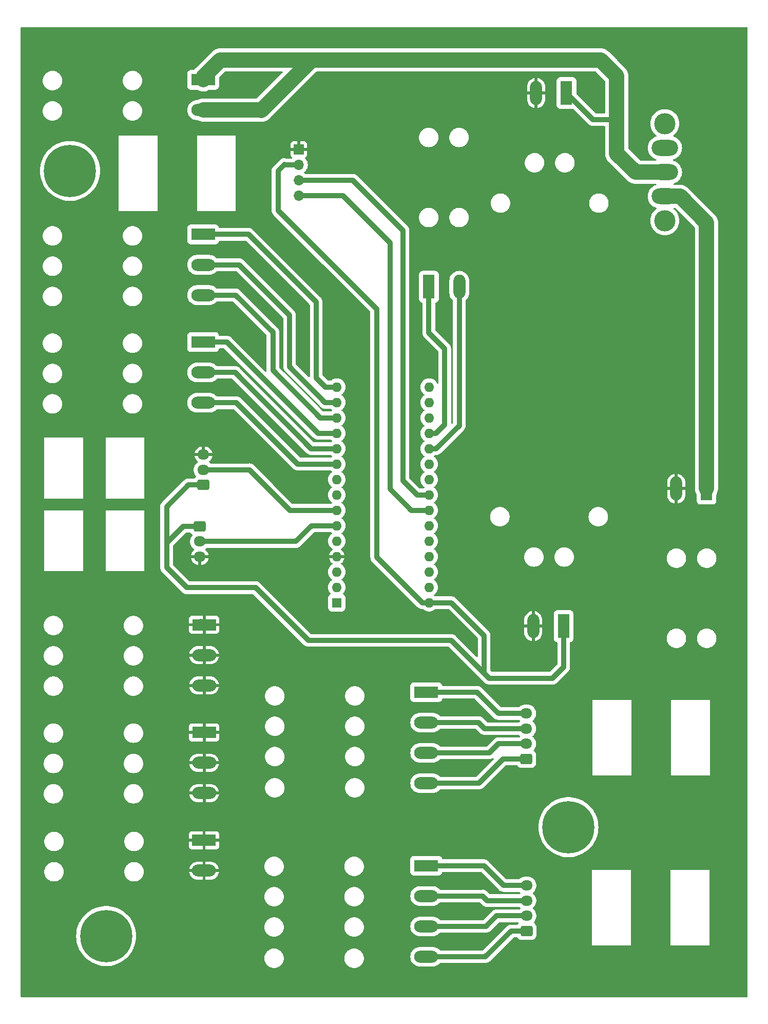
<source format=gbr>
%TF.GenerationSoftware,KiCad,Pcbnew,7.0.8-7.0.8~ubuntu22.04.1*%
%TF.CreationDate,2023-11-09T15:08:59-07:00*%
%TF.ProjectId,stepper_microscope_stage,73746570-7065-4725-9f6d-6963726f7363,10*%
%TF.SameCoordinates,Original*%
%TF.FileFunction,Copper,L2,Bot*%
%TF.FilePolarity,Positive*%
%FSLAX46Y46*%
G04 Gerber Fmt 4.6, Leading zero omitted, Abs format (unit mm)*
G04 Created by KiCad (PCBNEW 7.0.8-7.0.8~ubuntu22.04.1) date 2023-11-09 15:08:59*
%MOMM*%
%LPD*%
G01*
G04 APERTURE LIST*
G04 Aperture macros list*
%AMRoundRect*
0 Rectangle with rounded corners*
0 $1 Rounding radius*
0 $2 $3 $4 $5 $6 $7 $8 $9 X,Y pos of 4 corners*
0 Add a 4 corners polygon primitive as box body*
4,1,4,$2,$3,$4,$5,$6,$7,$8,$9,$2,$3,0*
0 Add four circle primitives for the rounded corners*
1,1,$1+$1,$2,$3*
1,1,$1+$1,$4,$5*
1,1,$1+$1,$6,$7*
1,1,$1+$1,$8,$9*
0 Add four rect primitives between the rounded corners*
20,1,$1+$1,$2,$3,$4,$5,0*
20,1,$1+$1,$4,$5,$6,$7,0*
20,1,$1+$1,$6,$7,$8,$9,0*
20,1,$1+$1,$8,$9,$2,$3,0*%
G04 Aperture macros list end*
%TA.AperFunction,WasherPad*%
%ADD10C,3.500000*%
%TD*%
%TA.AperFunction,ComponentPad*%
%ADD11O,4.375000X2.625000*%
%TD*%
%TA.AperFunction,ComponentPad*%
%ADD12R,1.980000X3.960000*%
%TD*%
%TA.AperFunction,ComponentPad*%
%ADD13O,1.980000X3.960000*%
%TD*%
%TA.AperFunction,ComponentPad*%
%ADD14R,1.700000X1.700000*%
%TD*%
%TA.AperFunction,ComponentPad*%
%ADD15O,1.700000X1.700000*%
%TD*%
%TA.AperFunction,ComponentPad*%
%ADD16C,8.600000*%
%TD*%
%TA.AperFunction,ComponentPad*%
%ADD17R,3.960000X1.980000*%
%TD*%
%TA.AperFunction,ComponentPad*%
%ADD18O,3.960000X1.980000*%
%TD*%
%TA.AperFunction,ComponentPad*%
%ADD19RoundRect,0.250000X-0.725000X0.600000X-0.725000X-0.600000X0.725000X-0.600000X0.725000X0.600000X0*%
%TD*%
%TA.AperFunction,ComponentPad*%
%ADD20O,1.950000X1.700000*%
%TD*%
%TA.AperFunction,ComponentPad*%
%ADD21RoundRect,0.250000X0.725000X-0.600000X0.725000X0.600000X-0.725000X0.600000X-0.725000X-0.600000X0*%
%TD*%
%TA.AperFunction,ComponentPad*%
%ADD22R,1.600000X1.600000*%
%TD*%
%TA.AperFunction,ComponentPad*%
%ADD23O,1.600000X1.600000*%
%TD*%
%TA.AperFunction,Conductor*%
%ADD24C,0.812800*%
%TD*%
%TA.AperFunction,Conductor*%
%ADD25C,2.540000*%
%TD*%
G04 APERTURE END LIST*
D10*
%TO.P,SW1,*%
%TO.N,*%
X145732856Y-57332856D03*
X145732856Y-41332856D03*
D11*
%TO.P,SW1,1,A*%
%TO.N,+24V*%
X145732856Y-53332856D03*
%TO.P,SW1,2,B*%
X145732856Y-49332856D03*
%TO.P,SW1,3,C*%
%TO.N,unconnected-(SW1-C-Pad3)*%
X145732856Y-45332856D03*
%TD*%
D12*
%TO.P,BUCKVOUT1,1,Pin_1*%
%TO.N,+5V*%
X129027856Y-124177856D03*
D13*
%TO.P,BUCKVOUT1,2,Pin_2*%
%TO.N,GND*%
X124027856Y-124177856D03*
%TD*%
%TO.P,BUCKVIN1,2,Pin_2*%
%TO.N,GND*%
X124494286Y-36277856D03*
D12*
%TO.P,BUCKVIN1,1,Pin_1*%
%TO.N,+24V*%
X129494286Y-36277856D03*
%TD*%
D14*
%TO.P,J1,1,Pin_1*%
%TO.N,GND*%
X85352856Y-45577856D03*
D15*
%TO.P,J1,2,Pin_2*%
%TO.N,+5V*%
X85352856Y-48117856D03*
%TO.P,J1,3,Pin_3*%
%TO.N,Net-(A1-A4)*%
X85352856Y-50657856D03*
%TO.P,J1,4,Pin_4*%
%TO.N,Net-(A1-A5)*%
X85352856Y-53197856D03*
%TD*%
D16*
%TO.P,H2,1*%
%TO.N,N/C*%
X47627856Y-49127856D03*
%TD*%
%TO.P,H3,1*%
%TO.N,N/C*%
X53577856Y-175277856D03*
%TD*%
%TO.P,H1,1*%
%TO.N,N/C*%
X129827856Y-157327856D03*
%TD*%
D17*
%TO.P,J2,1,Pin_1*%
%TO.N,Net-(J2-Pin_1)*%
X106367856Y-163677856D03*
D18*
%TO.P,J2,2,Pin_2*%
%TO.N,Net-(J2-Pin_2)*%
X106367856Y-168677856D03*
%TO.P,J2,3,Pin_3*%
%TO.N,Net-(J2-Pin_3)*%
X106367856Y-173677856D03*
%TO.P,J2,4,Pin_4*%
%TO.N,Net-(J2-Pin_4)*%
X106367856Y-178677856D03*
%TD*%
D19*
%TO.P,LIMIT2,1,Pin_1*%
%TO.N,+5V*%
X69027856Y-107727856D03*
D20*
%TO.P,LIMIT2,2,Pin_2*%
%TO.N,Net-(A1-D3)*%
X69027856Y-110227856D03*
%TO.P,LIMIT2,3,Pin_3*%
%TO.N,GND*%
X69027856Y-112727856D03*
%TD*%
D21*
%TO.P,J5,1,Pin_1*%
%TO.N,Net-(J3-Pin_4)*%
X122877856Y-146077856D03*
D20*
%TO.P,J5,2,Pin_2*%
%TO.N,Net-(J3-Pin_3)*%
X122877856Y-143577856D03*
%TO.P,J5,3,Pin_3*%
%TO.N,Net-(J3-Pin_2)*%
X122877856Y-141077856D03*
%TO.P,J5,4,Pin_4*%
%TO.N,Net-(J3-Pin_1)*%
X122877856Y-138577856D03*
%TD*%
D17*
%TO.P,STEPSIGGND2,1,Pin_1*%
%TO.N,GND*%
X69738672Y-141700000D03*
D18*
%TO.P,STEPSIGGND2,2,Pin_2*%
X69738672Y-146700000D03*
%TO.P,STEPSIGGND2,3,Pin_3*%
X69738672Y-151700000D03*
%TD*%
D17*
%TO.P,STEPSIG1,1,Pin_1*%
%TO.N,Net-(A1-D12)*%
X69577856Y-59600000D03*
D18*
%TO.P,STEPSIG1,2,Pin_2*%
%TO.N,Net-(A1-D11)*%
X69577856Y-64600000D03*
%TO.P,STEPSIG1,3,Pin_3*%
%TO.N,Net-(A1-D10)*%
X69577856Y-69600000D03*
%TD*%
D17*
%TO.P,STEPGND1,1,Pin_1*%
%TO.N,GND*%
X69728672Y-159480000D03*
D18*
%TO.P,STEPGND1,2,Pin_2*%
X69728672Y-164480000D03*
%TD*%
D17*
%TO.P,STEPSIGGND1,1,Pin_1*%
%TO.N,GND*%
X69738672Y-123950000D03*
D18*
%TO.P,STEPSIGGND1,2,Pin_2*%
X69738672Y-128950000D03*
%TO.P,STEPSIGGND1,3,Pin_3*%
X69738672Y-133950000D03*
%TD*%
D21*
%TO.P,LIMIT1,1,Pin_1*%
%TO.N,+5V*%
X69637856Y-100910712D03*
D20*
%TO.P,LIMIT1,2,Pin_2*%
%TO.N,Net-(A1-D4)*%
X69637856Y-98410712D03*
%TO.P,LIMIT1,3,Pin_3*%
%TO.N,GND*%
X69637856Y-95910712D03*
%TD*%
D18*
%TO.P,STEPPWR1,2,Pin_2*%
%TO.N,+24V*%
X69577856Y-39102856D03*
D17*
%TO.P,STEPPWR1,1,Pin_1*%
X69577856Y-34102856D03*
%TD*%
D22*
%TO.P,A1,1,D1/TX*%
%TO.N,unconnected-(A1-D1{slash}TX-Pad1)*%
X91617856Y-120325000D03*
D23*
%TO.P,A1,2,D0/RX*%
%TO.N,unconnected-(A1-D0{slash}RX-Pad2)*%
X91617856Y-117785000D03*
%TO.P,A1,3,~{RESET}*%
%TO.N,unconnected-(A1-~{RESET}-Pad3)*%
X91617856Y-115245000D03*
%TO.P,A1,4,GND*%
%TO.N,GND*%
X91617856Y-112705000D03*
%TO.P,A1,5,D2*%
%TO.N,unconnected-(A1-D2-Pad5)*%
X91617856Y-110165000D03*
%TO.P,A1,6,D3*%
%TO.N,Net-(A1-D3)*%
X91617856Y-107625000D03*
%TO.P,A1,7,D4*%
%TO.N,Net-(A1-D4)*%
X91617856Y-105085000D03*
%TO.P,A1,8,D5*%
%TO.N,unconnected-(A1-D5-Pad8)*%
X91617856Y-102545000D03*
%TO.P,A1,9,D6*%
%TO.N,unconnected-(A1-D6-Pad9)*%
X91617856Y-100005000D03*
%TO.P,A1,10,D7*%
%TO.N,Net-(A1-D7)*%
X91617856Y-97465000D03*
%TO.P,A1,11,D8*%
%TO.N,Net-(A1-D8)*%
X91617856Y-94925000D03*
%TO.P,A1,12,D9*%
%TO.N,Net-(A1-D9)*%
X91617856Y-92385000D03*
%TO.P,A1,13,D10*%
%TO.N,Net-(A1-D10)*%
X91617856Y-89845000D03*
%TO.P,A1,14,D11*%
%TO.N,Net-(A1-D11)*%
X91617856Y-87305000D03*
%TO.P,A1,15,D12*%
%TO.N,Net-(A1-D12)*%
X91617856Y-84765000D03*
%TO.P,A1,16,D13*%
%TO.N,unconnected-(A1-D13-Pad16)*%
X106857856Y-84765000D03*
%TO.P,A1,17,3V3*%
%TO.N,unconnected-(A1-3V3-Pad17)*%
X106857856Y-87305000D03*
%TO.P,A1,18,AREF*%
%TO.N,unconnected-(A1-AREF-Pad18)*%
X106857856Y-89845000D03*
%TO.P,A1,19,A0*%
%TO.N,Net-(A1-A0)*%
X106857856Y-92385000D03*
%TO.P,A1,20,A1*%
%TO.N,Net-(A1-A1)*%
X106857856Y-94925000D03*
%TO.P,A1,21,A2*%
%TO.N,unconnected-(A1-A2-Pad21)*%
X106857856Y-97465000D03*
%TO.P,A1,22,A3*%
%TO.N,unconnected-(A1-A3-Pad22)*%
X106857856Y-100005000D03*
%TO.P,A1,23,A4*%
%TO.N,Net-(A1-A4)*%
X106857856Y-102545000D03*
%TO.P,A1,24,A5*%
%TO.N,Net-(A1-A5)*%
X106857856Y-105085000D03*
%TO.P,A1,25,A6*%
%TO.N,unconnected-(A1-A6-Pad25)*%
X106857856Y-107625000D03*
%TO.P,A1,26,A7*%
%TO.N,unconnected-(A1-A7-Pad26)*%
X106857856Y-110165000D03*
%TO.P,A1,27,+5V*%
%TO.N,unconnected-(A1-+5V-Pad27)*%
X106857856Y-112705000D03*
%TO.P,A1,28,~{RESET}*%
%TO.N,unconnected-(A1-~{RESET}-Pad28)*%
X106857856Y-115245000D03*
%TO.P,A1,29,GND*%
%TO.N,unconnected-(A1-GND-Pad29)*%
X106857856Y-117785000D03*
%TO.P,A1,30,VIN*%
%TO.N,+5V*%
X106857856Y-120325000D03*
%TD*%
D12*
%TO.P,JOYIN1,1,Pin_1*%
%TO.N,Net-(A1-A0)*%
X106812856Y-68227856D03*
D13*
%TO.P,JOYIN1,2,Pin_2*%
%TO.N,Net-(A1-A1)*%
X111812856Y-68227856D03*
%TD*%
D17*
%TO.P,STEPSIG2,1,Pin_1*%
%TO.N,Net-(A1-D9)*%
X69577856Y-77350000D03*
D18*
%TO.P,STEPSIG2,2,Pin_2*%
%TO.N,Net-(A1-D8)*%
X69577856Y-82350000D03*
%TO.P,STEPSIG2,3,Pin_3*%
%TO.N,Net-(A1-D7)*%
X69577856Y-87350000D03*
%TD*%
D17*
%TO.P,J3,1,Pin_1*%
%TO.N,Net-(J3-Pin_1)*%
X106377856Y-135067856D03*
D18*
%TO.P,J3,2,Pin_2*%
%TO.N,Net-(J3-Pin_2)*%
X106377856Y-140067856D03*
%TO.P,J3,3,Pin_3*%
%TO.N,Net-(J3-Pin_3)*%
X106377856Y-145067856D03*
%TO.P,J3,4,Pin_4*%
%TO.N,Net-(J3-Pin_4)*%
X106377856Y-150067856D03*
%TD*%
D21*
%TO.P,J4,1,Pin_1*%
%TO.N,Net-(J2-Pin_4)*%
X122917856Y-174437856D03*
D20*
%TO.P,J4,2,Pin_2*%
%TO.N,Net-(J2-Pin_3)*%
X122917856Y-171937856D03*
%TO.P,J4,3,Pin_3*%
%TO.N,Net-(J2-Pin_2)*%
X122917856Y-169437856D03*
%TO.P,J4,4,Pin_4*%
%TO.N,Net-(J2-Pin_1)*%
X122917856Y-166937856D03*
%TD*%
D12*
%TO.P,VIN1,1,Pin_1*%
%TO.N,+24V*%
X152592856Y-101502856D03*
D13*
%TO.P,VIN1,2,Pin_2*%
%TO.N,GND*%
X147592856Y-101502856D03*
%TD*%
D24*
%TO.N,+5V*%
X106857856Y-120325000D02*
X105726486Y-120325000D01*
X82977856Y-48077856D02*
X83017856Y-48117856D01*
X105726486Y-120325000D02*
X98200000Y-112798514D01*
X98200000Y-112798514D02*
X98200000Y-71900000D01*
X98200000Y-71900000D02*
X81927856Y-55627856D01*
X81927856Y-55627856D02*
X81927856Y-49127856D01*
X81927856Y-49127856D02*
X82977856Y-48077856D01*
X83017856Y-48117856D02*
X85352856Y-48117856D01*
%TO.N,Net-(A1-A5)*%
X106857856Y-105085000D02*
X103910000Y-105085000D01*
X103910000Y-105085000D02*
X100400000Y-101575000D01*
X100400000Y-101575000D02*
X100400000Y-61000000D01*
X100400000Y-61000000D02*
X92597856Y-53197856D01*
X92597856Y-53197856D02*
X85352856Y-53197856D01*
%TO.N,Net-(A1-A4)*%
X106857856Y-102545000D02*
X104870000Y-102545000D01*
X104870000Y-102545000D02*
X102550000Y-100225000D01*
X102550000Y-100225000D02*
X102550000Y-58950000D01*
X102550000Y-58950000D02*
X94257856Y-50657856D01*
X94257856Y-50657856D02*
X85352856Y-50657856D01*
%TO.N,+5V*%
X116002856Y-132002856D02*
X116777856Y-132777856D01*
X127177856Y-132777856D02*
X129027856Y-130927856D01*
X116777856Y-132777856D02*
X127177856Y-132777856D01*
X129027856Y-130927856D02*
X129027856Y-124177856D01*
D25*
%TO.N,+24V*%
X137777856Y-46227856D02*
X137777856Y-40677856D01*
X137777856Y-40677856D02*
X137777856Y-33477856D01*
D24*
X129494286Y-36277856D02*
X133894286Y-40677856D01*
X133894286Y-40677856D02*
X137777856Y-40677856D01*
D25*
X87477856Y-30827856D02*
X72377856Y-30827856D01*
X72377856Y-30827856D02*
X69577856Y-33627856D01*
X69577856Y-33627856D02*
X69577856Y-34102856D01*
X145732856Y-49332856D02*
X140882856Y-49332856D01*
X140882856Y-49332856D02*
X137777856Y-46227856D01*
X137777856Y-33477856D02*
X135127856Y-30827856D01*
X135127856Y-30827856D02*
X87477856Y-30827856D01*
X87477856Y-30827856D02*
X79177856Y-39127856D01*
X79177856Y-39127856D02*
X79152856Y-39102856D01*
X79152856Y-39102856D02*
X69577856Y-39102856D01*
D24*
%TO.N,+5V*%
X116002856Y-132002856D02*
X110525000Y-126525000D01*
X106857856Y-120325000D02*
X110525000Y-120325000D01*
X110525000Y-120325000D02*
X115927856Y-125727856D01*
X115927856Y-125727856D02*
X115927856Y-131927856D01*
X115927856Y-131927856D02*
X116002856Y-132002856D01*
X63552856Y-114502856D02*
X63552856Y-110452856D01*
X110525000Y-126525000D02*
X86925000Y-126525000D01*
X86925000Y-126525000D02*
X78250000Y-117850000D01*
X78250000Y-117850000D02*
X66900000Y-117850000D01*
X66900000Y-117850000D02*
X63552856Y-114502856D01*
%TO.N,GND*%
X69178672Y-123390000D02*
X69738672Y-123950000D01*
%TO.N,Net-(A1-D3)*%
X87480712Y-107625000D02*
X91617856Y-107625000D01*
X84877856Y-110227856D02*
X87480712Y-107625000D01*
X69027856Y-110227856D02*
X84877856Y-110227856D01*
%TO.N,Net-(A1-D4)*%
X77195000Y-98395000D02*
X83885000Y-105085000D01*
X77195000Y-98395000D02*
X77179288Y-98410712D01*
X77179288Y-98410712D02*
X69637856Y-98410712D01*
X83885000Y-105085000D02*
X91617856Y-105085000D01*
%TO.N,Net-(A1-D10)*%
X88945000Y-89845000D02*
X91617856Y-89845000D01*
X69577856Y-69600000D02*
X74950000Y-69600000D01*
X81077856Y-81977856D02*
X88945000Y-89845000D01*
X81077856Y-75727856D02*
X81077856Y-81977856D01*
X74950000Y-69600000D02*
X81077856Y-75727856D01*
%TO.N,Net-(A1-A0)*%
X109427856Y-78452856D02*
X109427856Y-90946370D01*
X106812856Y-68227856D02*
X106812856Y-75837856D01*
X107989226Y-92385000D02*
X106857856Y-92385000D01*
X109427856Y-90946370D02*
X107989226Y-92385000D01*
X106812856Y-75837856D02*
X109427856Y-78452856D01*
%TO.N,Net-(A1-A1)*%
X107989226Y-94925000D02*
X106857856Y-94925000D01*
X111812856Y-68227856D02*
X111812856Y-91101370D01*
X111812856Y-91101370D02*
X107989226Y-94925000D01*
%TO.N,+5V*%
X67120000Y-100910712D02*
X69637856Y-100910712D01*
X66277856Y-107727856D02*
X63552856Y-110452856D01*
X69027856Y-107727856D02*
X66277856Y-107727856D01*
X63552856Y-104477856D02*
X67120000Y-100910712D01*
X63552856Y-110452856D02*
X63552856Y-104477856D01*
X69655000Y-100927856D02*
X69637856Y-100910712D01*
D25*
%TO.N,+24V*%
X152592856Y-57692856D02*
X148232856Y-53332856D01*
X148232856Y-53332856D02*
X145732856Y-53332856D01*
X152592856Y-101502856D02*
X152592856Y-57692856D01*
D24*
X69602856Y-34352856D02*
X69587856Y-34367856D01*
%TO.N,Net-(A1-D12)*%
X89727856Y-84777856D02*
X89740712Y-84765000D01*
X88227856Y-83277856D02*
X89727856Y-84777856D01*
X88227856Y-70750000D02*
X88227856Y-83277856D01*
X69577856Y-59600000D02*
X77077856Y-59600000D01*
X89740712Y-84765000D02*
X91617856Y-84765000D01*
X77077856Y-59600000D02*
X88227856Y-70750000D01*
%TO.N,Net-(A1-D11)*%
X69577856Y-64600000D02*
X75500000Y-64600000D01*
X89705000Y-87305000D02*
X91617856Y-87305000D01*
X83827856Y-81427856D02*
X89705000Y-87305000D01*
X75500000Y-64600000D02*
X83827856Y-72927856D01*
X83827856Y-72927856D02*
X83827856Y-81427856D01*
%TO.N,Net-(A1-D7)*%
X85165000Y-97465000D02*
X91617856Y-97465000D01*
X75050000Y-87350000D02*
X85165000Y-97465000D01*
X69577856Y-87350000D02*
X75050000Y-87350000D01*
%TO.N,Net-(A1-D8)*%
X87425000Y-94925000D02*
X91617856Y-94925000D01*
X69577856Y-82350000D02*
X74850000Y-82350000D01*
X74850000Y-82350000D02*
X87425000Y-94925000D01*
%TO.N,Net-(A1-D9)*%
X88535000Y-92385000D02*
X91617856Y-92385000D01*
X69577856Y-77350000D02*
X73500000Y-77350000D01*
X73500000Y-77350000D02*
X88535000Y-92385000D01*
%TO.N,Net-(J2-Pin_1)*%
X106367856Y-163677856D02*
X115877856Y-163677856D01*
X119137856Y-166937856D02*
X122917856Y-166937856D01*
X115877856Y-163677856D02*
X119137856Y-166937856D01*
%TO.N,Net-(J2-Pin_2)*%
X115677856Y-168677856D02*
X116437856Y-169437856D01*
X106367856Y-168677856D02*
X115677856Y-168677856D01*
X116437856Y-169437856D02*
X122917856Y-169437856D01*
%TO.N,Net-(J2-Pin_3)*%
X117967856Y-171937856D02*
X122917856Y-171937856D01*
X106367856Y-173677856D02*
X116227856Y-173677856D01*
X116227856Y-173677856D02*
X117967856Y-171937856D01*
%TO.N,Net-(J2-Pin_4)*%
X116127856Y-178677856D02*
X120367856Y-174437856D01*
X106367856Y-178677856D02*
X116127856Y-178677856D01*
X120367856Y-174437856D02*
X122917856Y-174437856D01*
%TO.N,Net-(J3-Pin_1)*%
X114767856Y-135067856D02*
X118277856Y-138577856D01*
X106377856Y-135067856D02*
X114767856Y-135067856D01*
X118277856Y-138577856D02*
X122877856Y-138577856D01*
%TO.N,Net-(J3-Pin_2)*%
X116027856Y-141077856D02*
X122877856Y-141077856D01*
X106377856Y-140067856D02*
X115017856Y-140067856D01*
X115017856Y-140067856D02*
X116027856Y-141077856D01*
%TO.N,Net-(J3-Pin_3)*%
X106377856Y-145067856D02*
X116787856Y-145067856D01*
X118277856Y-143577856D02*
X122877856Y-143577856D01*
X116787856Y-145067856D02*
X118277856Y-143577856D01*
%TO.N,Net-(J3-Pin_4)*%
X106377856Y-150067856D02*
X115037856Y-150067856D01*
X115037856Y-150067856D02*
X119027856Y-146077856D01*
X119027856Y-146077856D02*
X122877856Y-146077856D01*
%TD*%
%TA.AperFunction,Conductor*%
%TO.N,GND*%
G36*
X159293039Y-25419685D02*
G01*
X159338794Y-25472489D01*
X159350000Y-25524000D01*
X159350000Y-185226000D01*
X159330315Y-185293039D01*
X159277511Y-185338794D01*
X159226000Y-185350000D01*
X39624000Y-185350000D01*
X39556961Y-185330315D01*
X39511206Y-185277511D01*
X39500000Y-185226000D01*
X39500000Y-175277859D01*
X48637381Y-175277859D01*
X48657269Y-175720707D01*
X48657270Y-175720716D01*
X48716776Y-176160013D01*
X48815421Y-176592201D01*
X48952410Y-177013812D01*
X48952413Y-177013820D01*
X49126636Y-177421437D01*
X49126640Y-177421445D01*
X49147234Y-177459714D01*
X49336711Y-177811822D01*
X49336715Y-177811828D01*
X49336715Y-177811829D01*
X49580923Y-178181788D01*
X49580924Y-178181789D01*
X49580928Y-178181794D01*
X49857325Y-178528386D01*
X49857331Y-178528392D01*
X49857335Y-178528397D01*
X50163673Y-178848801D01*
X50163688Y-178848815D01*
X50497503Y-179140461D01*
X50497512Y-179140468D01*
X50497520Y-179140475D01*
X50497530Y-179140482D01*
X50497531Y-179140483D01*
X50856158Y-179401041D01*
X50856162Y-179401043D01*
X50856163Y-179401044D01*
X51131861Y-179565766D01*
X51236722Y-179628417D01*
X51236728Y-179628420D01*
X51636117Y-179820756D01*
X51636118Y-179820756D01*
X51636126Y-179820760D01*
X52051165Y-179976527D01*
X52051172Y-179976529D01*
X52051175Y-179976530D01*
X52349539Y-180058873D01*
X52478497Y-180094463D01*
X52914680Y-180173619D01*
X53356202Y-180213356D01*
X53356209Y-180213356D01*
X53799503Y-180213356D01*
X53799510Y-180213356D01*
X54241032Y-180173619D01*
X54677215Y-180094463D01*
X55104547Y-179976527D01*
X55519586Y-179820760D01*
X55918992Y-179628416D01*
X56299549Y-179401044D01*
X56658192Y-179140475D01*
X56901555Y-178927855D01*
X79672407Y-178927855D01*
X79680131Y-179025998D01*
X79680322Y-179030864D01*
X79680322Y-179053590D01*
X79683875Y-179076023D01*
X79684448Y-179080858D01*
X79688459Y-179131815D01*
X79692173Y-179179004D01*
X79692173Y-179179007D01*
X79692174Y-179179009D01*
X79715152Y-179274723D01*
X79716102Y-179279498D01*
X79719657Y-179301946D01*
X79726680Y-179323561D01*
X79728002Y-179328246D01*
X79750983Y-179423970D01*
X79788653Y-179514913D01*
X79790338Y-179519479D01*
X79796026Y-179536982D01*
X79797363Y-179541096D01*
X79797364Y-179541099D01*
X79797365Y-179541100D01*
X79807677Y-179561340D01*
X79809714Y-179565760D01*
X79847388Y-179656713D01*
X79898829Y-179740659D01*
X79901207Y-179744904D01*
X79908370Y-179758960D01*
X79911522Y-179765146D01*
X79911523Y-179765148D01*
X79924873Y-179783523D01*
X79927578Y-179787570D01*
X79976877Y-179868019D01*
X79979020Y-179871515D01*
X79979027Y-179871523D01*
X80042950Y-179946367D01*
X80045963Y-179950188D01*
X80059325Y-179968580D01*
X80075403Y-179984658D01*
X80078688Y-179988211D01*
X80142632Y-180063080D01*
X80217495Y-180127019D01*
X80221058Y-180130313D01*
X80237132Y-180146387D01*
X80255510Y-180159739D01*
X80255521Y-180159747D01*
X80259327Y-180162747D01*
X80334197Y-180226692D01*
X80334199Y-180226693D01*
X80334200Y-180226694D01*
X80334201Y-180226695D01*
X80418133Y-180278128D01*
X80422181Y-180280833D01*
X80422191Y-180280840D01*
X80440566Y-180294190D01*
X80460817Y-180304508D01*
X80465035Y-180306870D01*
X80548997Y-180358322D01*
X80548999Y-180358322D01*
X80549001Y-180358324D01*
X80590764Y-180375622D01*
X80639957Y-180395998D01*
X80644371Y-180398034D01*
X80652464Y-180402157D01*
X80664616Y-180408349D01*
X80686236Y-180415373D01*
X80690779Y-180417050D01*
X80781745Y-180454729D01*
X80877483Y-180477713D01*
X80882145Y-180479028D01*
X80903766Y-180486054D01*
X80903767Y-180486054D01*
X80903770Y-180486055D01*
X80912502Y-180487437D01*
X80926223Y-180489610D01*
X80930963Y-180490552D01*
X81026708Y-180513539D01*
X81124880Y-180521265D01*
X81129651Y-180521830D01*
X81152127Y-180525390D01*
X81152131Y-180525390D01*
X81174848Y-180525390D01*
X81179714Y-180525581D01*
X81277856Y-180533305D01*
X81375998Y-180525581D01*
X81380864Y-180525390D01*
X81403581Y-180525390D01*
X81403585Y-180525390D01*
X81426060Y-180521830D01*
X81430831Y-180521265D01*
X81529004Y-180513539D01*
X81624753Y-180490551D01*
X81629483Y-180489611D01*
X81651946Y-180486054D01*
X81673593Y-180479020D01*
X81678207Y-180477718D01*
X81773967Y-180454729D01*
X81864946Y-180417044D01*
X81869455Y-180415380D01*
X81891096Y-180408349D01*
X81911364Y-180398021D01*
X81915719Y-180396013D01*
X82006715Y-180358322D01*
X82090689Y-180306862D01*
X82094874Y-180304518D01*
X82115146Y-180294190D01*
X82133540Y-180280825D01*
X82137563Y-180278137D01*
X82221515Y-180226692D01*
X82296403Y-180162731D01*
X82300170Y-180159762D01*
X82318580Y-180146387D01*
X82334675Y-180130291D01*
X82338203Y-180127030D01*
X82413080Y-180063080D01*
X82477030Y-179988203D01*
X82480291Y-179984675D01*
X82496387Y-179968580D01*
X82509762Y-179950170D01*
X82512731Y-179946403D01*
X82576692Y-179871515D01*
X82628137Y-179787563D01*
X82630825Y-179783540D01*
X82644190Y-179765146D01*
X82654518Y-179744874D01*
X82656862Y-179740689D01*
X82708322Y-179656715D01*
X82746013Y-179565719D01*
X82748021Y-179561364D01*
X82758349Y-179541096D01*
X82765380Y-179519455D01*
X82767044Y-179514946D01*
X82804729Y-179423967D01*
X82827718Y-179328207D01*
X82829020Y-179323593D01*
X82836054Y-179301946D01*
X82839611Y-179279483D01*
X82840551Y-179274753D01*
X82863539Y-179179004D01*
X82871265Y-179080834D01*
X82871830Y-179076057D01*
X82875390Y-179053585D01*
X82876011Y-179021899D01*
X82876190Y-179018257D01*
X82883305Y-178927856D01*
X82883305Y-178927855D01*
X92872407Y-178927855D01*
X92880131Y-179025998D01*
X92880322Y-179030864D01*
X92880322Y-179053590D01*
X92883875Y-179076023D01*
X92884448Y-179080858D01*
X92888459Y-179131815D01*
X92892173Y-179179004D01*
X92892173Y-179179007D01*
X92892174Y-179179009D01*
X92915152Y-179274723D01*
X92916102Y-179279498D01*
X92919657Y-179301946D01*
X92926680Y-179323561D01*
X92928002Y-179328246D01*
X92950983Y-179423970D01*
X92988653Y-179514913D01*
X92990338Y-179519479D01*
X92996026Y-179536982D01*
X92997363Y-179541096D01*
X92997364Y-179541099D01*
X92997365Y-179541100D01*
X93007677Y-179561340D01*
X93009714Y-179565760D01*
X93047388Y-179656713D01*
X93098829Y-179740659D01*
X93101207Y-179744904D01*
X93108370Y-179758960D01*
X93111522Y-179765146D01*
X93111523Y-179765148D01*
X93124873Y-179783523D01*
X93127578Y-179787570D01*
X93176877Y-179868019D01*
X93179020Y-179871515D01*
X93179027Y-179871523D01*
X93242950Y-179946367D01*
X93245963Y-179950188D01*
X93259325Y-179968580D01*
X93275403Y-179984658D01*
X93278688Y-179988211D01*
X93342632Y-180063080D01*
X93417495Y-180127019D01*
X93421058Y-180130313D01*
X93437132Y-180146387D01*
X93455510Y-180159739D01*
X93455521Y-180159747D01*
X93459327Y-180162747D01*
X93534197Y-180226692D01*
X93534199Y-180226693D01*
X93534200Y-180226694D01*
X93534201Y-180226695D01*
X93618133Y-180278128D01*
X93622181Y-180280833D01*
X93622191Y-180280840D01*
X93640566Y-180294190D01*
X93660817Y-180304508D01*
X93665035Y-180306870D01*
X93748997Y-180358322D01*
X93748999Y-180358322D01*
X93749001Y-180358324D01*
X93790764Y-180375622D01*
X93839957Y-180395998D01*
X93844371Y-180398034D01*
X93852464Y-180402157D01*
X93864616Y-180408349D01*
X93886236Y-180415373D01*
X93890779Y-180417050D01*
X93981745Y-180454729D01*
X94077483Y-180477713D01*
X94082145Y-180479028D01*
X94103766Y-180486054D01*
X94103767Y-180486054D01*
X94103770Y-180486055D01*
X94112502Y-180487437D01*
X94126223Y-180489610D01*
X94130963Y-180490552D01*
X94226708Y-180513539D01*
X94324880Y-180521265D01*
X94329651Y-180521830D01*
X94352127Y-180525390D01*
X94352131Y-180525390D01*
X94374848Y-180525390D01*
X94379714Y-180525581D01*
X94477856Y-180533305D01*
X94575998Y-180525581D01*
X94580864Y-180525390D01*
X94603581Y-180525390D01*
X94603585Y-180525390D01*
X94626060Y-180521830D01*
X94630831Y-180521265D01*
X94729004Y-180513539D01*
X94824753Y-180490551D01*
X94829483Y-180489611D01*
X94851946Y-180486054D01*
X94873593Y-180479020D01*
X94878207Y-180477718D01*
X94973967Y-180454729D01*
X95064946Y-180417044D01*
X95069455Y-180415380D01*
X95091096Y-180408349D01*
X95111364Y-180398021D01*
X95115719Y-180396013D01*
X95206715Y-180358322D01*
X95290689Y-180306862D01*
X95294874Y-180304518D01*
X95315146Y-180294190D01*
X95333540Y-180280825D01*
X95337563Y-180278137D01*
X95421515Y-180226692D01*
X95496403Y-180162731D01*
X95500170Y-180159762D01*
X95518580Y-180146387D01*
X95534675Y-180130291D01*
X95538203Y-180127030D01*
X95613080Y-180063080D01*
X95677030Y-179988203D01*
X95680291Y-179984675D01*
X95696387Y-179968580D01*
X95709762Y-179950170D01*
X95712731Y-179946403D01*
X95776692Y-179871515D01*
X95828137Y-179787563D01*
X95830825Y-179783540D01*
X95844190Y-179765146D01*
X95854518Y-179744874D01*
X95856862Y-179740689D01*
X95908322Y-179656715D01*
X95946013Y-179565719D01*
X95948021Y-179561364D01*
X95958349Y-179541096D01*
X95965380Y-179519455D01*
X95967044Y-179514946D01*
X96004729Y-179423967D01*
X96027718Y-179328207D01*
X96029020Y-179323593D01*
X96036054Y-179301946D01*
X96039611Y-179279483D01*
X96040551Y-179274753D01*
X96063539Y-179179004D01*
X96071265Y-179080834D01*
X96071830Y-179076057D01*
X96075390Y-179053585D01*
X96076011Y-179021899D01*
X96076190Y-179018257D01*
X96083305Y-178927856D01*
X96076189Y-178837449D01*
X96076011Y-178833802D01*
X96075835Y-178824846D01*
X96075390Y-178802127D01*
X96071830Y-178779654D01*
X96071265Y-178774877D01*
X96063629Y-178677856D01*
X103747330Y-178677856D01*
X103767403Y-178932920D01*
X103767403Y-178932923D01*
X103767404Y-178932926D01*
X103817233Y-179140475D01*
X103827135Y-179181720D01*
X103925044Y-179418095D01*
X103925046Y-179418098D01*
X104058731Y-179636252D01*
X104058734Y-179636257D01*
X104076207Y-179656715D01*
X104224900Y-179830812D01*
X104272567Y-179871523D01*
X104419454Y-179996977D01*
X104419459Y-179996980D01*
X104637613Y-180130665D01*
X104637616Y-180130667D01*
X104869450Y-180226695D01*
X104873996Y-180228578D01*
X105122786Y-180288308D01*
X105250257Y-180298340D01*
X105313991Y-180303356D01*
X105313993Y-180303356D01*
X107421721Y-180303356D01*
X107476349Y-180299056D01*
X107612926Y-180288308D01*
X107861716Y-180228578D01*
X108020610Y-180162762D01*
X108098095Y-180130667D01*
X108098096Y-180130666D01*
X108098099Y-180130665D01*
X108316255Y-179996979D01*
X108510812Y-179830812D01*
X108561353Y-179771635D01*
X108568538Y-179763224D01*
X108627045Y-179725031D01*
X108662828Y-179719756D01*
X116073625Y-179719756D01*
X116079706Y-179720055D01*
X116093805Y-179721443D01*
X116127856Y-179724797D01*
X116332105Y-179704680D01*
X116528503Y-179645103D01*
X116559721Y-179628417D01*
X116709503Y-179548357D01*
X116709506Y-179548355D01*
X116718346Y-179541100D01*
X116868155Y-179418155D01*
X116898864Y-179380734D01*
X116902914Y-179376265D01*
X119515435Y-176763745D01*
X133717272Y-176763745D01*
X133717315Y-176787857D01*
X133717356Y-176787955D01*
X133717472Y-176788238D01*
X133717474Y-176788240D01*
X133717664Y-176788318D01*
X133717856Y-176788397D01*
X133717858Y-176788395D01*
X133742472Y-176788380D01*
X133742472Y-176788384D01*
X133742616Y-176788356D01*
X140093096Y-176788356D01*
X140093239Y-176788384D01*
X140093240Y-176788380D01*
X140117853Y-176788395D01*
X140117856Y-176788397D01*
X140118239Y-176788239D01*
X140118356Y-176787955D01*
X140118397Y-176787856D01*
X140118396Y-176787853D01*
X140118439Y-176763745D01*
X146667272Y-176763745D01*
X146667315Y-176787857D01*
X146667356Y-176787955D01*
X146667472Y-176788238D01*
X146667474Y-176788240D01*
X146667664Y-176788318D01*
X146667856Y-176788397D01*
X146667858Y-176788395D01*
X146692472Y-176788380D01*
X146692472Y-176788384D01*
X146692616Y-176788356D01*
X153043096Y-176788356D01*
X153043239Y-176788384D01*
X153043240Y-176788380D01*
X153067853Y-176788395D01*
X153067856Y-176788397D01*
X153068239Y-176788239D01*
X153068356Y-176787955D01*
X153068397Y-176787856D01*
X153068396Y-176787853D01*
X153068439Y-176763745D01*
X153068356Y-176763323D01*
X153068356Y-164412615D01*
X153068384Y-164412472D01*
X153068380Y-164412472D01*
X153068395Y-164387858D01*
X153068397Y-164387856D01*
X153068318Y-164387664D01*
X153068240Y-164387474D01*
X153068238Y-164387472D01*
X153067955Y-164387356D01*
X153067856Y-164387315D01*
X153043302Y-164387315D01*
X153043096Y-164387356D01*
X146692616Y-164387356D01*
X146692410Y-164387315D01*
X146667856Y-164387315D01*
X146667757Y-164387356D01*
X146667473Y-164387472D01*
X146667471Y-164387474D01*
X146667315Y-164387855D01*
X146667332Y-164412472D01*
X146667327Y-164412472D01*
X146667356Y-164412615D01*
X146667356Y-176763323D01*
X146667272Y-176763745D01*
X140118439Y-176763745D01*
X140118356Y-176763323D01*
X140118356Y-164412615D01*
X140118384Y-164412472D01*
X140118380Y-164412472D01*
X140118395Y-164387858D01*
X140118397Y-164387856D01*
X140118318Y-164387664D01*
X140118240Y-164387474D01*
X140118238Y-164387472D01*
X140117955Y-164387356D01*
X140117856Y-164387315D01*
X140093302Y-164387315D01*
X140093096Y-164387356D01*
X133742616Y-164387356D01*
X133742410Y-164387315D01*
X133717856Y-164387315D01*
X133717757Y-164387356D01*
X133717473Y-164387472D01*
X133717471Y-164387474D01*
X133717315Y-164387855D01*
X133717332Y-164412472D01*
X133717327Y-164412472D01*
X133717356Y-164412615D01*
X133717356Y-176763323D01*
X133717272Y-176763745D01*
X119515435Y-176763745D01*
X120763106Y-175516075D01*
X120824429Y-175482590D01*
X120850787Y-175479756D01*
X121352127Y-175479756D01*
X121419166Y-175499441D01*
X121448492Y-175525719D01*
X121513803Y-175606370D01*
X121563264Y-175667448D01*
X121629033Y-175720707D01*
X121707919Y-175784589D01*
X121707921Y-175784591D01*
X121790847Y-175826842D01*
X121873773Y-175869095D01*
X122053570Y-175917272D01*
X122099953Y-175920922D01*
X122130873Y-175923356D01*
X122130874Y-175923355D01*
X122130875Y-175923356D01*
X122917855Y-175923355D01*
X123704837Y-175923355D01*
X123720297Y-175922138D01*
X123782142Y-175917272D01*
X123961939Y-175869095D01*
X124087116Y-175805314D01*
X124127790Y-175784591D01*
X124127792Y-175784589D01*
X124272448Y-175667448D01*
X124389590Y-175522791D01*
X124401488Y-175499441D01*
X124411517Y-175479756D01*
X124474095Y-175356939D01*
X124522272Y-175177142D01*
X124528356Y-175099837D01*
X124528355Y-173775876D01*
X124522272Y-173698570D01*
X124474095Y-173518773D01*
X124425188Y-173422786D01*
X124389591Y-173352921D01*
X124389589Y-173352919D01*
X124331952Y-173281745D01*
X124272448Y-173208264D01*
X124181069Y-173134266D01*
X124160895Y-173117929D01*
X124121184Y-173060442D01*
X124118857Y-172990611D01*
X124141079Y-172945402D01*
X124285892Y-172759346D01*
X124290729Y-172753132D01*
X124407899Y-172536620D01*
X124487835Y-172303774D01*
X124528356Y-172060948D01*
X124528356Y-171814764D01*
X124487835Y-171571938D01*
X124407899Y-171339092D01*
X124290729Y-171122580D01*
X124172445Y-170970609D01*
X124139524Y-170928312D01*
X124139521Y-170928308D01*
X124120753Y-170911031D01*
X123977422Y-170779085D01*
X123941432Y-170719198D01*
X123943533Y-170649360D01*
X123977423Y-170596626D01*
X123996369Y-170579185D01*
X124139519Y-170447406D01*
X124290729Y-170253132D01*
X124407899Y-170036620D01*
X124487835Y-169803774D01*
X124528356Y-169560948D01*
X124528356Y-169314764D01*
X124487835Y-169071938D01*
X124407899Y-168839092D01*
X124306719Y-168652127D01*
X124290732Y-168622585D01*
X124290726Y-168622576D01*
X124139524Y-168428312D01*
X124139521Y-168428308D01*
X124112865Y-168403769D01*
X123977422Y-168279085D01*
X123941432Y-168219198D01*
X123943533Y-168149360D01*
X123977423Y-168096626D01*
X124139519Y-167947406D01*
X124290729Y-167753132D01*
X124407899Y-167536620D01*
X124487835Y-167303774D01*
X124528356Y-167060948D01*
X124528356Y-166814764D01*
X124487835Y-166571938D01*
X124407899Y-166339092D01*
X124344914Y-166222705D01*
X124290732Y-166122585D01*
X124290726Y-166122576D01*
X124139524Y-165928312D01*
X124139521Y-165928308D01*
X124104377Y-165895956D01*
X123958396Y-165761570D01*
X123856791Y-165695188D01*
X123752300Y-165626920D01*
X123537200Y-165532569D01*
X123526850Y-165528029D01*
X123526848Y-165528028D01*
X123288195Y-165467594D01*
X123140824Y-165455383D01*
X123104294Y-165452356D01*
X122731418Y-165452356D01*
X122698188Y-165455109D01*
X122547516Y-165467594D01*
X122308863Y-165528028D01*
X122083411Y-165626920D01*
X121877318Y-165761568D01*
X121877314Y-165761571D01*
X121766932Y-165863186D01*
X121704277Y-165894108D01*
X121682949Y-165895956D01*
X119620787Y-165895956D01*
X119553748Y-165876271D01*
X119533106Y-165859637D01*
X118095169Y-164421700D01*
X116652927Y-162979458D01*
X116648848Y-162974957D01*
X116618154Y-162937555D01*
X116459506Y-162807356D01*
X116459503Y-162807354D01*
X116278509Y-162710611D01*
X116278503Y-162710609D01*
X116082105Y-162651032D01*
X116082103Y-162651031D01*
X116082101Y-162651031D01*
X115906408Y-162633727D01*
X115877856Y-162630915D01*
X115877855Y-162630915D01*
X115829706Y-162635657D01*
X115823625Y-162635956D01*
X109087656Y-162635956D01*
X109020617Y-162616271D01*
X108974862Y-162563467D01*
X108968582Y-162546559D01*
X108935725Y-162433463D01*
X108853991Y-162295258D01*
X108853989Y-162295256D01*
X108853986Y-162295252D01*
X108740459Y-162181725D01*
X108740451Y-162181719D01*
X108602249Y-162099987D01*
X108602244Y-162099985D01*
X108448064Y-162055191D01*
X108448058Y-162055190D01*
X108412039Y-162052356D01*
X108412037Y-162052356D01*
X104323676Y-162052357D01*
X104287651Y-162055191D01*
X104133467Y-162099985D01*
X104133462Y-162099987D01*
X103995260Y-162181719D01*
X103995252Y-162181725D01*
X103881725Y-162295252D01*
X103881719Y-162295260D01*
X103799987Y-162433462D01*
X103799985Y-162433467D01*
X103755191Y-162587647D01*
X103755190Y-162587653D01*
X103752356Y-162623673D01*
X103752357Y-164732036D01*
X103755191Y-164768060D01*
X103799985Y-164922244D01*
X103799987Y-164922249D01*
X103881719Y-165060451D01*
X103881725Y-165060459D01*
X103995252Y-165173986D01*
X103995256Y-165173989D01*
X103995258Y-165173991D01*
X104133463Y-165255725D01*
X104166672Y-165265373D01*
X104287647Y-165300520D01*
X104287650Y-165300520D01*
X104287652Y-165300521D01*
X104299659Y-165301466D01*
X104323673Y-165303356D01*
X104323674Y-165303355D01*
X104323675Y-165303356D01*
X108412036Y-165303355D01*
X108448060Y-165300521D01*
X108602249Y-165255725D01*
X108740454Y-165173991D01*
X108853991Y-165060454D01*
X108935725Y-164922249D01*
X108968580Y-164809159D01*
X109006186Y-164750276D01*
X109069658Y-164721069D01*
X109087656Y-164719756D01*
X115394925Y-164719756D01*
X115461964Y-164739441D01*
X115482606Y-164756075D01*
X118362782Y-167636251D01*
X118366862Y-167640753D01*
X118397557Y-167678155D01*
X118496478Y-167759338D01*
X118556207Y-167808356D01*
X118683354Y-167876317D01*
X118737209Y-167905103D01*
X118933607Y-167964680D01*
X119137856Y-167984797D01*
X119173066Y-167981328D01*
X119186005Y-167980055D01*
X119192086Y-167979756D01*
X121682949Y-167979756D01*
X121749988Y-167999441D01*
X121766932Y-168012527D01*
X121858288Y-168096627D01*
X121894279Y-168156514D01*
X121892178Y-168226352D01*
X121858288Y-168279085D01*
X121766932Y-168363185D01*
X121704278Y-168394108D01*
X121682949Y-168395956D01*
X116920787Y-168395956D01*
X116853748Y-168376271D01*
X116833106Y-168359637D01*
X116647460Y-168173991D01*
X116452927Y-167979458D01*
X116448848Y-167974957D01*
X116418154Y-167937555D01*
X116259506Y-167807356D01*
X116259503Y-167807354D01*
X116078509Y-167710611D01*
X116078503Y-167710609D01*
X115882105Y-167651032D01*
X115882103Y-167651031D01*
X115882101Y-167651031D01*
X115706408Y-167633727D01*
X115677856Y-167630915D01*
X115677855Y-167630915D01*
X115629706Y-167635657D01*
X115623625Y-167635956D01*
X108662828Y-167635956D01*
X108595789Y-167616271D01*
X108568538Y-167592488D01*
X108553943Y-167575400D01*
X108510812Y-167524900D01*
X108393695Y-167424873D01*
X108316257Y-167358734D01*
X108316252Y-167358731D01*
X108098098Y-167225046D01*
X108098095Y-167225044D01*
X107861720Y-167127135D01*
X107861716Y-167127134D01*
X107612926Y-167067404D01*
X107612924Y-167067403D01*
X107612921Y-167067403D01*
X107421721Y-167052356D01*
X107421719Y-167052356D01*
X105313993Y-167052356D01*
X105313991Y-167052356D01*
X105122790Y-167067403D01*
X104873991Y-167127135D01*
X104637616Y-167225044D01*
X104637613Y-167225046D01*
X104419459Y-167358731D01*
X104419454Y-167358734D01*
X104224900Y-167524900D01*
X104058734Y-167719454D01*
X104058731Y-167719459D01*
X103925046Y-167937613D01*
X103925044Y-167937616D01*
X103827135Y-168173991D01*
X103827134Y-168173996D01*
X103773846Y-168395956D01*
X103767403Y-168422791D01*
X103747330Y-168677856D01*
X103767403Y-168932920D01*
X103767403Y-168932923D01*
X103767404Y-168932926D01*
X103819987Y-169151946D01*
X103827135Y-169181720D01*
X103925044Y-169418095D01*
X103925046Y-169418098D01*
X104058731Y-169636252D01*
X104058734Y-169636257D01*
X104128566Y-169718019D01*
X104224900Y-169830812D01*
X104321224Y-169913080D01*
X104419454Y-169996977D01*
X104419456Y-169996978D01*
X104419457Y-169996979D01*
X104484155Y-170036626D01*
X104637613Y-170130665D01*
X104637616Y-170130667D01*
X104825098Y-170208324D01*
X104873996Y-170228578D01*
X105122786Y-170288308D01*
X105250257Y-170298340D01*
X105313991Y-170303356D01*
X105313993Y-170303356D01*
X107421721Y-170303356D01*
X107476349Y-170299056D01*
X107612926Y-170288308D01*
X107861716Y-170228578D01*
X108034796Y-170156886D01*
X108098095Y-170130667D01*
X108098096Y-170130666D01*
X108098099Y-170130665D01*
X108316255Y-169996979D01*
X108510812Y-169830812D01*
X108568538Y-169763224D01*
X108627045Y-169725031D01*
X108662828Y-169719756D01*
X115194925Y-169719756D01*
X115261964Y-169739441D01*
X115282606Y-169756075D01*
X115662782Y-170136251D01*
X115666862Y-170140753D01*
X115697557Y-170178155D01*
X115805881Y-170267055D01*
X115856207Y-170308356D01*
X115996428Y-170383305D01*
X116037209Y-170405103D01*
X116233607Y-170464680D01*
X116437856Y-170484797D01*
X116473066Y-170481328D01*
X116486005Y-170480055D01*
X116492086Y-170479756D01*
X121682949Y-170479756D01*
X121749988Y-170499441D01*
X121766932Y-170512527D01*
X121858288Y-170596627D01*
X121894279Y-170656514D01*
X121892178Y-170726352D01*
X121858288Y-170779085D01*
X121766932Y-170863185D01*
X121704278Y-170894108D01*
X121682949Y-170895956D01*
X118022088Y-170895956D01*
X118016008Y-170895657D01*
X117967856Y-170890915D01*
X117763605Y-170911031D01*
X117612920Y-170956742D01*
X117567211Y-170970607D01*
X117567205Y-170970610D01*
X117386208Y-171067354D01*
X117386205Y-171067356D01*
X117227556Y-171197557D01*
X117196861Y-171234958D01*
X117192773Y-171239468D01*
X115832606Y-172599637D01*
X115771283Y-172633122D01*
X115744925Y-172635956D01*
X108662828Y-172635956D01*
X108595789Y-172616271D01*
X108568538Y-172592488D01*
X108553943Y-172575400D01*
X108510812Y-172524900D01*
X108393695Y-172424873D01*
X108316257Y-172358734D01*
X108316252Y-172358731D01*
X108098098Y-172225046D01*
X108098095Y-172225044D01*
X107861720Y-172127135D01*
X107861716Y-172127134D01*
X107612926Y-172067404D01*
X107612924Y-172067403D01*
X107612921Y-172067403D01*
X107421721Y-172052356D01*
X107421719Y-172052356D01*
X105313993Y-172052356D01*
X105313991Y-172052356D01*
X105122790Y-172067403D01*
X104873991Y-172127135D01*
X104637616Y-172225044D01*
X104637613Y-172225046D01*
X104419459Y-172358731D01*
X104419454Y-172358734D01*
X104224900Y-172524900D01*
X104058734Y-172719454D01*
X104058731Y-172719459D01*
X103925046Y-172937613D01*
X103925044Y-172937616D01*
X103827135Y-173173991D01*
X103827134Y-173173996D01*
X103773846Y-173395956D01*
X103767403Y-173422791D01*
X103747330Y-173677856D01*
X103767403Y-173932920D01*
X103767403Y-173932923D01*
X103767404Y-173932926D01*
X103819987Y-174151946D01*
X103827135Y-174181720D01*
X103925044Y-174418095D01*
X103925046Y-174418098D01*
X104058731Y-174636252D01*
X104058734Y-174636257D01*
X104117172Y-174704679D01*
X104224900Y-174830812D01*
X104321224Y-174913080D01*
X104419454Y-174996977D01*
X104419456Y-174996978D01*
X104419457Y-174996979D01*
X104633473Y-175128128D01*
X104637613Y-175130665D01*
X104637616Y-175130667D01*
X104825098Y-175208324D01*
X104873996Y-175228578D01*
X105122786Y-175288308D01*
X105250257Y-175298340D01*
X105313991Y-175303356D01*
X105313993Y-175303356D01*
X107421721Y-175303356D01*
X107476349Y-175299056D01*
X107612926Y-175288308D01*
X107861716Y-175228578D01*
X108034796Y-175156886D01*
X108098095Y-175130667D01*
X108098096Y-175130666D01*
X108098099Y-175130665D01*
X108316255Y-174996979D01*
X108510812Y-174830812D01*
X108568538Y-174763224D01*
X108627045Y-174725031D01*
X108662828Y-174719756D01*
X116173625Y-174719756D01*
X116179706Y-174720055D01*
X116193805Y-174721443D01*
X116227856Y-174724797D01*
X116432105Y-174704680D01*
X116628503Y-174645103D01*
X116631085Y-174643722D01*
X116634113Y-174642105D01*
X116809503Y-174548357D01*
X116809506Y-174548355D01*
X116968155Y-174418155D01*
X116998864Y-174380734D01*
X117002914Y-174376265D01*
X118363106Y-173016075D01*
X118424429Y-172982590D01*
X118450787Y-172979756D01*
X121495283Y-172979756D01*
X121562322Y-172999441D01*
X121608077Y-173052245D01*
X121618021Y-173121403D01*
X121588996Y-173184959D01*
X121573320Y-173200121D01*
X121563264Y-173208264D01*
X121448492Y-173349993D01*
X121391005Y-173389704D01*
X121352127Y-173395956D01*
X120422088Y-173395956D01*
X120416008Y-173395657D01*
X120367856Y-173390915D01*
X120163606Y-173411031D01*
X120028439Y-173452035D01*
X119967204Y-173470610D01*
X119786208Y-173567354D01*
X119786205Y-173567356D01*
X119627556Y-173697557D01*
X119596861Y-173734958D01*
X119592773Y-173739468D01*
X115732606Y-177599637D01*
X115671283Y-177633122D01*
X115644925Y-177635956D01*
X108662828Y-177635956D01*
X108595789Y-177616271D01*
X108568538Y-177592488D01*
X108542090Y-177561522D01*
X108510812Y-177524900D01*
X108389685Y-177421448D01*
X108316257Y-177358734D01*
X108316252Y-177358731D01*
X108098098Y-177225046D01*
X108098095Y-177225044D01*
X107861720Y-177127135D01*
X107861716Y-177127134D01*
X107612926Y-177067404D01*
X107612924Y-177067403D01*
X107612921Y-177067403D01*
X107421721Y-177052356D01*
X107421719Y-177052356D01*
X105313993Y-177052356D01*
X105313991Y-177052356D01*
X105122790Y-177067403D01*
X104873991Y-177127135D01*
X104637616Y-177225044D01*
X104637613Y-177225046D01*
X104419459Y-177358731D01*
X104419454Y-177358734D01*
X104224900Y-177524900D01*
X104058734Y-177719454D01*
X104058731Y-177719459D01*
X103925046Y-177937613D01*
X103925044Y-177937616D01*
X103827135Y-178173991D01*
X103767403Y-178422791D01*
X103747330Y-178677856D01*
X96063629Y-178677856D01*
X96063539Y-178676708D01*
X96040552Y-178580963D01*
X96039609Y-178576213D01*
X96036054Y-178553769D01*
X96036054Y-178553767D01*
X96036051Y-178553759D01*
X96029028Y-178532145D01*
X96027713Y-178527483D01*
X96004729Y-178431745D01*
X95967050Y-178340779D01*
X95965373Y-178336236D01*
X95958349Y-178314616D01*
X95948034Y-178294371D01*
X95945995Y-178289949D01*
X95908324Y-178199001D01*
X95908322Y-178198997D01*
X95856870Y-178115035D01*
X95854505Y-178110811D01*
X95844193Y-178090572D01*
X95844190Y-178090566D01*
X95835895Y-178079149D01*
X95830833Y-178072181D01*
X95828128Y-178068133D01*
X95776695Y-177984201D01*
X95776694Y-177984200D01*
X95776693Y-177984199D01*
X95776692Y-177984197D01*
X95712747Y-177909327D01*
X95709747Y-177905521D01*
X95696387Y-177887132D01*
X95680309Y-177871054D01*
X95677019Y-177867495D01*
X95613080Y-177792632D01*
X95538211Y-177728688D01*
X95534655Y-177725400D01*
X95518580Y-177709325D01*
X95500188Y-177695963D01*
X95496367Y-177692950D01*
X95421523Y-177629027D01*
X95421515Y-177629020D01*
X95421510Y-177629017D01*
X95421509Y-177629016D01*
X95337570Y-177577578D01*
X95333523Y-177574873D01*
X95315148Y-177561523D01*
X95315146Y-177561522D01*
X95308960Y-177558370D01*
X95294904Y-177551207D01*
X95290659Y-177548829D01*
X95206713Y-177497388D01*
X95115760Y-177459714D01*
X95111340Y-177457677D01*
X95091100Y-177447365D01*
X95091099Y-177447364D01*
X95091096Y-177447363D01*
X95086982Y-177446026D01*
X95069479Y-177440338D01*
X95064913Y-177438653D01*
X94973970Y-177400983D01*
X94878246Y-177378002D01*
X94873561Y-177376680D01*
X94851946Y-177369657D01*
X94829498Y-177366102D01*
X94824723Y-177365152D01*
X94729008Y-177342174D01*
X94729009Y-177342174D01*
X94729007Y-177342173D01*
X94729004Y-177342173D01*
X94681815Y-177338459D01*
X94630858Y-177334448D01*
X94626023Y-177333875D01*
X94603590Y-177330322D01*
X94603585Y-177330322D01*
X94580864Y-177330322D01*
X94575998Y-177330131D01*
X94477856Y-177322407D01*
X94379714Y-177330131D01*
X94374848Y-177330322D01*
X94352127Y-177330322D01*
X94329689Y-177333875D01*
X94324854Y-177334448D01*
X94226707Y-177342173D01*
X94226700Y-177342174D01*
X94130988Y-177365152D01*
X94126213Y-177366102D01*
X94103769Y-177369657D01*
X94103759Y-177369659D01*
X94082155Y-177376679D01*
X94077468Y-177378001D01*
X93981747Y-177400981D01*
X93890794Y-177438655D01*
X93886229Y-177440339D01*
X93864613Y-177447363D01*
X93844371Y-177457676D01*
X93839954Y-177459712D01*
X93748997Y-177497390D01*
X93665057Y-177548826D01*
X93660814Y-177551203D01*
X93640572Y-177561518D01*
X93640564Y-177561523D01*
X93622186Y-177574874D01*
X93618142Y-177577576D01*
X93534195Y-177629021D01*
X93459338Y-177692954D01*
X93455516Y-177695967D01*
X93437132Y-177709325D01*
X93421054Y-177725400D01*
X93417482Y-177728702D01*
X93342631Y-177792631D01*
X93278702Y-177867482D01*
X93275400Y-177871054D01*
X93259325Y-177887132D01*
X93245967Y-177905516D01*
X93242954Y-177909338D01*
X93179021Y-177984195D01*
X93127576Y-178068142D01*
X93124874Y-178072186D01*
X93111523Y-178090564D01*
X93111518Y-178090572D01*
X93101203Y-178110814D01*
X93098826Y-178115057D01*
X93047390Y-178198997D01*
X93009712Y-178289954D01*
X93007676Y-178294371D01*
X92997363Y-178314613D01*
X92990339Y-178336229D01*
X92988655Y-178340794D01*
X92950981Y-178431747D01*
X92928001Y-178527468D01*
X92926679Y-178532155D01*
X92919659Y-178553759D01*
X92919657Y-178553769D01*
X92916102Y-178576213D01*
X92915152Y-178580988D01*
X92892174Y-178676700D01*
X92892173Y-178676707D01*
X92884448Y-178774854D01*
X92883875Y-178779689D01*
X92880322Y-178802126D01*
X92880322Y-178824846D01*
X92880131Y-178829712D01*
X92872407Y-178927855D01*
X82883305Y-178927855D01*
X82876189Y-178837449D01*
X82876011Y-178833802D01*
X82875835Y-178824846D01*
X82875390Y-178802127D01*
X82871830Y-178779654D01*
X82871265Y-178774877D01*
X82863539Y-178676708D01*
X82840552Y-178580963D01*
X82839609Y-178576213D01*
X82836054Y-178553769D01*
X82836054Y-178553767D01*
X82836051Y-178553759D01*
X82829028Y-178532145D01*
X82827713Y-178527483D01*
X82804729Y-178431745D01*
X82767050Y-178340779D01*
X82765373Y-178336236D01*
X82758349Y-178314616D01*
X82748034Y-178294371D01*
X82745995Y-178289949D01*
X82708324Y-178199001D01*
X82708322Y-178198997D01*
X82656870Y-178115035D01*
X82654505Y-178110811D01*
X82644193Y-178090572D01*
X82644190Y-178090566D01*
X82635895Y-178079149D01*
X82630833Y-178072181D01*
X82628128Y-178068133D01*
X82576695Y-177984201D01*
X82576694Y-177984200D01*
X82576693Y-177984199D01*
X82576692Y-177984197D01*
X82512747Y-177909327D01*
X82509747Y-177905521D01*
X82496387Y-177887132D01*
X82480309Y-177871054D01*
X82477019Y-177867495D01*
X82413080Y-177792632D01*
X82338211Y-177728688D01*
X82334655Y-177725400D01*
X82318580Y-177709325D01*
X82300188Y-177695963D01*
X82296367Y-177692950D01*
X82221523Y-177629027D01*
X82221515Y-177629020D01*
X82221510Y-177629017D01*
X82221509Y-177629016D01*
X82137570Y-177577578D01*
X82133523Y-177574873D01*
X82115148Y-177561523D01*
X82115146Y-177561522D01*
X82108960Y-177558370D01*
X82094904Y-177551207D01*
X82090659Y-177548829D01*
X82006713Y-177497388D01*
X81915760Y-177459714D01*
X81911340Y-177457677D01*
X81891100Y-177447365D01*
X81891099Y-177447364D01*
X81891096Y-177447363D01*
X81886982Y-177446026D01*
X81869479Y-177440338D01*
X81864913Y-177438653D01*
X81773970Y-177400983D01*
X81678246Y-177378002D01*
X81673561Y-177376680D01*
X81651946Y-177369657D01*
X81629498Y-177366102D01*
X81624723Y-177365152D01*
X81529008Y-177342174D01*
X81529009Y-177342174D01*
X81529007Y-177342173D01*
X81529004Y-177342173D01*
X81481815Y-177338459D01*
X81430858Y-177334448D01*
X81426023Y-177333875D01*
X81403590Y-177330322D01*
X81403585Y-177330322D01*
X81380864Y-177330322D01*
X81375998Y-177330131D01*
X81277856Y-177322407D01*
X81179714Y-177330131D01*
X81174848Y-177330322D01*
X81152127Y-177330322D01*
X81129689Y-177333875D01*
X81124854Y-177334448D01*
X81026707Y-177342173D01*
X81026700Y-177342174D01*
X80930988Y-177365152D01*
X80926213Y-177366102D01*
X80903769Y-177369657D01*
X80903759Y-177369659D01*
X80882155Y-177376679D01*
X80877468Y-177378001D01*
X80781747Y-177400981D01*
X80690794Y-177438655D01*
X80686229Y-177440339D01*
X80664613Y-177447363D01*
X80644371Y-177457676D01*
X80639954Y-177459712D01*
X80548997Y-177497390D01*
X80465057Y-177548826D01*
X80460814Y-177551203D01*
X80440572Y-177561518D01*
X80440564Y-177561523D01*
X80422186Y-177574874D01*
X80418142Y-177577576D01*
X80334195Y-177629021D01*
X80259338Y-177692954D01*
X80255516Y-177695967D01*
X80237132Y-177709325D01*
X80221054Y-177725400D01*
X80217482Y-177728702D01*
X80142631Y-177792631D01*
X80078702Y-177867482D01*
X80075400Y-177871054D01*
X80059325Y-177887132D01*
X80045967Y-177905516D01*
X80042954Y-177909338D01*
X79979021Y-177984195D01*
X79927576Y-178068142D01*
X79924874Y-178072186D01*
X79911523Y-178090564D01*
X79911518Y-178090572D01*
X79901203Y-178110814D01*
X79898826Y-178115057D01*
X79847390Y-178198997D01*
X79809712Y-178289954D01*
X79807676Y-178294371D01*
X79797363Y-178314613D01*
X79790339Y-178336229D01*
X79788655Y-178340794D01*
X79750981Y-178431747D01*
X79728001Y-178527468D01*
X79726679Y-178532155D01*
X79719659Y-178553759D01*
X79719657Y-178553769D01*
X79716102Y-178576213D01*
X79715152Y-178580988D01*
X79692174Y-178676700D01*
X79692173Y-178676707D01*
X79684448Y-178774854D01*
X79683875Y-178779689D01*
X79680322Y-178802126D01*
X79680322Y-178824846D01*
X79680131Y-178829712D01*
X79672407Y-178927855D01*
X56901555Y-178927855D01*
X56992034Y-178848806D01*
X57298387Y-178528386D01*
X57574784Y-178181794D01*
X57819001Y-177811822D01*
X58029070Y-177421448D01*
X58068860Y-177328356D01*
X58113017Y-177225044D01*
X58203301Y-177013815D01*
X58340290Y-176592204D01*
X58438936Y-176160012D01*
X58498442Y-175720717D01*
X58518331Y-175277856D01*
X58517770Y-175265373D01*
X58509297Y-175076692D01*
X58498442Y-174834995D01*
X58438936Y-174395700D01*
X58340290Y-173963508D01*
X58279968Y-173777855D01*
X79672407Y-173777855D01*
X79680131Y-173875998D01*
X79680322Y-173880864D01*
X79680322Y-173903590D01*
X79683875Y-173926023D01*
X79684448Y-173930858D01*
X79684611Y-173932926D01*
X79692173Y-174029004D01*
X79692173Y-174029007D01*
X79692174Y-174029009D01*
X79715152Y-174124723D01*
X79716102Y-174129498D01*
X79719657Y-174151946D01*
X79726680Y-174173561D01*
X79728002Y-174178246D01*
X79750983Y-174273970D01*
X79788653Y-174364913D01*
X79790338Y-174369479D01*
X79796026Y-174386982D01*
X79797363Y-174391096D01*
X79797364Y-174391099D01*
X79797365Y-174391100D01*
X79807677Y-174411340D01*
X79809714Y-174415760D01*
X79847388Y-174506713D01*
X79898829Y-174590659D01*
X79901207Y-174594904D01*
X79908370Y-174608960D01*
X79911522Y-174615146D01*
X79911523Y-174615148D01*
X79924873Y-174633523D01*
X79927578Y-174637570D01*
X79976877Y-174718019D01*
X79979020Y-174721515D01*
X79979027Y-174721523D01*
X80042950Y-174796367D01*
X80045963Y-174800188D01*
X80059325Y-174818580D01*
X80075403Y-174834658D01*
X80078688Y-174838211D01*
X80142632Y-174913080D01*
X80217495Y-174977019D01*
X80221058Y-174980313D01*
X80237132Y-174996387D01*
X80255510Y-175009739D01*
X80255521Y-175009747D01*
X80259327Y-175012747D01*
X80334197Y-175076692D01*
X80334199Y-175076693D01*
X80334200Y-175076694D01*
X80334201Y-175076695D01*
X80418133Y-175128128D01*
X80422181Y-175130833D01*
X80422191Y-175130840D01*
X80440566Y-175144190D01*
X80460817Y-175154508D01*
X80465035Y-175156870D01*
X80548997Y-175208322D01*
X80548999Y-175208322D01*
X80549001Y-175208324D01*
X80590764Y-175225622D01*
X80639957Y-175245998D01*
X80644371Y-175248034D01*
X80652464Y-175252157D01*
X80664616Y-175258349D01*
X80686236Y-175265373D01*
X80690779Y-175267050D01*
X80781745Y-175304729D01*
X80877483Y-175327713D01*
X80882145Y-175329028D01*
X80903766Y-175336054D01*
X80903767Y-175336054D01*
X80903770Y-175336055D01*
X80912502Y-175337437D01*
X80926223Y-175339610D01*
X80930963Y-175340552D01*
X81026708Y-175363539D01*
X81124880Y-175371265D01*
X81129651Y-175371830D01*
X81152127Y-175375390D01*
X81152131Y-175375390D01*
X81174848Y-175375390D01*
X81179714Y-175375581D01*
X81277856Y-175383305D01*
X81375998Y-175375581D01*
X81380864Y-175375390D01*
X81403581Y-175375390D01*
X81403585Y-175375390D01*
X81426060Y-175371830D01*
X81430831Y-175371265D01*
X81529004Y-175363539D01*
X81624753Y-175340551D01*
X81629483Y-175339611D01*
X81651946Y-175336054D01*
X81673593Y-175329020D01*
X81678207Y-175327718D01*
X81773967Y-175304729D01*
X81864946Y-175267044D01*
X81869455Y-175265380D01*
X81891096Y-175258349D01*
X81911364Y-175248021D01*
X81915719Y-175246013D01*
X82006715Y-175208322D01*
X82090689Y-175156862D01*
X82094874Y-175154518D01*
X82115146Y-175144190D01*
X82133540Y-175130825D01*
X82137563Y-175128137D01*
X82221515Y-175076692D01*
X82296403Y-175012731D01*
X82300170Y-175009762D01*
X82318580Y-174996387D01*
X82334675Y-174980291D01*
X82338203Y-174977030D01*
X82413080Y-174913080D01*
X82477030Y-174838203D01*
X82480291Y-174834675D01*
X82496387Y-174818580D01*
X82509762Y-174800170D01*
X82512731Y-174796403D01*
X82576692Y-174721515D01*
X82628137Y-174637563D01*
X82630825Y-174633540D01*
X82644190Y-174615146D01*
X82654518Y-174594874D01*
X82656862Y-174590689D01*
X82708322Y-174506715D01*
X82746013Y-174415719D01*
X82748021Y-174411364D01*
X82758349Y-174391096D01*
X82765380Y-174369455D01*
X82767044Y-174364946D01*
X82804729Y-174273967D01*
X82827718Y-174178207D01*
X82829020Y-174173593D01*
X82836054Y-174151946D01*
X82839611Y-174129483D01*
X82840551Y-174124753D01*
X82863539Y-174029004D01*
X82871265Y-173930834D01*
X82871830Y-173926057D01*
X82875390Y-173903585D01*
X82876011Y-173871899D01*
X82876190Y-173868257D01*
X82883305Y-173777856D01*
X82883305Y-173777855D01*
X92872407Y-173777855D01*
X92880131Y-173875998D01*
X92880322Y-173880864D01*
X92880322Y-173903590D01*
X92883875Y-173926023D01*
X92884448Y-173930858D01*
X92884611Y-173932926D01*
X92892173Y-174029004D01*
X92892173Y-174029007D01*
X92892174Y-174029009D01*
X92915152Y-174124723D01*
X92916102Y-174129498D01*
X92919657Y-174151946D01*
X92926680Y-174173561D01*
X92928002Y-174178246D01*
X92950983Y-174273970D01*
X92988653Y-174364913D01*
X92990338Y-174369479D01*
X92996026Y-174386982D01*
X92997363Y-174391096D01*
X92997364Y-174391099D01*
X92997365Y-174391100D01*
X93007677Y-174411340D01*
X93009714Y-174415760D01*
X93047388Y-174506713D01*
X93098829Y-174590659D01*
X93101207Y-174594904D01*
X93108370Y-174608960D01*
X93111522Y-174615146D01*
X93111523Y-174615148D01*
X93124873Y-174633523D01*
X93127578Y-174637570D01*
X93176877Y-174718019D01*
X93179020Y-174721515D01*
X93179027Y-174721523D01*
X93242950Y-174796367D01*
X93245963Y-174800188D01*
X93259325Y-174818580D01*
X93275403Y-174834658D01*
X93278688Y-174838211D01*
X93342632Y-174913080D01*
X93417495Y-174977019D01*
X93421058Y-174980313D01*
X93437132Y-174996387D01*
X93455510Y-175009739D01*
X93455521Y-175009747D01*
X93459327Y-175012747D01*
X93534197Y-175076692D01*
X93534199Y-175076693D01*
X93534200Y-175076694D01*
X93534201Y-175076695D01*
X93618133Y-175128128D01*
X93622181Y-175130833D01*
X93622191Y-175130840D01*
X93640566Y-175144190D01*
X93660817Y-175154508D01*
X93665035Y-175156870D01*
X93748997Y-175208322D01*
X93748999Y-175208322D01*
X93749001Y-175208324D01*
X93790764Y-175225622D01*
X93839957Y-175245998D01*
X93844371Y-175248034D01*
X93852464Y-175252157D01*
X93864616Y-175258349D01*
X93886236Y-175265373D01*
X93890779Y-175267050D01*
X93981745Y-175304729D01*
X94077483Y-175327713D01*
X94082145Y-175329028D01*
X94103766Y-175336054D01*
X94103767Y-175336054D01*
X94103770Y-175336055D01*
X94112502Y-175337437D01*
X94126223Y-175339610D01*
X94130963Y-175340552D01*
X94226708Y-175363539D01*
X94324880Y-175371265D01*
X94329651Y-175371830D01*
X94352127Y-175375390D01*
X94352131Y-175375390D01*
X94374848Y-175375390D01*
X94379714Y-175375581D01*
X94477856Y-175383305D01*
X94575998Y-175375581D01*
X94580864Y-175375390D01*
X94603581Y-175375390D01*
X94603585Y-175375390D01*
X94626060Y-175371830D01*
X94630831Y-175371265D01*
X94729004Y-175363539D01*
X94824753Y-175340551D01*
X94829483Y-175339611D01*
X94851946Y-175336054D01*
X94873593Y-175329020D01*
X94878207Y-175327718D01*
X94973967Y-175304729D01*
X95064946Y-175267044D01*
X95069455Y-175265380D01*
X95091096Y-175258349D01*
X95111364Y-175248021D01*
X95115719Y-175246013D01*
X95206715Y-175208322D01*
X95290689Y-175156862D01*
X95294874Y-175154518D01*
X95315146Y-175144190D01*
X95333540Y-175130825D01*
X95337563Y-175128137D01*
X95421515Y-175076692D01*
X95496403Y-175012731D01*
X95500170Y-175009762D01*
X95518580Y-174996387D01*
X95534675Y-174980291D01*
X95538203Y-174977030D01*
X95613080Y-174913080D01*
X95677030Y-174838203D01*
X95680291Y-174834675D01*
X95696387Y-174818580D01*
X95709762Y-174800170D01*
X95712731Y-174796403D01*
X95776692Y-174721515D01*
X95828137Y-174637563D01*
X95830825Y-174633540D01*
X95844190Y-174615146D01*
X95854518Y-174594874D01*
X95856862Y-174590689D01*
X95908322Y-174506715D01*
X95946013Y-174415719D01*
X95948021Y-174411364D01*
X95958349Y-174391096D01*
X95965380Y-174369455D01*
X95967044Y-174364946D01*
X96004729Y-174273967D01*
X96027718Y-174178207D01*
X96029020Y-174173593D01*
X96036054Y-174151946D01*
X96039611Y-174129483D01*
X96040551Y-174124753D01*
X96063539Y-174029004D01*
X96071265Y-173930834D01*
X96071830Y-173926057D01*
X96075390Y-173903585D01*
X96076011Y-173871899D01*
X96076190Y-173868257D01*
X96083305Y-173777856D01*
X96076189Y-173687449D01*
X96076011Y-173683802D01*
X96075894Y-173677856D01*
X96075390Y-173652127D01*
X96071830Y-173629654D01*
X96071265Y-173624877D01*
X96063539Y-173526708D01*
X96040552Y-173430963D01*
X96039609Y-173426213D01*
X96036054Y-173403769D01*
X96036054Y-173403767D01*
X96036051Y-173403759D01*
X96029028Y-173382145D01*
X96027713Y-173377483D01*
X96004729Y-173281745D01*
X95967050Y-173190779D01*
X95965373Y-173186236D01*
X95958349Y-173164616D01*
X95948034Y-173144371D01*
X95945995Y-173139949D01*
X95943644Y-173134274D01*
X95913063Y-173060442D01*
X95908324Y-173049001D01*
X95905115Y-173043764D01*
X95856870Y-172965035D01*
X95854505Y-172960811D01*
X95844193Y-172940572D01*
X95844190Y-172940566D01*
X95835895Y-172929149D01*
X95830833Y-172922181D01*
X95828128Y-172918133D01*
X95776695Y-172834201D01*
X95776694Y-172834200D01*
X95776693Y-172834199D01*
X95776692Y-172834197D01*
X95712747Y-172759327D01*
X95709747Y-172755521D01*
X95696387Y-172737132D01*
X95680309Y-172721054D01*
X95677019Y-172717495D01*
X95613080Y-172642632D01*
X95538211Y-172578688D01*
X95534655Y-172575400D01*
X95518580Y-172559325D01*
X95500188Y-172545963D01*
X95496367Y-172542950D01*
X95475233Y-172524900D01*
X95421515Y-172479020D01*
X95421510Y-172479017D01*
X95421509Y-172479016D01*
X95337570Y-172427578D01*
X95333523Y-172424873D01*
X95315148Y-172411523D01*
X95315146Y-172411522D01*
X95308960Y-172408370D01*
X95294904Y-172401207D01*
X95290659Y-172398829D01*
X95206713Y-172347388D01*
X95115760Y-172309714D01*
X95111340Y-172307677D01*
X95091100Y-172297365D01*
X95091099Y-172297364D01*
X95091096Y-172297363D01*
X95086982Y-172296026D01*
X95069479Y-172290338D01*
X95064913Y-172288653D01*
X94973970Y-172250983D01*
X94878246Y-172228002D01*
X94873561Y-172226680D01*
X94851946Y-172219657D01*
X94829498Y-172216102D01*
X94824723Y-172215152D01*
X94729008Y-172192174D01*
X94729009Y-172192174D01*
X94729007Y-172192173D01*
X94729004Y-172192173D01*
X94681815Y-172188459D01*
X94630858Y-172184448D01*
X94626023Y-172183875D01*
X94603590Y-172180322D01*
X94603585Y-172180322D01*
X94580864Y-172180322D01*
X94575998Y-172180131D01*
X94477856Y-172172407D01*
X94379714Y-172180131D01*
X94374848Y-172180322D01*
X94352127Y-172180322D01*
X94329689Y-172183875D01*
X94324854Y-172184448D01*
X94226707Y-172192173D01*
X94226700Y-172192174D01*
X94130988Y-172215152D01*
X94126213Y-172216102D01*
X94103769Y-172219657D01*
X94103759Y-172219659D01*
X94082155Y-172226679D01*
X94077468Y-172228001D01*
X93981747Y-172250981D01*
X93890794Y-172288655D01*
X93886229Y-172290339D01*
X93864613Y-172297363D01*
X93844371Y-172307676D01*
X93839954Y-172309712D01*
X93748997Y-172347390D01*
X93665057Y-172398826D01*
X93660814Y-172401203D01*
X93640572Y-172411518D01*
X93640564Y-172411523D01*
X93622186Y-172424874D01*
X93618142Y-172427576D01*
X93534195Y-172479021D01*
X93459338Y-172542954D01*
X93455516Y-172545967D01*
X93437132Y-172559325D01*
X93421054Y-172575400D01*
X93417482Y-172578702D01*
X93342631Y-172642631D01*
X93278702Y-172717482D01*
X93275400Y-172721054D01*
X93259325Y-172737132D01*
X93245967Y-172755516D01*
X93242954Y-172759338D01*
X93179021Y-172834195D01*
X93127576Y-172918142D01*
X93124874Y-172922186D01*
X93111523Y-172940564D01*
X93111518Y-172940572D01*
X93101203Y-172960814D01*
X93098826Y-172965057D01*
X93047390Y-173048997D01*
X93009712Y-173139954D01*
X93007676Y-173144371D01*
X92997363Y-173164613D01*
X92990339Y-173186229D01*
X92988655Y-173190794D01*
X92950981Y-173281747D01*
X92928001Y-173377468D01*
X92926679Y-173382155D01*
X92919659Y-173403759D01*
X92919657Y-173403769D01*
X92916102Y-173426213D01*
X92915152Y-173430988D01*
X92892174Y-173526700D01*
X92892173Y-173526707D01*
X92884448Y-173624854D01*
X92883875Y-173629689D01*
X92880322Y-173652126D01*
X92880322Y-173674846D01*
X92880131Y-173679712D01*
X92872407Y-173777855D01*
X82883305Y-173777855D01*
X82876189Y-173687449D01*
X82876011Y-173683802D01*
X82875894Y-173677856D01*
X82875390Y-173652127D01*
X82871830Y-173629654D01*
X82871265Y-173624877D01*
X82863539Y-173526708D01*
X82840552Y-173430963D01*
X82839609Y-173426213D01*
X82836054Y-173403769D01*
X82836054Y-173403767D01*
X82836051Y-173403759D01*
X82829028Y-173382145D01*
X82827713Y-173377483D01*
X82804729Y-173281745D01*
X82767050Y-173190779D01*
X82765373Y-173186236D01*
X82758349Y-173164616D01*
X82748034Y-173144371D01*
X82745995Y-173139949D01*
X82743644Y-173134274D01*
X82713063Y-173060442D01*
X82708324Y-173049001D01*
X82705115Y-173043764D01*
X82656870Y-172965035D01*
X82654505Y-172960811D01*
X82644193Y-172940572D01*
X82644190Y-172940566D01*
X82635895Y-172929149D01*
X82630833Y-172922181D01*
X82628128Y-172918133D01*
X82576695Y-172834201D01*
X82576694Y-172834200D01*
X82576693Y-172834199D01*
X82576692Y-172834197D01*
X82512747Y-172759327D01*
X82509747Y-172755521D01*
X82496387Y-172737132D01*
X82480309Y-172721054D01*
X82477019Y-172717495D01*
X82413080Y-172642632D01*
X82338211Y-172578688D01*
X82334655Y-172575400D01*
X82318580Y-172559325D01*
X82300188Y-172545963D01*
X82296367Y-172542950D01*
X82275233Y-172524900D01*
X82221515Y-172479020D01*
X82221510Y-172479017D01*
X82221509Y-172479016D01*
X82137570Y-172427578D01*
X82133523Y-172424873D01*
X82115148Y-172411523D01*
X82115146Y-172411522D01*
X82108960Y-172408370D01*
X82094904Y-172401207D01*
X82090659Y-172398829D01*
X82006713Y-172347388D01*
X81915760Y-172309714D01*
X81911340Y-172307677D01*
X81891100Y-172297365D01*
X81891099Y-172297364D01*
X81891096Y-172297363D01*
X81886982Y-172296026D01*
X81869479Y-172290338D01*
X81864913Y-172288653D01*
X81773970Y-172250983D01*
X81678246Y-172228002D01*
X81673561Y-172226680D01*
X81651946Y-172219657D01*
X81629498Y-172216102D01*
X81624723Y-172215152D01*
X81529008Y-172192174D01*
X81529009Y-172192174D01*
X81529007Y-172192173D01*
X81529004Y-172192173D01*
X81481815Y-172188459D01*
X81430858Y-172184448D01*
X81426023Y-172183875D01*
X81403590Y-172180322D01*
X81403585Y-172180322D01*
X81380864Y-172180322D01*
X81375998Y-172180131D01*
X81277856Y-172172407D01*
X81179714Y-172180131D01*
X81174848Y-172180322D01*
X81152127Y-172180322D01*
X81129689Y-172183875D01*
X81124854Y-172184448D01*
X81026707Y-172192173D01*
X81026700Y-172192174D01*
X80930988Y-172215152D01*
X80926213Y-172216102D01*
X80903769Y-172219657D01*
X80903759Y-172219659D01*
X80882155Y-172226679D01*
X80877468Y-172228001D01*
X80781747Y-172250981D01*
X80690794Y-172288655D01*
X80686229Y-172290339D01*
X80664613Y-172297363D01*
X80644371Y-172307676D01*
X80639954Y-172309712D01*
X80548997Y-172347390D01*
X80465057Y-172398826D01*
X80460814Y-172401203D01*
X80440572Y-172411518D01*
X80440564Y-172411523D01*
X80422186Y-172424874D01*
X80418142Y-172427576D01*
X80334195Y-172479021D01*
X80259338Y-172542954D01*
X80255516Y-172545967D01*
X80237132Y-172559325D01*
X80221054Y-172575400D01*
X80217482Y-172578702D01*
X80142631Y-172642631D01*
X80078702Y-172717482D01*
X80075400Y-172721054D01*
X80059325Y-172737132D01*
X80045967Y-172755516D01*
X80042954Y-172759338D01*
X79979021Y-172834195D01*
X79927576Y-172918142D01*
X79924874Y-172922186D01*
X79911523Y-172940564D01*
X79911518Y-172940572D01*
X79901203Y-172960814D01*
X79898826Y-172965057D01*
X79847390Y-173048997D01*
X79809712Y-173139954D01*
X79807676Y-173144371D01*
X79797363Y-173164613D01*
X79790339Y-173186229D01*
X79788655Y-173190794D01*
X79750981Y-173281747D01*
X79728001Y-173377468D01*
X79726679Y-173382155D01*
X79719659Y-173403759D01*
X79719657Y-173403769D01*
X79716102Y-173426213D01*
X79715152Y-173430988D01*
X79692174Y-173526700D01*
X79692173Y-173526707D01*
X79684448Y-173624854D01*
X79683875Y-173629689D01*
X79680322Y-173652126D01*
X79680322Y-173674846D01*
X79680131Y-173679712D01*
X79672407Y-173777855D01*
X58279968Y-173777855D01*
X58203301Y-173541897D01*
X58092892Y-173283583D01*
X58029075Y-173134274D01*
X58029071Y-173134266D01*
X58005854Y-173091122D01*
X57819001Y-172743890D01*
X57803927Y-172721054D01*
X57574788Y-172373923D01*
X57574787Y-172373922D01*
X57557856Y-172352691D01*
X57298387Y-172027326D01*
X56992034Y-171706906D01*
X56837551Y-171571938D01*
X56658208Y-171415250D01*
X56658196Y-171415241D01*
X56658192Y-171415237D01*
X56553393Y-171339096D01*
X56299553Y-171154670D01*
X55918989Y-170927294D01*
X55918983Y-170927291D01*
X55519594Y-170734955D01*
X55519589Y-170734953D01*
X55519586Y-170734952D01*
X55104547Y-170579185D01*
X55104545Y-170579184D01*
X55104536Y-170579181D01*
X54677221Y-170461250D01*
X54241039Y-170382094D01*
X54241036Y-170382093D01*
X54241032Y-170382093D01*
X53799510Y-170342356D01*
X53356202Y-170342356D01*
X52914680Y-170382093D01*
X52914676Y-170382093D01*
X52914672Y-170382094D01*
X52478490Y-170461250D01*
X52051175Y-170579181D01*
X52051159Y-170579187D01*
X51864185Y-170649360D01*
X51636126Y-170734952D01*
X51636124Y-170734953D01*
X51636117Y-170734955D01*
X51236728Y-170927291D01*
X51236722Y-170927294D01*
X50856158Y-171154670D01*
X50497531Y-171415228D01*
X50497503Y-171415250D01*
X50163688Y-171706896D01*
X50163673Y-171706910D01*
X49857335Y-172027314D01*
X49857324Y-172027327D01*
X49580924Y-172373922D01*
X49580923Y-172373923D01*
X49336715Y-172743882D01*
X49336715Y-172743883D01*
X49126640Y-173134266D01*
X49126636Y-173134274D01*
X48952413Y-173541891D01*
X48952410Y-173541899D01*
X48815421Y-173963510D01*
X48716776Y-174395698D01*
X48657270Y-174834995D01*
X48657269Y-174835004D01*
X48637381Y-175277852D01*
X48637381Y-175277859D01*
X39500000Y-175277859D01*
X39500000Y-168777855D01*
X79672407Y-168777855D01*
X79680131Y-168875998D01*
X79680322Y-168880864D01*
X79680322Y-168903590D01*
X79683875Y-168926023D01*
X79684448Y-168930858D01*
X79684611Y-168932926D01*
X79692173Y-169029004D01*
X79692173Y-169029007D01*
X79692174Y-169029009D01*
X79715152Y-169124723D01*
X79716102Y-169129498D01*
X79719657Y-169151946D01*
X79726680Y-169173561D01*
X79728002Y-169178246D01*
X79750983Y-169273970D01*
X79788653Y-169364913D01*
X79790338Y-169369479D01*
X79796026Y-169386982D01*
X79797363Y-169391096D01*
X79797364Y-169391099D01*
X79797365Y-169391100D01*
X79807677Y-169411340D01*
X79809714Y-169415760D01*
X79847388Y-169506713D01*
X79898829Y-169590659D01*
X79901207Y-169594904D01*
X79908370Y-169608960D01*
X79911522Y-169615146D01*
X79911523Y-169615148D01*
X79924873Y-169633523D01*
X79927578Y-169637570D01*
X79976877Y-169718019D01*
X79979020Y-169721515D01*
X79979027Y-169721523D01*
X80042950Y-169796367D01*
X80045963Y-169800188D01*
X80059325Y-169818580D01*
X80075403Y-169834658D01*
X80078688Y-169838211D01*
X80142632Y-169913080D01*
X80217495Y-169977019D01*
X80221058Y-169980313D01*
X80237132Y-169996387D01*
X80255510Y-170009739D01*
X80255521Y-170009747D01*
X80259327Y-170012747D01*
X80334197Y-170076692D01*
X80334199Y-170076693D01*
X80334200Y-170076694D01*
X80334201Y-170076695D01*
X80418133Y-170128128D01*
X80422181Y-170130833D01*
X80422191Y-170130840D01*
X80440566Y-170144190D01*
X80460817Y-170154508D01*
X80465035Y-170156870D01*
X80548997Y-170208322D01*
X80548999Y-170208322D01*
X80549001Y-170208324D01*
X80590764Y-170225622D01*
X80639957Y-170245998D01*
X80644371Y-170248034D01*
X80652464Y-170252157D01*
X80664616Y-170258349D01*
X80686236Y-170265373D01*
X80690779Y-170267050D01*
X80781745Y-170304729D01*
X80877483Y-170327713D01*
X80882145Y-170329028D01*
X80903766Y-170336054D01*
X80903767Y-170336054D01*
X80903770Y-170336055D01*
X80912502Y-170337437D01*
X80926223Y-170339610D01*
X80930963Y-170340552D01*
X81026708Y-170363539D01*
X81124880Y-170371265D01*
X81129651Y-170371830D01*
X81152127Y-170375390D01*
X81152131Y-170375390D01*
X81174848Y-170375390D01*
X81179714Y-170375581D01*
X81277856Y-170383305D01*
X81375998Y-170375581D01*
X81380864Y-170375390D01*
X81403581Y-170375390D01*
X81403585Y-170375390D01*
X81426060Y-170371830D01*
X81430831Y-170371265D01*
X81529004Y-170363539D01*
X81624753Y-170340551D01*
X81629483Y-170339611D01*
X81651946Y-170336054D01*
X81673593Y-170329020D01*
X81678207Y-170327718D01*
X81773967Y-170304729D01*
X81864946Y-170267044D01*
X81869455Y-170265380D01*
X81891096Y-170258349D01*
X81911364Y-170248021D01*
X81915719Y-170246013D01*
X82006715Y-170208322D01*
X82090689Y-170156862D01*
X82094874Y-170154518D01*
X82115146Y-170144190D01*
X82133540Y-170130825D01*
X82137563Y-170128137D01*
X82221515Y-170076692D01*
X82296403Y-170012731D01*
X82300170Y-170009762D01*
X82318580Y-169996387D01*
X82334675Y-169980291D01*
X82338203Y-169977030D01*
X82413080Y-169913080D01*
X82477030Y-169838203D01*
X82480291Y-169834675D01*
X82496387Y-169818580D01*
X82509762Y-169800170D01*
X82512731Y-169796403D01*
X82576692Y-169721515D01*
X82628137Y-169637563D01*
X82630825Y-169633540D01*
X82644190Y-169615146D01*
X82654518Y-169594874D01*
X82656862Y-169590689D01*
X82708322Y-169506715D01*
X82746013Y-169415719D01*
X82748021Y-169411364D01*
X82758349Y-169391096D01*
X82765380Y-169369455D01*
X82767044Y-169364946D01*
X82804729Y-169273967D01*
X82827718Y-169178207D01*
X82829020Y-169173593D01*
X82836054Y-169151946D01*
X82839611Y-169129483D01*
X82840551Y-169124753D01*
X82863539Y-169029004D01*
X82871265Y-168930834D01*
X82871830Y-168926057D01*
X82875390Y-168903585D01*
X82876011Y-168871899D01*
X82876190Y-168868257D01*
X82878485Y-168839096D01*
X82883305Y-168777856D01*
X82883305Y-168777855D01*
X92872407Y-168777855D01*
X92880131Y-168875998D01*
X92880322Y-168880864D01*
X92880322Y-168903590D01*
X92883875Y-168926023D01*
X92884448Y-168930858D01*
X92884611Y-168932926D01*
X92892173Y-169029004D01*
X92892173Y-169029007D01*
X92892174Y-169029009D01*
X92915152Y-169124723D01*
X92916102Y-169129498D01*
X92919657Y-169151946D01*
X92926680Y-169173561D01*
X92928002Y-169178246D01*
X92950983Y-169273970D01*
X92988653Y-169364913D01*
X92990338Y-169369479D01*
X92996026Y-169386982D01*
X92997363Y-169391096D01*
X92997364Y-169391099D01*
X92997365Y-169391100D01*
X93007677Y-169411340D01*
X93009714Y-169415760D01*
X93047388Y-169506713D01*
X93098829Y-169590659D01*
X93101207Y-169594904D01*
X93108370Y-169608960D01*
X93111522Y-169615146D01*
X93111523Y-169615148D01*
X93124873Y-169633523D01*
X93127578Y-169637570D01*
X93176877Y-169718019D01*
X93179020Y-169721515D01*
X93179027Y-169721523D01*
X93242950Y-169796367D01*
X93245963Y-169800188D01*
X93259325Y-169818580D01*
X93275403Y-169834658D01*
X93278688Y-169838211D01*
X93342632Y-169913080D01*
X93417495Y-169977019D01*
X93421058Y-169980313D01*
X93437132Y-169996387D01*
X93455510Y-170009739D01*
X93455521Y-170009747D01*
X93459327Y-170012747D01*
X93534197Y-170076692D01*
X93534199Y-170076693D01*
X93534200Y-170076694D01*
X93534201Y-170076695D01*
X93618133Y-170128128D01*
X93622181Y-170130833D01*
X93622191Y-170130840D01*
X93640566Y-170144190D01*
X93660817Y-170154508D01*
X93665035Y-170156870D01*
X93748997Y-170208322D01*
X93748999Y-170208322D01*
X93749001Y-170208324D01*
X93790764Y-170225622D01*
X93839957Y-170245998D01*
X93844371Y-170248034D01*
X93852464Y-170252157D01*
X93864616Y-170258349D01*
X93886236Y-170265373D01*
X93890779Y-170267050D01*
X93981745Y-170304729D01*
X94077483Y-170327713D01*
X94082145Y-170329028D01*
X94103766Y-170336054D01*
X94103767Y-170336054D01*
X94103770Y-170336055D01*
X94112502Y-170337437D01*
X94126223Y-170339610D01*
X94130963Y-170340552D01*
X94226708Y-170363539D01*
X94324880Y-170371265D01*
X94329651Y-170371830D01*
X94352127Y-170375390D01*
X94352131Y-170375390D01*
X94374848Y-170375390D01*
X94379714Y-170375581D01*
X94477856Y-170383305D01*
X94575998Y-170375581D01*
X94580864Y-170375390D01*
X94603581Y-170375390D01*
X94603585Y-170375390D01*
X94626060Y-170371830D01*
X94630831Y-170371265D01*
X94729004Y-170363539D01*
X94824753Y-170340551D01*
X94829483Y-170339611D01*
X94851946Y-170336054D01*
X94873593Y-170329020D01*
X94878207Y-170327718D01*
X94973967Y-170304729D01*
X95064946Y-170267044D01*
X95069455Y-170265380D01*
X95091096Y-170258349D01*
X95111364Y-170248021D01*
X95115719Y-170246013D01*
X95206715Y-170208322D01*
X95290689Y-170156862D01*
X95294874Y-170154518D01*
X95315146Y-170144190D01*
X95333540Y-170130825D01*
X95337563Y-170128137D01*
X95421515Y-170076692D01*
X95496403Y-170012731D01*
X95500170Y-170009762D01*
X95518580Y-169996387D01*
X95534675Y-169980291D01*
X95538203Y-169977030D01*
X95613080Y-169913080D01*
X95677030Y-169838203D01*
X95680291Y-169834675D01*
X95696387Y-169818580D01*
X95709762Y-169800170D01*
X95712731Y-169796403D01*
X95776692Y-169721515D01*
X95828137Y-169637563D01*
X95830825Y-169633540D01*
X95844190Y-169615146D01*
X95854518Y-169594874D01*
X95856862Y-169590689D01*
X95908322Y-169506715D01*
X95946013Y-169415719D01*
X95948021Y-169411364D01*
X95958349Y-169391096D01*
X95965380Y-169369455D01*
X95967044Y-169364946D01*
X96004729Y-169273967D01*
X96027718Y-169178207D01*
X96029020Y-169173593D01*
X96036054Y-169151946D01*
X96039611Y-169129483D01*
X96040551Y-169124753D01*
X96063539Y-169029004D01*
X96071265Y-168930834D01*
X96071830Y-168926057D01*
X96075390Y-168903585D01*
X96076011Y-168871899D01*
X96076190Y-168868257D01*
X96078485Y-168839096D01*
X96083305Y-168777856D01*
X96076189Y-168687449D01*
X96076011Y-168683802D01*
X96075894Y-168677856D01*
X96075390Y-168652127D01*
X96071830Y-168629654D01*
X96071265Y-168624877D01*
X96063539Y-168526708D01*
X96040552Y-168430963D01*
X96039609Y-168426213D01*
X96036054Y-168403769D01*
X96036054Y-168403767D01*
X96036051Y-168403759D01*
X96029028Y-168382145D01*
X96027713Y-168377483D01*
X96004729Y-168281745D01*
X95967050Y-168190779D01*
X95965373Y-168186236D01*
X95958349Y-168164616D01*
X95948034Y-168144371D01*
X95945995Y-168139949D01*
X95928050Y-168096626D01*
X95908322Y-168048997D01*
X95856870Y-167965035D01*
X95854505Y-167960811D01*
X95844190Y-167940566D01*
X95835895Y-167929149D01*
X95830833Y-167922181D01*
X95828128Y-167918133D01*
X95776695Y-167834201D01*
X95776694Y-167834200D01*
X95776693Y-167834199D01*
X95776692Y-167834197D01*
X95712747Y-167759327D01*
X95709747Y-167755521D01*
X95696387Y-167737132D01*
X95680309Y-167721054D01*
X95677019Y-167717495D01*
X95613080Y-167642632D01*
X95538211Y-167578688D01*
X95534655Y-167575400D01*
X95518580Y-167559325D01*
X95500188Y-167545963D01*
X95496367Y-167542950D01*
X95475233Y-167524900D01*
X95421515Y-167479020D01*
X95421510Y-167479017D01*
X95421509Y-167479016D01*
X95337570Y-167427578D01*
X95333523Y-167424873D01*
X95315148Y-167411523D01*
X95315146Y-167411522D01*
X95308960Y-167408370D01*
X95294904Y-167401207D01*
X95290659Y-167398829D01*
X95206713Y-167347388D01*
X95115760Y-167309714D01*
X95111340Y-167307677D01*
X95091100Y-167297365D01*
X95091099Y-167297364D01*
X95091096Y-167297363D01*
X95086982Y-167296026D01*
X95069479Y-167290338D01*
X95064913Y-167288653D01*
X94973970Y-167250983D01*
X94878246Y-167228002D01*
X94873561Y-167226680D01*
X94851946Y-167219657D01*
X94829498Y-167216102D01*
X94824723Y-167215152D01*
X94729008Y-167192174D01*
X94729009Y-167192174D01*
X94729007Y-167192173D01*
X94729004Y-167192173D01*
X94681815Y-167188459D01*
X94630858Y-167184448D01*
X94626023Y-167183875D01*
X94603590Y-167180322D01*
X94603585Y-167180322D01*
X94580864Y-167180322D01*
X94575998Y-167180131D01*
X94477856Y-167172407D01*
X94379714Y-167180131D01*
X94374848Y-167180322D01*
X94352127Y-167180322D01*
X94329689Y-167183875D01*
X94324854Y-167184448D01*
X94226707Y-167192173D01*
X94226700Y-167192174D01*
X94130988Y-167215152D01*
X94126213Y-167216102D01*
X94103769Y-167219657D01*
X94103759Y-167219659D01*
X94082155Y-167226679D01*
X94077468Y-167228001D01*
X93981747Y-167250981D01*
X93890794Y-167288655D01*
X93886229Y-167290339D01*
X93864613Y-167297363D01*
X93844371Y-167307676D01*
X93839954Y-167309712D01*
X93748997Y-167347390D01*
X93665057Y-167398826D01*
X93660814Y-167401203D01*
X93640572Y-167411518D01*
X93640564Y-167411523D01*
X93622186Y-167424874D01*
X93618142Y-167427576D01*
X93534195Y-167479021D01*
X93459338Y-167542954D01*
X93455516Y-167545967D01*
X93437132Y-167559325D01*
X93421054Y-167575400D01*
X93417482Y-167578702D01*
X93342631Y-167642631D01*
X93278702Y-167717482D01*
X93275400Y-167721054D01*
X93259325Y-167737132D01*
X93245967Y-167755516D01*
X93242954Y-167759338D01*
X93179021Y-167834195D01*
X93127576Y-167918142D01*
X93124874Y-167922186D01*
X93111523Y-167940564D01*
X93111518Y-167940572D01*
X93101203Y-167960814D01*
X93098826Y-167965057D01*
X93047390Y-168048997D01*
X93009712Y-168139954D01*
X93007676Y-168144371D01*
X92997363Y-168164613D01*
X92990339Y-168186229D01*
X92988655Y-168190794D01*
X92950981Y-168281747D01*
X92928001Y-168377468D01*
X92926679Y-168382155D01*
X92919659Y-168403759D01*
X92919657Y-168403769D01*
X92916102Y-168426213D01*
X92915152Y-168430988D01*
X92892174Y-168526700D01*
X92892173Y-168526707D01*
X92884448Y-168624854D01*
X92883875Y-168629689D01*
X92880322Y-168652126D01*
X92880322Y-168674846D01*
X92880131Y-168679712D01*
X92872407Y-168777855D01*
X82883305Y-168777855D01*
X82876189Y-168687449D01*
X82876011Y-168683802D01*
X82875894Y-168677856D01*
X82875390Y-168652127D01*
X82871830Y-168629654D01*
X82871265Y-168624877D01*
X82863539Y-168526708D01*
X82840552Y-168430963D01*
X82839609Y-168426213D01*
X82836054Y-168403769D01*
X82836054Y-168403767D01*
X82836051Y-168403759D01*
X82829028Y-168382145D01*
X82827713Y-168377483D01*
X82804729Y-168281745D01*
X82767050Y-168190779D01*
X82765373Y-168186236D01*
X82758349Y-168164616D01*
X82748034Y-168144371D01*
X82745995Y-168139949D01*
X82728050Y-168096626D01*
X82708322Y-168048997D01*
X82656870Y-167965035D01*
X82654505Y-167960811D01*
X82644190Y-167940566D01*
X82635895Y-167929149D01*
X82630833Y-167922181D01*
X82628128Y-167918133D01*
X82576695Y-167834201D01*
X82576694Y-167834200D01*
X82576693Y-167834199D01*
X82576692Y-167834197D01*
X82512747Y-167759327D01*
X82509747Y-167755521D01*
X82496387Y-167737132D01*
X82480309Y-167721054D01*
X82477019Y-167717495D01*
X82413080Y-167642632D01*
X82338211Y-167578688D01*
X82334655Y-167575400D01*
X82318580Y-167559325D01*
X82300188Y-167545963D01*
X82296367Y-167542950D01*
X82275233Y-167524900D01*
X82221515Y-167479020D01*
X82221510Y-167479017D01*
X82221509Y-167479016D01*
X82137570Y-167427578D01*
X82133523Y-167424873D01*
X82115148Y-167411523D01*
X82115146Y-167411522D01*
X82108960Y-167408370D01*
X82094904Y-167401207D01*
X82090659Y-167398829D01*
X82006713Y-167347388D01*
X81915760Y-167309714D01*
X81911340Y-167307677D01*
X81891100Y-167297365D01*
X81891099Y-167297364D01*
X81891096Y-167297363D01*
X81886982Y-167296026D01*
X81869479Y-167290338D01*
X81864913Y-167288653D01*
X81773970Y-167250983D01*
X81678246Y-167228002D01*
X81673561Y-167226680D01*
X81651946Y-167219657D01*
X81629498Y-167216102D01*
X81624723Y-167215152D01*
X81529008Y-167192174D01*
X81529009Y-167192174D01*
X81529007Y-167192173D01*
X81529004Y-167192173D01*
X81481815Y-167188459D01*
X81430858Y-167184448D01*
X81426023Y-167183875D01*
X81403590Y-167180322D01*
X81403585Y-167180322D01*
X81380864Y-167180322D01*
X81375998Y-167180131D01*
X81277856Y-167172407D01*
X81179714Y-167180131D01*
X81174848Y-167180322D01*
X81152127Y-167180322D01*
X81129689Y-167183875D01*
X81124854Y-167184448D01*
X81026707Y-167192173D01*
X81026700Y-167192174D01*
X80930988Y-167215152D01*
X80926213Y-167216102D01*
X80903769Y-167219657D01*
X80903759Y-167219659D01*
X80882155Y-167226679D01*
X80877468Y-167228001D01*
X80781747Y-167250981D01*
X80690794Y-167288655D01*
X80686229Y-167290339D01*
X80664613Y-167297363D01*
X80644371Y-167307676D01*
X80639954Y-167309712D01*
X80548997Y-167347390D01*
X80465057Y-167398826D01*
X80460814Y-167401203D01*
X80440572Y-167411518D01*
X80440564Y-167411523D01*
X80422186Y-167424874D01*
X80418142Y-167427576D01*
X80334195Y-167479021D01*
X80259338Y-167542954D01*
X80255516Y-167545967D01*
X80237132Y-167559325D01*
X80221054Y-167575400D01*
X80217482Y-167578702D01*
X80142631Y-167642631D01*
X80078702Y-167717482D01*
X80075400Y-167721054D01*
X80059325Y-167737132D01*
X80045967Y-167755516D01*
X80042954Y-167759338D01*
X79979021Y-167834195D01*
X79927576Y-167918142D01*
X79924874Y-167922186D01*
X79911523Y-167940564D01*
X79911518Y-167940572D01*
X79901203Y-167960814D01*
X79898826Y-167965057D01*
X79847390Y-168048997D01*
X79809712Y-168139954D01*
X79807676Y-168144371D01*
X79797363Y-168164613D01*
X79790339Y-168186229D01*
X79788655Y-168190794D01*
X79750981Y-168281747D01*
X79728001Y-168377468D01*
X79726679Y-168382155D01*
X79719659Y-168403759D01*
X79719657Y-168403769D01*
X79716102Y-168426213D01*
X79715152Y-168430988D01*
X79692174Y-168526700D01*
X79692173Y-168526707D01*
X79684448Y-168624854D01*
X79683875Y-168629689D01*
X79680322Y-168652126D01*
X79680322Y-168674846D01*
X79680131Y-168679712D01*
X79672407Y-168777855D01*
X39500000Y-168777855D01*
X39500000Y-164672856D01*
X43373223Y-164672856D01*
X43377052Y-164721509D01*
X43380947Y-164770998D01*
X43381138Y-164775864D01*
X43381138Y-164798590D01*
X43384691Y-164821023D01*
X43385264Y-164825858D01*
X43387769Y-164857676D01*
X43392989Y-164924004D01*
X43392989Y-164924007D01*
X43392990Y-164924009D01*
X43415968Y-165019723D01*
X43416918Y-165024498D01*
X43420473Y-165046946D01*
X43427496Y-165068561D01*
X43428818Y-165073246D01*
X43451799Y-165168970D01*
X43489469Y-165259913D01*
X43491154Y-165264479D01*
X43496842Y-165281982D01*
X43498179Y-165286096D01*
X43498180Y-165286099D01*
X43498181Y-165286100D01*
X43508493Y-165306340D01*
X43510530Y-165310760D01*
X43548204Y-165401713D01*
X43599645Y-165485659D01*
X43602023Y-165489904D01*
X43609186Y-165503960D01*
X43612338Y-165510146D01*
X43612339Y-165510148D01*
X43625689Y-165528523D01*
X43628394Y-165532570D01*
X43677693Y-165613019D01*
X43679836Y-165616515D01*
X43716848Y-165659851D01*
X43743766Y-165691367D01*
X43746779Y-165695188D01*
X43760141Y-165713580D01*
X43776219Y-165729658D01*
X43779504Y-165733211D01*
X43843448Y-165808080D01*
X43918311Y-165872019D01*
X43921874Y-165875313D01*
X43937948Y-165891387D01*
X43956326Y-165904739D01*
X43956337Y-165904747D01*
X43960143Y-165907747D01*
X44035013Y-165971692D01*
X44035015Y-165971693D01*
X44035016Y-165971694D01*
X44035017Y-165971695D01*
X44118949Y-166023128D01*
X44122997Y-166025833D01*
X44123007Y-166025840D01*
X44141382Y-166039190D01*
X44161633Y-166049508D01*
X44165851Y-166051870D01*
X44249813Y-166103322D01*
X44249815Y-166103322D01*
X44249817Y-166103324D01*
X44291580Y-166120622D01*
X44340773Y-166140998D01*
X44345187Y-166143034D01*
X44353280Y-166147157D01*
X44365432Y-166153349D01*
X44387052Y-166160373D01*
X44391595Y-166162050D01*
X44482561Y-166199729D01*
X44578299Y-166222713D01*
X44582961Y-166224028D01*
X44604582Y-166231054D01*
X44604583Y-166231054D01*
X44604586Y-166231055D01*
X44613318Y-166232437D01*
X44627039Y-166234610D01*
X44631779Y-166235552D01*
X44727524Y-166258539D01*
X44825696Y-166266265D01*
X44830467Y-166266830D01*
X44852943Y-166270390D01*
X44852947Y-166270390D01*
X44875664Y-166270390D01*
X44880530Y-166270581D01*
X44978672Y-166278305D01*
X45076814Y-166270581D01*
X45081680Y-166270390D01*
X45104397Y-166270390D01*
X45104401Y-166270390D01*
X45126876Y-166266830D01*
X45131647Y-166266265D01*
X45229820Y-166258539D01*
X45325569Y-166235551D01*
X45330299Y-166234611D01*
X45352762Y-166231054D01*
X45374409Y-166224020D01*
X45379023Y-166222718D01*
X45474783Y-166199729D01*
X45565762Y-166162044D01*
X45570271Y-166160380D01*
X45591912Y-166153349D01*
X45612180Y-166143021D01*
X45616535Y-166141013D01*
X45707531Y-166103322D01*
X45791505Y-166051862D01*
X45795690Y-166049518D01*
X45815962Y-166039190D01*
X45834356Y-166025825D01*
X45838379Y-166023137D01*
X45922331Y-165971692D01*
X45997219Y-165907731D01*
X46000986Y-165904762D01*
X46019396Y-165891387D01*
X46035491Y-165875291D01*
X46039019Y-165872030D01*
X46113896Y-165808080D01*
X46177846Y-165733203D01*
X46181107Y-165729675D01*
X46197203Y-165713580D01*
X46210578Y-165695170D01*
X46213547Y-165691403D01*
X46277508Y-165616515D01*
X46328953Y-165532563D01*
X46331641Y-165528540D01*
X46345006Y-165510146D01*
X46355334Y-165489874D01*
X46357678Y-165485689D01*
X46409138Y-165401715D01*
X46446829Y-165310719D01*
X46448837Y-165306364D01*
X46459165Y-165286096D01*
X46466196Y-165264455D01*
X46467860Y-165259946D01*
X46505545Y-165168967D01*
X46528534Y-165073207D01*
X46529836Y-165068593D01*
X46536870Y-165046946D01*
X46540427Y-165024483D01*
X46541367Y-165019753D01*
X46564355Y-164924004D01*
X46572081Y-164825834D01*
X46572646Y-164821057D01*
X46576206Y-164798585D01*
X46576827Y-164766899D01*
X46577006Y-164763257D01*
X46578028Y-164750276D01*
X46584121Y-164672856D01*
X56573223Y-164672856D01*
X56577052Y-164721509D01*
X56580947Y-164770998D01*
X56581138Y-164775864D01*
X56581138Y-164798590D01*
X56584691Y-164821023D01*
X56585264Y-164825858D01*
X56587769Y-164857676D01*
X56592989Y-164924004D01*
X56592989Y-164924007D01*
X56592990Y-164924009D01*
X56615968Y-165019723D01*
X56616918Y-165024498D01*
X56620473Y-165046946D01*
X56627496Y-165068561D01*
X56628818Y-165073246D01*
X56651799Y-165168970D01*
X56689469Y-165259913D01*
X56691154Y-165264479D01*
X56696842Y-165281982D01*
X56698179Y-165286096D01*
X56698180Y-165286099D01*
X56698181Y-165286100D01*
X56708493Y-165306340D01*
X56710530Y-165310760D01*
X56748204Y-165401713D01*
X56799645Y-165485659D01*
X56802023Y-165489904D01*
X56809186Y-165503960D01*
X56812338Y-165510146D01*
X56812339Y-165510148D01*
X56825689Y-165528523D01*
X56828394Y-165532570D01*
X56877693Y-165613019D01*
X56879836Y-165616515D01*
X56916848Y-165659851D01*
X56943766Y-165691367D01*
X56946779Y-165695188D01*
X56960141Y-165713580D01*
X56976219Y-165729658D01*
X56979504Y-165733211D01*
X57043448Y-165808080D01*
X57118311Y-165872019D01*
X57121874Y-165875313D01*
X57137948Y-165891387D01*
X57156326Y-165904739D01*
X57156337Y-165904747D01*
X57160143Y-165907747D01*
X57235013Y-165971692D01*
X57235015Y-165971693D01*
X57235016Y-165971694D01*
X57235017Y-165971695D01*
X57318949Y-166023128D01*
X57322997Y-166025833D01*
X57323007Y-166025840D01*
X57341382Y-166039190D01*
X57361633Y-166049508D01*
X57365851Y-166051870D01*
X57449813Y-166103322D01*
X57449815Y-166103322D01*
X57449817Y-166103324D01*
X57491580Y-166120622D01*
X57540773Y-166140998D01*
X57545187Y-166143034D01*
X57553280Y-166147157D01*
X57565432Y-166153349D01*
X57587052Y-166160373D01*
X57591595Y-166162050D01*
X57682561Y-166199729D01*
X57778299Y-166222713D01*
X57782961Y-166224028D01*
X57804582Y-166231054D01*
X57804583Y-166231054D01*
X57804586Y-166231055D01*
X57813318Y-166232437D01*
X57827039Y-166234610D01*
X57831779Y-166235552D01*
X57927524Y-166258539D01*
X58025696Y-166266265D01*
X58030467Y-166266830D01*
X58052943Y-166270390D01*
X58052947Y-166270390D01*
X58075664Y-166270390D01*
X58080530Y-166270581D01*
X58178672Y-166278305D01*
X58276814Y-166270581D01*
X58281680Y-166270390D01*
X58304397Y-166270390D01*
X58304401Y-166270390D01*
X58326876Y-166266830D01*
X58331647Y-166266265D01*
X58429820Y-166258539D01*
X58525569Y-166235551D01*
X58530299Y-166234611D01*
X58552762Y-166231054D01*
X58574409Y-166224020D01*
X58579023Y-166222718D01*
X58674783Y-166199729D01*
X58765762Y-166162044D01*
X58770271Y-166160380D01*
X58791912Y-166153349D01*
X58812180Y-166143021D01*
X58816535Y-166141013D01*
X58907531Y-166103322D01*
X58991505Y-166051862D01*
X58995690Y-166049518D01*
X59015962Y-166039190D01*
X59034356Y-166025825D01*
X59038379Y-166023137D01*
X59122331Y-165971692D01*
X59197219Y-165907731D01*
X59200986Y-165904762D01*
X59219396Y-165891387D01*
X59235491Y-165875291D01*
X59239019Y-165872030D01*
X59313896Y-165808080D01*
X59377846Y-165733203D01*
X59381107Y-165729675D01*
X59397203Y-165713580D01*
X59410578Y-165695170D01*
X59413547Y-165691403D01*
X59477508Y-165616515D01*
X59528953Y-165532563D01*
X59531641Y-165528540D01*
X59545006Y-165510146D01*
X59555334Y-165489874D01*
X59557678Y-165485689D01*
X59609138Y-165401715D01*
X59646829Y-165310719D01*
X59648837Y-165306364D01*
X59659165Y-165286096D01*
X59666196Y-165264455D01*
X59667860Y-165259946D01*
X59705545Y-165168967D01*
X59728534Y-165073207D01*
X59729836Y-165068593D01*
X59736870Y-165046946D01*
X59740427Y-165024483D01*
X59741367Y-165019753D01*
X59764355Y-164924004D01*
X59772081Y-164825834D01*
X59772646Y-164821057D01*
X59776206Y-164798585D01*
X59776827Y-164766899D01*
X59777006Y-164763257D01*
X59778028Y-164750276D01*
X59784121Y-164672856D01*
X59777005Y-164582449D01*
X59776827Y-164578802D01*
X59776651Y-164569846D01*
X59776206Y-164547127D01*
X59772646Y-164524654D01*
X59772081Y-164519877D01*
X59764355Y-164421708D01*
X59741368Y-164325963D01*
X59740425Y-164321213D01*
X59736870Y-164298769D01*
X59736870Y-164298767D01*
X59736867Y-164298759D01*
X59729844Y-164277145D01*
X59728529Y-164272483D01*
X59718330Y-164229999D01*
X67269786Y-164229999D01*
X67269788Y-164230000D01*
X69114504Y-164230000D01*
X69107029Y-164244242D01*
X69068672Y-164399862D01*
X69068672Y-164560138D01*
X69107029Y-164715758D01*
X69114504Y-164730000D01*
X67269787Y-164730000D01*
X67289315Y-164847029D01*
X67369490Y-165080570D01*
X67369493Y-165080578D01*
X67487020Y-165297748D01*
X67487024Y-165297754D01*
X67638680Y-165492601D01*
X67638683Y-165492605D01*
X67820360Y-165659851D01*
X68027080Y-165794907D01*
X68253211Y-165894098D01*
X68492581Y-165954715D01*
X68677041Y-165970000D01*
X69478672Y-165970000D01*
X69478672Y-165091057D01*
X69569564Y-165125528D01*
X69688753Y-165140000D01*
X69768591Y-165140000D01*
X69887780Y-165125528D01*
X69978672Y-165091057D01*
X69978672Y-165970000D01*
X70780303Y-165970000D01*
X70964762Y-165954715D01*
X71204132Y-165894098D01*
X71430263Y-165794907D01*
X71636983Y-165659851D01*
X71818660Y-165492605D01*
X71818663Y-165492601D01*
X71970319Y-165297754D01*
X71970323Y-165297748D01*
X72087850Y-165080578D01*
X72087853Y-165080570D01*
X72168028Y-164847029D01*
X72187557Y-164730000D01*
X70342840Y-164730000D01*
X70350315Y-164715758D01*
X70388672Y-164560138D01*
X70388672Y-164399862D01*
X70350315Y-164244242D01*
X70342840Y-164230000D01*
X72187556Y-164230000D01*
X72187557Y-164229999D01*
X72168028Y-164112970D01*
X72087853Y-163879429D01*
X72087850Y-163879421D01*
X72032885Y-163777855D01*
X79672407Y-163777855D01*
X79680131Y-163875998D01*
X79680322Y-163880864D01*
X79680322Y-163903590D01*
X79683875Y-163926023D01*
X79684448Y-163930858D01*
X79685483Y-163944001D01*
X79692173Y-164029004D01*
X79692173Y-164029007D01*
X79692174Y-164029009D01*
X79715152Y-164124723D01*
X79716102Y-164129498D01*
X79719657Y-164151946D01*
X79726680Y-164173561D01*
X79728002Y-164178246D01*
X79750983Y-164273970D01*
X79788653Y-164364913D01*
X79790338Y-164369479D01*
X79796026Y-164386982D01*
X79797363Y-164391096D01*
X79797364Y-164391099D01*
X79797365Y-164391100D01*
X79807677Y-164411340D01*
X79809714Y-164415760D01*
X79847388Y-164506713D01*
X79898829Y-164590659D01*
X79901207Y-164594904D01*
X79908370Y-164608960D01*
X79911522Y-164615146D01*
X79911523Y-164615148D01*
X79924873Y-164633523D01*
X79927578Y-164637570D01*
X79978746Y-164721069D01*
X79979020Y-164721515D01*
X80025438Y-164775864D01*
X80042950Y-164796367D01*
X80045963Y-164800188D01*
X80059325Y-164818580D01*
X80075403Y-164834658D01*
X80078688Y-164838211D01*
X80142632Y-164913080D01*
X80217495Y-164977019D01*
X80221058Y-164980313D01*
X80237132Y-164996387D01*
X80255510Y-165009739D01*
X80255521Y-165009747D01*
X80259327Y-165012747D01*
X80334197Y-165076692D01*
X80334199Y-165076693D01*
X80334200Y-165076694D01*
X80334201Y-165076695D01*
X80418133Y-165128128D01*
X80422181Y-165130833D01*
X80422191Y-165130840D01*
X80440566Y-165144190D01*
X80460817Y-165154508D01*
X80465035Y-165156870D01*
X80548997Y-165208322D01*
X80548999Y-165208322D01*
X80549001Y-165208324D01*
X80590764Y-165225622D01*
X80639957Y-165245998D01*
X80644371Y-165248034D01*
X80652464Y-165252157D01*
X80664616Y-165258349D01*
X80686236Y-165265373D01*
X80690779Y-165267050D01*
X80781745Y-165304729D01*
X80877483Y-165327713D01*
X80882145Y-165329028D01*
X80903766Y-165336054D01*
X80903767Y-165336054D01*
X80903770Y-165336055D01*
X80912502Y-165337437D01*
X80926223Y-165339610D01*
X80930963Y-165340552D01*
X81026708Y-165363539D01*
X81124880Y-165371265D01*
X81129651Y-165371830D01*
X81152127Y-165375390D01*
X81152131Y-165375390D01*
X81174848Y-165375390D01*
X81179714Y-165375581D01*
X81277856Y-165383305D01*
X81375998Y-165375581D01*
X81380864Y-165375390D01*
X81403581Y-165375390D01*
X81403585Y-165375390D01*
X81426060Y-165371830D01*
X81430831Y-165371265D01*
X81529004Y-165363539D01*
X81624753Y-165340551D01*
X81629483Y-165339611D01*
X81651946Y-165336054D01*
X81673593Y-165329020D01*
X81678207Y-165327718D01*
X81773967Y-165304729D01*
X81864946Y-165267044D01*
X81869455Y-165265380D01*
X81891096Y-165258349D01*
X81911364Y-165248021D01*
X81915719Y-165246013D01*
X82006715Y-165208322D01*
X82090689Y-165156862D01*
X82094874Y-165154518D01*
X82115146Y-165144190D01*
X82133540Y-165130825D01*
X82137563Y-165128137D01*
X82221515Y-165076692D01*
X82296403Y-165012731D01*
X82300170Y-165009762D01*
X82318580Y-164996387D01*
X82334675Y-164980291D01*
X82338203Y-164977030D01*
X82413080Y-164913080D01*
X82477030Y-164838203D01*
X82480291Y-164834675D01*
X82496387Y-164818580D01*
X82509762Y-164800170D01*
X82512731Y-164796403D01*
X82576692Y-164721515D01*
X82628137Y-164637563D01*
X82630825Y-164633540D01*
X82644190Y-164615146D01*
X82654518Y-164594874D01*
X82656862Y-164590689D01*
X82708322Y-164506715D01*
X82746013Y-164415719D01*
X82748021Y-164411364D01*
X82758349Y-164391096D01*
X82765380Y-164369455D01*
X82767044Y-164364946D01*
X82804729Y-164273967D01*
X82827718Y-164178207D01*
X82829020Y-164173593D01*
X82836054Y-164151946D01*
X82839611Y-164129483D01*
X82840551Y-164124753D01*
X82863539Y-164029004D01*
X82871265Y-163930834D01*
X82871830Y-163926057D01*
X82875390Y-163903585D01*
X82876011Y-163871899D01*
X82876190Y-163868257D01*
X82876835Y-163860062D01*
X82883305Y-163777856D01*
X82883305Y-163777855D01*
X92872407Y-163777855D01*
X92880131Y-163875998D01*
X92880322Y-163880864D01*
X92880322Y-163903590D01*
X92883875Y-163926023D01*
X92884448Y-163930858D01*
X92885483Y-163944001D01*
X92892173Y-164029004D01*
X92892173Y-164029007D01*
X92892174Y-164029009D01*
X92915152Y-164124723D01*
X92916102Y-164129498D01*
X92919657Y-164151946D01*
X92926680Y-164173561D01*
X92928002Y-164178246D01*
X92950983Y-164273970D01*
X92988653Y-164364913D01*
X92990338Y-164369479D01*
X92996026Y-164386982D01*
X92997363Y-164391096D01*
X92997364Y-164391099D01*
X92997365Y-164391100D01*
X93007677Y-164411340D01*
X93009714Y-164415760D01*
X93047388Y-164506713D01*
X93098829Y-164590659D01*
X93101207Y-164594904D01*
X93108370Y-164608960D01*
X93111522Y-164615146D01*
X93111523Y-164615148D01*
X93124873Y-164633523D01*
X93127578Y-164637570D01*
X93178746Y-164721069D01*
X93179020Y-164721515D01*
X93225438Y-164775864D01*
X93242950Y-164796367D01*
X93245963Y-164800188D01*
X93259325Y-164818580D01*
X93275403Y-164834658D01*
X93278688Y-164838211D01*
X93342632Y-164913080D01*
X93417495Y-164977019D01*
X93421058Y-164980313D01*
X93437132Y-164996387D01*
X93455510Y-165009739D01*
X93455521Y-165009747D01*
X93459327Y-165012747D01*
X93534197Y-165076692D01*
X93534199Y-165076693D01*
X93534200Y-165076694D01*
X93534201Y-165076695D01*
X93618133Y-165128128D01*
X93622181Y-165130833D01*
X93622191Y-165130840D01*
X93640566Y-165144190D01*
X93660817Y-165154508D01*
X93665035Y-165156870D01*
X93748997Y-165208322D01*
X93748999Y-165208322D01*
X93749001Y-165208324D01*
X93790764Y-165225622D01*
X93839957Y-165245998D01*
X93844371Y-165248034D01*
X93852464Y-165252157D01*
X93864616Y-165258349D01*
X93886236Y-165265373D01*
X93890779Y-165267050D01*
X93981745Y-165304729D01*
X94077483Y-165327713D01*
X94082145Y-165329028D01*
X94103766Y-165336054D01*
X94103767Y-165336054D01*
X94103770Y-165336055D01*
X94112502Y-165337437D01*
X94126223Y-165339610D01*
X94130963Y-165340552D01*
X94226708Y-165363539D01*
X94324880Y-165371265D01*
X94329651Y-165371830D01*
X94352127Y-165375390D01*
X94352131Y-165375390D01*
X94374848Y-165375390D01*
X94379714Y-165375581D01*
X94477856Y-165383305D01*
X94575998Y-165375581D01*
X94580864Y-165375390D01*
X94603581Y-165375390D01*
X94603585Y-165375390D01*
X94626060Y-165371830D01*
X94630831Y-165371265D01*
X94729004Y-165363539D01*
X94824753Y-165340551D01*
X94829483Y-165339611D01*
X94851946Y-165336054D01*
X94873593Y-165329020D01*
X94878207Y-165327718D01*
X94973967Y-165304729D01*
X95064946Y-165267044D01*
X95069455Y-165265380D01*
X95091096Y-165258349D01*
X95111364Y-165248021D01*
X95115719Y-165246013D01*
X95206715Y-165208322D01*
X95290689Y-165156862D01*
X95294874Y-165154518D01*
X95315146Y-165144190D01*
X95333540Y-165130825D01*
X95337563Y-165128137D01*
X95421515Y-165076692D01*
X95496403Y-165012731D01*
X95500170Y-165009762D01*
X95518580Y-164996387D01*
X95534675Y-164980291D01*
X95538203Y-164977030D01*
X95613080Y-164913080D01*
X95677030Y-164838203D01*
X95680291Y-164834675D01*
X95696387Y-164818580D01*
X95709762Y-164800170D01*
X95712731Y-164796403D01*
X95776692Y-164721515D01*
X95828137Y-164637563D01*
X95830825Y-164633540D01*
X95844190Y-164615146D01*
X95854518Y-164594874D01*
X95856862Y-164590689D01*
X95908322Y-164506715D01*
X95946013Y-164415719D01*
X95948021Y-164411364D01*
X95958349Y-164391096D01*
X95965380Y-164369455D01*
X95967044Y-164364946D01*
X96004729Y-164273967D01*
X96027718Y-164178207D01*
X96029020Y-164173593D01*
X96036054Y-164151946D01*
X96039611Y-164129483D01*
X96040551Y-164124753D01*
X96063539Y-164029004D01*
X96071265Y-163930834D01*
X96071830Y-163926057D01*
X96075390Y-163903585D01*
X96076011Y-163871899D01*
X96076190Y-163868257D01*
X96076835Y-163860062D01*
X96083305Y-163777856D01*
X96076189Y-163687449D01*
X96076011Y-163683802D01*
X96075835Y-163674846D01*
X96075390Y-163652127D01*
X96071830Y-163629654D01*
X96071265Y-163624877D01*
X96063539Y-163526708D01*
X96040552Y-163430963D01*
X96039609Y-163426213D01*
X96036054Y-163403769D01*
X96036054Y-163403767D01*
X96036051Y-163403759D01*
X96029028Y-163382145D01*
X96027713Y-163377483D01*
X96004729Y-163281745D01*
X95967050Y-163190779D01*
X95965373Y-163186236D01*
X95958349Y-163164616D01*
X95948034Y-163144371D01*
X95945995Y-163139949D01*
X95938975Y-163123002D01*
X95908322Y-163048997D01*
X95856870Y-162965035D01*
X95854505Y-162960811D01*
X95844193Y-162940572D01*
X95844190Y-162940566D01*
X95835895Y-162929149D01*
X95830833Y-162922181D01*
X95828128Y-162918133D01*
X95776695Y-162834201D01*
X95776694Y-162834200D01*
X95776693Y-162834199D01*
X95776692Y-162834197D01*
X95712747Y-162759327D01*
X95709747Y-162755521D01*
X95696387Y-162737132D01*
X95680309Y-162721054D01*
X95677019Y-162717495D01*
X95613080Y-162642632D01*
X95538211Y-162578688D01*
X95534655Y-162575400D01*
X95518580Y-162559325D01*
X95500188Y-162545963D01*
X95496367Y-162542950D01*
X95421523Y-162479027D01*
X95421515Y-162479020D01*
X95421510Y-162479017D01*
X95421509Y-162479016D01*
X95337570Y-162427578D01*
X95333523Y-162424873D01*
X95315148Y-162411523D01*
X95315146Y-162411522D01*
X95308960Y-162408370D01*
X95294904Y-162401207D01*
X95290659Y-162398829D01*
X95206713Y-162347388D01*
X95115760Y-162309714D01*
X95111340Y-162307677D01*
X95091100Y-162297365D01*
X95091099Y-162297364D01*
X95091096Y-162297363D01*
X95084624Y-162295260D01*
X95069479Y-162290338D01*
X95064913Y-162288653D01*
X94973970Y-162250983D01*
X94878246Y-162228002D01*
X94873561Y-162226680D01*
X94851946Y-162219657D01*
X94829498Y-162216102D01*
X94824723Y-162215152D01*
X94729008Y-162192174D01*
X94729009Y-162192174D01*
X94729007Y-162192173D01*
X94729004Y-162192173D01*
X94681815Y-162188459D01*
X94630858Y-162184448D01*
X94626023Y-162183875D01*
X94603590Y-162180322D01*
X94603585Y-162180322D01*
X94580864Y-162180322D01*
X94575998Y-162180131D01*
X94477856Y-162172407D01*
X94379714Y-162180131D01*
X94374848Y-162180322D01*
X94352127Y-162180322D01*
X94329689Y-162183875D01*
X94324854Y-162184448D01*
X94226707Y-162192173D01*
X94226700Y-162192174D01*
X94130988Y-162215152D01*
X94126213Y-162216102D01*
X94103769Y-162219657D01*
X94103759Y-162219659D01*
X94082155Y-162226679D01*
X94077468Y-162228001D01*
X93981747Y-162250981D01*
X93890794Y-162288655D01*
X93886229Y-162290339D01*
X93864613Y-162297363D01*
X93844371Y-162307676D01*
X93839954Y-162309712D01*
X93748997Y-162347390D01*
X93665057Y-162398826D01*
X93660814Y-162401203D01*
X93640572Y-162411518D01*
X93640564Y-162411523D01*
X93622186Y-162424874D01*
X93618142Y-162427576D01*
X93534195Y-162479021D01*
X93459338Y-162542954D01*
X93455516Y-162545967D01*
X93437132Y-162559325D01*
X93421054Y-162575400D01*
X93417482Y-162578702D01*
X93342631Y-162642631D01*
X93278702Y-162717482D01*
X93275400Y-162721054D01*
X93259325Y-162737132D01*
X93245967Y-162755516D01*
X93242954Y-162759338D01*
X93179021Y-162834195D01*
X93127576Y-162918142D01*
X93124874Y-162922186D01*
X93111523Y-162940564D01*
X93111518Y-162940572D01*
X93101203Y-162960814D01*
X93098826Y-162965057D01*
X93047390Y-163048997D01*
X93009712Y-163139954D01*
X93007676Y-163144371D01*
X92997363Y-163164613D01*
X92990339Y-163186229D01*
X92988655Y-163190794D01*
X92950981Y-163281747D01*
X92928001Y-163377468D01*
X92926679Y-163382155D01*
X92919659Y-163403759D01*
X92919657Y-163403769D01*
X92916102Y-163426213D01*
X92915152Y-163430988D01*
X92892174Y-163526700D01*
X92892173Y-163526707D01*
X92884448Y-163624854D01*
X92883875Y-163629689D01*
X92880322Y-163652126D01*
X92880322Y-163674846D01*
X92880131Y-163679712D01*
X92872407Y-163777855D01*
X82883305Y-163777855D01*
X82876189Y-163687449D01*
X82876011Y-163683802D01*
X82875835Y-163674846D01*
X82875390Y-163652127D01*
X82871830Y-163629654D01*
X82871265Y-163624877D01*
X82863539Y-163526708D01*
X82840552Y-163430963D01*
X82839609Y-163426213D01*
X82836054Y-163403769D01*
X82836054Y-163403767D01*
X82836051Y-163403759D01*
X82829028Y-163382145D01*
X82827713Y-163377483D01*
X82804729Y-163281745D01*
X82767050Y-163190779D01*
X82765373Y-163186236D01*
X82758349Y-163164616D01*
X82748034Y-163144371D01*
X82745995Y-163139949D01*
X82738975Y-163123002D01*
X82708322Y-163048997D01*
X82656870Y-162965035D01*
X82654505Y-162960811D01*
X82644193Y-162940572D01*
X82644190Y-162940566D01*
X82635895Y-162929149D01*
X82630833Y-162922181D01*
X82628128Y-162918133D01*
X82576695Y-162834201D01*
X82576694Y-162834200D01*
X82576693Y-162834199D01*
X82576692Y-162834197D01*
X82512747Y-162759327D01*
X82509747Y-162755521D01*
X82496387Y-162737132D01*
X82480309Y-162721054D01*
X82477019Y-162717495D01*
X82413080Y-162642632D01*
X82338211Y-162578688D01*
X82334655Y-162575400D01*
X82318580Y-162559325D01*
X82300188Y-162545963D01*
X82296367Y-162542950D01*
X82221523Y-162479027D01*
X82221515Y-162479020D01*
X82221510Y-162479017D01*
X82221509Y-162479016D01*
X82137570Y-162427578D01*
X82133523Y-162424873D01*
X82115148Y-162411523D01*
X82115146Y-162411522D01*
X82108960Y-162408370D01*
X82094904Y-162401207D01*
X82090659Y-162398829D01*
X82006713Y-162347388D01*
X81915760Y-162309714D01*
X81911340Y-162307677D01*
X81891100Y-162297365D01*
X81891099Y-162297364D01*
X81891096Y-162297363D01*
X81884624Y-162295260D01*
X81869479Y-162290338D01*
X81864913Y-162288653D01*
X81773970Y-162250983D01*
X81678246Y-162228002D01*
X81673561Y-162226680D01*
X81651946Y-162219657D01*
X81629498Y-162216102D01*
X81624723Y-162215152D01*
X81529008Y-162192174D01*
X81529009Y-162192174D01*
X81529007Y-162192173D01*
X81529004Y-162192173D01*
X81481815Y-162188459D01*
X81430858Y-162184448D01*
X81426023Y-162183875D01*
X81403590Y-162180322D01*
X81403585Y-162180322D01*
X81380864Y-162180322D01*
X81375998Y-162180131D01*
X81277856Y-162172407D01*
X81179714Y-162180131D01*
X81174848Y-162180322D01*
X81152127Y-162180322D01*
X81129689Y-162183875D01*
X81124854Y-162184448D01*
X81026707Y-162192173D01*
X81026700Y-162192174D01*
X80930988Y-162215152D01*
X80926213Y-162216102D01*
X80903769Y-162219657D01*
X80903759Y-162219659D01*
X80882155Y-162226679D01*
X80877468Y-162228001D01*
X80781747Y-162250981D01*
X80690794Y-162288655D01*
X80686229Y-162290339D01*
X80664613Y-162297363D01*
X80644371Y-162307676D01*
X80639954Y-162309712D01*
X80548997Y-162347390D01*
X80465057Y-162398826D01*
X80460814Y-162401203D01*
X80440572Y-162411518D01*
X80440564Y-162411523D01*
X80422186Y-162424874D01*
X80418142Y-162427576D01*
X80334195Y-162479021D01*
X80259338Y-162542954D01*
X80255516Y-162545967D01*
X80237132Y-162559325D01*
X80221054Y-162575400D01*
X80217482Y-162578702D01*
X80142631Y-162642631D01*
X80078702Y-162717482D01*
X80075400Y-162721054D01*
X80059325Y-162737132D01*
X80045967Y-162755516D01*
X80042954Y-162759338D01*
X79979021Y-162834195D01*
X79927576Y-162918142D01*
X79924874Y-162922186D01*
X79911523Y-162940564D01*
X79911518Y-162940572D01*
X79901203Y-162960814D01*
X79898826Y-162965057D01*
X79847390Y-163048997D01*
X79809712Y-163139954D01*
X79807676Y-163144371D01*
X79797363Y-163164613D01*
X79790339Y-163186229D01*
X79788655Y-163190794D01*
X79750981Y-163281747D01*
X79728001Y-163377468D01*
X79726679Y-163382155D01*
X79719659Y-163403759D01*
X79719657Y-163403769D01*
X79716102Y-163426213D01*
X79715152Y-163430988D01*
X79692174Y-163526700D01*
X79692173Y-163526707D01*
X79684448Y-163624854D01*
X79683875Y-163629689D01*
X79680322Y-163652126D01*
X79680322Y-163674846D01*
X79680131Y-163679712D01*
X79672407Y-163777855D01*
X72032885Y-163777855D01*
X71970323Y-163662251D01*
X71970319Y-163662245D01*
X71818663Y-163467398D01*
X71818660Y-163467394D01*
X71636983Y-163300148D01*
X71430263Y-163165092D01*
X71204132Y-163065901D01*
X70964762Y-163005284D01*
X70780303Y-162990000D01*
X69978672Y-162990000D01*
X69978672Y-163868942D01*
X69887780Y-163834472D01*
X69768591Y-163820000D01*
X69688753Y-163820000D01*
X69569564Y-163834472D01*
X69478672Y-163868942D01*
X69478672Y-162990000D01*
X68677041Y-162990000D01*
X68492581Y-163005284D01*
X68253211Y-163065901D01*
X68027080Y-163165092D01*
X67820360Y-163300148D01*
X67638683Y-163467394D01*
X67638680Y-163467398D01*
X67487024Y-163662245D01*
X67487020Y-163662251D01*
X67369493Y-163879421D01*
X67369490Y-163879429D01*
X67289315Y-164112970D01*
X67269786Y-164229999D01*
X59718330Y-164229999D01*
X59705545Y-164176745D01*
X59667866Y-164085779D01*
X59666189Y-164081236D01*
X59659165Y-164059616D01*
X59648850Y-164039371D01*
X59646811Y-164034949D01*
X59644346Y-164028999D01*
X59609138Y-163943997D01*
X59557686Y-163860035D01*
X59555321Y-163855811D01*
X59545009Y-163835572D01*
X59545006Y-163835566D01*
X59536711Y-163824149D01*
X59531649Y-163817181D01*
X59528944Y-163813133D01*
X59477511Y-163729201D01*
X59477510Y-163729200D01*
X59477509Y-163729199D01*
X59477508Y-163729197D01*
X59413563Y-163654327D01*
X59410563Y-163650521D01*
X59397203Y-163632132D01*
X59381125Y-163616054D01*
X59377835Y-163612495D01*
X59313896Y-163537632D01*
X59239027Y-163473688D01*
X59235471Y-163470400D01*
X59219396Y-163454325D01*
X59201004Y-163440963D01*
X59197183Y-163437950D01*
X59157162Y-163403769D01*
X59122331Y-163374020D01*
X59122326Y-163374017D01*
X59122325Y-163374016D01*
X59038386Y-163322578D01*
X59034339Y-163319873D01*
X59015964Y-163306523D01*
X59015962Y-163306522D01*
X59009776Y-163303370D01*
X58995720Y-163296207D01*
X58991475Y-163293829D01*
X58907529Y-163242388D01*
X58816576Y-163204714D01*
X58812156Y-163202677D01*
X58791916Y-163192365D01*
X58791915Y-163192364D01*
X58791912Y-163192363D01*
X58787080Y-163190793D01*
X58770295Y-163185338D01*
X58765729Y-163183653D01*
X58674786Y-163145983D01*
X58579062Y-163123002D01*
X58574377Y-163121680D01*
X58552762Y-163114657D01*
X58530314Y-163111102D01*
X58525539Y-163110152D01*
X58429824Y-163087174D01*
X58429825Y-163087174D01*
X58429823Y-163087173D01*
X58429820Y-163087173D01*
X58382631Y-163083459D01*
X58331674Y-163079448D01*
X58326839Y-163078875D01*
X58304406Y-163075322D01*
X58304401Y-163075322D01*
X58281680Y-163075322D01*
X58276814Y-163075131D01*
X58178672Y-163067407D01*
X58080530Y-163075131D01*
X58075664Y-163075322D01*
X58052943Y-163075322D01*
X58030505Y-163078875D01*
X58025670Y-163079448D01*
X57927523Y-163087173D01*
X57927516Y-163087174D01*
X57831804Y-163110152D01*
X57827029Y-163111102D01*
X57804585Y-163114657D01*
X57804575Y-163114659D01*
X57782971Y-163121679D01*
X57778284Y-163123001D01*
X57682563Y-163145981D01*
X57591610Y-163183655D01*
X57587045Y-163185339D01*
X57565429Y-163192363D01*
X57545187Y-163202676D01*
X57540770Y-163204712D01*
X57449813Y-163242390D01*
X57365873Y-163293826D01*
X57361630Y-163296203D01*
X57341388Y-163306518D01*
X57341380Y-163306523D01*
X57323002Y-163319874D01*
X57318958Y-163322576D01*
X57235011Y-163374021D01*
X57160154Y-163437954D01*
X57156332Y-163440967D01*
X57137948Y-163454325D01*
X57121870Y-163470400D01*
X57118298Y-163473702D01*
X57043447Y-163537631D01*
X56979518Y-163612482D01*
X56976216Y-163616054D01*
X56960141Y-163632132D01*
X56946783Y-163650516D01*
X56943770Y-163654338D01*
X56879837Y-163729195D01*
X56828392Y-163813142D01*
X56825690Y-163817186D01*
X56812339Y-163835564D01*
X56812334Y-163835572D01*
X56802019Y-163855814D01*
X56799642Y-163860057D01*
X56748206Y-163943997D01*
X56710528Y-164034954D01*
X56708492Y-164039371D01*
X56698179Y-164059613D01*
X56691155Y-164081229D01*
X56689471Y-164085794D01*
X56651797Y-164176747D01*
X56628817Y-164272468D01*
X56627495Y-164277155D01*
X56620475Y-164298759D01*
X56620473Y-164298769D01*
X56616918Y-164321213D01*
X56615968Y-164325988D01*
X56592990Y-164421700D01*
X56592989Y-164421707D01*
X56585264Y-164519854D01*
X56584691Y-164524689D01*
X56581138Y-164547126D01*
X56581138Y-164569846D01*
X56580947Y-164574712D01*
X56576317Y-164633540D01*
X56573223Y-164672856D01*
X46584121Y-164672856D01*
X46577005Y-164582449D01*
X46576827Y-164578802D01*
X46576651Y-164569846D01*
X46576206Y-164547127D01*
X46572646Y-164524654D01*
X46572081Y-164519877D01*
X46564355Y-164421708D01*
X46541368Y-164325963D01*
X46540425Y-164321213D01*
X46536870Y-164298769D01*
X46536870Y-164298767D01*
X46536867Y-164298759D01*
X46529844Y-164277145D01*
X46528529Y-164272483D01*
X46505545Y-164176745D01*
X46467866Y-164085779D01*
X46466189Y-164081236D01*
X46459165Y-164059616D01*
X46448850Y-164039371D01*
X46446811Y-164034949D01*
X46444346Y-164028999D01*
X46409138Y-163943997D01*
X46357686Y-163860035D01*
X46355321Y-163855811D01*
X46345009Y-163835572D01*
X46345006Y-163835566D01*
X46336711Y-163824149D01*
X46331649Y-163817181D01*
X46328944Y-163813133D01*
X46277511Y-163729201D01*
X46277510Y-163729200D01*
X46277509Y-163729199D01*
X46277508Y-163729197D01*
X46213563Y-163654327D01*
X46210563Y-163650521D01*
X46197203Y-163632132D01*
X46181125Y-163616054D01*
X46177835Y-163612495D01*
X46113896Y-163537632D01*
X46039027Y-163473688D01*
X46035471Y-163470400D01*
X46019396Y-163454325D01*
X46001004Y-163440963D01*
X45997183Y-163437950D01*
X45957162Y-163403769D01*
X45922331Y-163374020D01*
X45922326Y-163374017D01*
X45922325Y-163374016D01*
X45838386Y-163322578D01*
X45834339Y-163319873D01*
X45815964Y-163306523D01*
X45815962Y-163306522D01*
X45809776Y-163303370D01*
X45795720Y-163296207D01*
X45791475Y-163293829D01*
X45707529Y-163242388D01*
X45616576Y-163204714D01*
X45612156Y-163202677D01*
X45591916Y-163192365D01*
X45591915Y-163192364D01*
X45591912Y-163192363D01*
X45587080Y-163190793D01*
X45570295Y-163185338D01*
X45565729Y-163183653D01*
X45474786Y-163145983D01*
X45379062Y-163123002D01*
X45374377Y-163121680D01*
X45352762Y-163114657D01*
X45330314Y-163111102D01*
X45325539Y-163110152D01*
X45229824Y-163087174D01*
X45229825Y-163087174D01*
X45229823Y-163087173D01*
X45229820Y-163087173D01*
X45182631Y-163083459D01*
X45131674Y-163079448D01*
X45126839Y-163078875D01*
X45104406Y-163075322D01*
X45104401Y-163075322D01*
X45081680Y-163075322D01*
X45076814Y-163075131D01*
X44978672Y-163067407D01*
X44880530Y-163075131D01*
X44875664Y-163075322D01*
X44852943Y-163075322D01*
X44830505Y-163078875D01*
X44825670Y-163079448D01*
X44727523Y-163087173D01*
X44727516Y-163087174D01*
X44631804Y-163110152D01*
X44627029Y-163111102D01*
X44604585Y-163114657D01*
X44604575Y-163114659D01*
X44582971Y-163121679D01*
X44578284Y-163123001D01*
X44482563Y-163145981D01*
X44391610Y-163183655D01*
X44387045Y-163185339D01*
X44365429Y-163192363D01*
X44345187Y-163202676D01*
X44340770Y-163204712D01*
X44249813Y-163242390D01*
X44165873Y-163293826D01*
X44161630Y-163296203D01*
X44141388Y-163306518D01*
X44141380Y-163306523D01*
X44123002Y-163319874D01*
X44118958Y-163322576D01*
X44035011Y-163374021D01*
X43960154Y-163437954D01*
X43956332Y-163440967D01*
X43937948Y-163454325D01*
X43921870Y-163470400D01*
X43918298Y-163473702D01*
X43843447Y-163537631D01*
X43779518Y-163612482D01*
X43776216Y-163616054D01*
X43760141Y-163632132D01*
X43746783Y-163650516D01*
X43743770Y-163654338D01*
X43679837Y-163729195D01*
X43628392Y-163813142D01*
X43625690Y-163817186D01*
X43612339Y-163835564D01*
X43612334Y-163835572D01*
X43602019Y-163855814D01*
X43599642Y-163860057D01*
X43548206Y-163943997D01*
X43510528Y-164034954D01*
X43508492Y-164039371D01*
X43498179Y-164059613D01*
X43491155Y-164081229D01*
X43489471Y-164085794D01*
X43451797Y-164176747D01*
X43428817Y-164272468D01*
X43427495Y-164277155D01*
X43420475Y-164298759D01*
X43420473Y-164298769D01*
X43416918Y-164321213D01*
X43415968Y-164325988D01*
X43392990Y-164421700D01*
X43392989Y-164421707D01*
X43385264Y-164519854D01*
X43384691Y-164524689D01*
X43381138Y-164547126D01*
X43381138Y-164569846D01*
X43380947Y-164574712D01*
X43376317Y-164633540D01*
X43373223Y-164672856D01*
X39500000Y-164672856D01*
X39500000Y-159672856D01*
X43373223Y-159672856D01*
X43377720Y-159730000D01*
X43380947Y-159770998D01*
X43381138Y-159775864D01*
X43381138Y-159798590D01*
X43384691Y-159821023D01*
X43385264Y-159825858D01*
X43389275Y-159876815D01*
X43392989Y-159924004D01*
X43392989Y-159924007D01*
X43392990Y-159924009D01*
X43415968Y-160019723D01*
X43416918Y-160024498D01*
X43420473Y-160046946D01*
X43427496Y-160068561D01*
X43428818Y-160073246D01*
X43451799Y-160168970D01*
X43489469Y-160259913D01*
X43491154Y-160264479D01*
X43496842Y-160281982D01*
X43498179Y-160286096D01*
X43498180Y-160286099D01*
X43498181Y-160286100D01*
X43508493Y-160306340D01*
X43510530Y-160310760D01*
X43548204Y-160401713D01*
X43599645Y-160485659D01*
X43602023Y-160489904D01*
X43609186Y-160503960D01*
X43612338Y-160510146D01*
X43612339Y-160510148D01*
X43625689Y-160528523D01*
X43628394Y-160532570D01*
X43677693Y-160613019D01*
X43679836Y-160616515D01*
X43679843Y-160616523D01*
X43743766Y-160691367D01*
X43746779Y-160695188D01*
X43760141Y-160713580D01*
X43776219Y-160729658D01*
X43779504Y-160733211D01*
X43843448Y-160808080D01*
X43918311Y-160872019D01*
X43921874Y-160875313D01*
X43937948Y-160891387D01*
X43956326Y-160904739D01*
X43956337Y-160904747D01*
X43960143Y-160907747D01*
X44035013Y-160971692D01*
X44035015Y-160971693D01*
X44035016Y-160971694D01*
X44035017Y-160971695D01*
X44118949Y-161023128D01*
X44122997Y-161025833D01*
X44123007Y-161025840D01*
X44141382Y-161039190D01*
X44161633Y-161049508D01*
X44165851Y-161051870D01*
X44249813Y-161103322D01*
X44249815Y-161103322D01*
X44249817Y-161103324D01*
X44291580Y-161120622D01*
X44340773Y-161140998D01*
X44345187Y-161143034D01*
X44353280Y-161147157D01*
X44365432Y-161153349D01*
X44387052Y-161160373D01*
X44391595Y-161162050D01*
X44482561Y-161199729D01*
X44578299Y-161222713D01*
X44582961Y-161224028D01*
X44604582Y-161231054D01*
X44604583Y-161231054D01*
X44604586Y-161231055D01*
X44613318Y-161232437D01*
X44627039Y-161234610D01*
X44631779Y-161235552D01*
X44727524Y-161258539D01*
X44825696Y-161266265D01*
X44830467Y-161266830D01*
X44852943Y-161270390D01*
X44852947Y-161270390D01*
X44875664Y-161270390D01*
X44880530Y-161270581D01*
X44978672Y-161278305D01*
X45076814Y-161270581D01*
X45081680Y-161270390D01*
X45104397Y-161270390D01*
X45104401Y-161270390D01*
X45126876Y-161266830D01*
X45131647Y-161266265D01*
X45229820Y-161258539D01*
X45325569Y-161235551D01*
X45330299Y-161234611D01*
X45352762Y-161231054D01*
X45374409Y-161224020D01*
X45379023Y-161222718D01*
X45474783Y-161199729D01*
X45565762Y-161162044D01*
X45570271Y-161160380D01*
X45591912Y-161153349D01*
X45612180Y-161143021D01*
X45616535Y-161141013D01*
X45707531Y-161103322D01*
X45791505Y-161051862D01*
X45795690Y-161049518D01*
X45815962Y-161039190D01*
X45834356Y-161025825D01*
X45838379Y-161023137D01*
X45922331Y-160971692D01*
X45997219Y-160907731D01*
X46000986Y-160904762D01*
X46019396Y-160891387D01*
X46035491Y-160875291D01*
X46039019Y-160872030D01*
X46113896Y-160808080D01*
X46177846Y-160733203D01*
X46181107Y-160729675D01*
X46197203Y-160713580D01*
X46210578Y-160695170D01*
X46213547Y-160691403D01*
X46277508Y-160616515D01*
X46328953Y-160532563D01*
X46331641Y-160528540D01*
X46345006Y-160510146D01*
X46355334Y-160489874D01*
X46357678Y-160485689D01*
X46409138Y-160401715D01*
X46446829Y-160310719D01*
X46448837Y-160306364D01*
X46459165Y-160286096D01*
X46466196Y-160264455D01*
X46467860Y-160259946D01*
X46505545Y-160168967D01*
X46528534Y-160073207D01*
X46529836Y-160068593D01*
X46536870Y-160046946D01*
X46540427Y-160024483D01*
X46541367Y-160019753D01*
X46564355Y-159924004D01*
X46572081Y-159825834D01*
X46572646Y-159821057D01*
X46576206Y-159798585D01*
X46576827Y-159766899D01*
X46577006Y-159763257D01*
X46584121Y-159672856D01*
X56573223Y-159672856D01*
X56577720Y-159730000D01*
X56580947Y-159770998D01*
X56581138Y-159775864D01*
X56581138Y-159798590D01*
X56584691Y-159821023D01*
X56585264Y-159825858D01*
X56589275Y-159876815D01*
X56592989Y-159924004D01*
X56592989Y-159924007D01*
X56592990Y-159924009D01*
X56615968Y-160019723D01*
X56616918Y-160024498D01*
X56620473Y-160046946D01*
X56627496Y-160068561D01*
X56628818Y-160073246D01*
X56651799Y-160168970D01*
X56689469Y-160259913D01*
X56691154Y-160264479D01*
X56696842Y-160281982D01*
X56698179Y-160286096D01*
X56698180Y-160286099D01*
X56698181Y-160286100D01*
X56708493Y-160306340D01*
X56710530Y-160310760D01*
X56748204Y-160401713D01*
X56799645Y-160485659D01*
X56802023Y-160489904D01*
X56809186Y-160503960D01*
X56812338Y-160510146D01*
X56812339Y-160510148D01*
X56825689Y-160528523D01*
X56828394Y-160532570D01*
X56877693Y-160613019D01*
X56879836Y-160616515D01*
X56879843Y-160616523D01*
X56943766Y-160691367D01*
X56946779Y-160695188D01*
X56960141Y-160713580D01*
X56976219Y-160729658D01*
X56979504Y-160733211D01*
X57043448Y-160808080D01*
X57118311Y-160872019D01*
X57121874Y-160875313D01*
X57137948Y-160891387D01*
X57156326Y-160904739D01*
X57156337Y-160904747D01*
X57160143Y-160907747D01*
X57235013Y-160971692D01*
X57235015Y-160971693D01*
X57235016Y-160971694D01*
X57235017Y-160971695D01*
X57318949Y-161023128D01*
X57322997Y-161025833D01*
X57323007Y-161025840D01*
X57341382Y-161039190D01*
X57361633Y-161049508D01*
X57365851Y-161051870D01*
X57449813Y-161103322D01*
X57449815Y-161103322D01*
X57449817Y-161103324D01*
X57491580Y-161120622D01*
X57540773Y-161140998D01*
X57545187Y-161143034D01*
X57553280Y-161147157D01*
X57565432Y-161153349D01*
X57587052Y-161160373D01*
X57591595Y-161162050D01*
X57682561Y-161199729D01*
X57778299Y-161222713D01*
X57782961Y-161224028D01*
X57804582Y-161231054D01*
X57804583Y-161231054D01*
X57804586Y-161231055D01*
X57813318Y-161232437D01*
X57827039Y-161234610D01*
X57831779Y-161235552D01*
X57927524Y-161258539D01*
X58025696Y-161266265D01*
X58030467Y-161266830D01*
X58052943Y-161270390D01*
X58052947Y-161270390D01*
X58075664Y-161270390D01*
X58080530Y-161270581D01*
X58178672Y-161278305D01*
X58276814Y-161270581D01*
X58281680Y-161270390D01*
X58304397Y-161270390D01*
X58304401Y-161270390D01*
X58326876Y-161266830D01*
X58331647Y-161266265D01*
X58429820Y-161258539D01*
X58525569Y-161235551D01*
X58530299Y-161234611D01*
X58552762Y-161231054D01*
X58574409Y-161224020D01*
X58579023Y-161222718D01*
X58674783Y-161199729D01*
X58765762Y-161162044D01*
X58770271Y-161160380D01*
X58791912Y-161153349D01*
X58812180Y-161143021D01*
X58816535Y-161141013D01*
X58907531Y-161103322D01*
X58991505Y-161051862D01*
X58995690Y-161049518D01*
X59015962Y-161039190D01*
X59034356Y-161025825D01*
X59038379Y-161023137D01*
X59122331Y-160971692D01*
X59197219Y-160907731D01*
X59200986Y-160904762D01*
X59219396Y-160891387D01*
X59235491Y-160875291D01*
X59239019Y-160872030D01*
X59313896Y-160808080D01*
X59377846Y-160733203D01*
X59381107Y-160729675D01*
X59397203Y-160713580D01*
X59410578Y-160695170D01*
X59413547Y-160691403D01*
X59477508Y-160616515D01*
X59528953Y-160532563D01*
X59531641Y-160528540D01*
X59539413Y-160517844D01*
X67248672Y-160517844D01*
X67255073Y-160577372D01*
X67255075Y-160577379D01*
X67305317Y-160712086D01*
X67305321Y-160712093D01*
X67391481Y-160827187D01*
X67391484Y-160827190D01*
X67506578Y-160913350D01*
X67506585Y-160913354D01*
X67641292Y-160963596D01*
X67641299Y-160963598D01*
X67700827Y-160969999D01*
X67700844Y-160970000D01*
X69478672Y-160970000D01*
X69478672Y-160091057D01*
X69569564Y-160125528D01*
X69688753Y-160140000D01*
X69768591Y-160140000D01*
X69887780Y-160125528D01*
X69978672Y-160091057D01*
X69978672Y-160970000D01*
X71756500Y-160970000D01*
X71756516Y-160969999D01*
X71816044Y-160963598D01*
X71816051Y-160963596D01*
X71950758Y-160913354D01*
X71950765Y-160913350D01*
X72065859Y-160827190D01*
X72065862Y-160827187D01*
X72152022Y-160712093D01*
X72152026Y-160712086D01*
X72202268Y-160577379D01*
X72202270Y-160577372D01*
X72208671Y-160517844D01*
X72208672Y-160517827D01*
X72208672Y-159730000D01*
X70342840Y-159730000D01*
X70350315Y-159715758D01*
X70388672Y-159560138D01*
X70388672Y-159399862D01*
X70350315Y-159244242D01*
X70342840Y-159230000D01*
X72208672Y-159230000D01*
X72208672Y-158442172D01*
X72208671Y-158442155D01*
X72202270Y-158382627D01*
X72202268Y-158382620D01*
X72152026Y-158247913D01*
X72152022Y-158247906D01*
X72065862Y-158132812D01*
X72065859Y-158132809D01*
X71950765Y-158046649D01*
X71950758Y-158046645D01*
X71816051Y-157996403D01*
X71816044Y-157996401D01*
X71756516Y-157990000D01*
X69978672Y-157990000D01*
X69978672Y-158868942D01*
X69887780Y-158834472D01*
X69768591Y-158820000D01*
X69688753Y-158820000D01*
X69569564Y-158834472D01*
X69478672Y-158868942D01*
X69478672Y-157990000D01*
X67700827Y-157990000D01*
X67641299Y-157996401D01*
X67641292Y-157996403D01*
X67506585Y-158046645D01*
X67506578Y-158046649D01*
X67391484Y-158132809D01*
X67391481Y-158132812D01*
X67305321Y-158247906D01*
X67305317Y-158247913D01*
X67255075Y-158382620D01*
X67255073Y-158382627D01*
X67248672Y-158442155D01*
X67248672Y-159230000D01*
X69114504Y-159230000D01*
X69107029Y-159244242D01*
X69068672Y-159399862D01*
X69068672Y-159560138D01*
X69107029Y-159715758D01*
X69114504Y-159730000D01*
X67248672Y-159730000D01*
X67248672Y-160517844D01*
X59539413Y-160517844D01*
X59545006Y-160510146D01*
X59555334Y-160489874D01*
X59557678Y-160485689D01*
X59609138Y-160401715D01*
X59646829Y-160310719D01*
X59648837Y-160306364D01*
X59659165Y-160286096D01*
X59666196Y-160264455D01*
X59667860Y-160259946D01*
X59705545Y-160168967D01*
X59728534Y-160073207D01*
X59729836Y-160068593D01*
X59736870Y-160046946D01*
X59740427Y-160024483D01*
X59741367Y-160019753D01*
X59764355Y-159924004D01*
X59772081Y-159825834D01*
X59772646Y-159821057D01*
X59776206Y-159798585D01*
X59776827Y-159766899D01*
X59777006Y-159763257D01*
X59784121Y-159672856D01*
X59777005Y-159582449D01*
X59776827Y-159578802D01*
X59776651Y-159569846D01*
X59776206Y-159547127D01*
X59772646Y-159524654D01*
X59772081Y-159519877D01*
X59764355Y-159421708D01*
X59741368Y-159325963D01*
X59740425Y-159321213D01*
X59736870Y-159298769D01*
X59736870Y-159298767D01*
X59736867Y-159298759D01*
X59729844Y-159277145D01*
X59728529Y-159272483D01*
X59705545Y-159176745D01*
X59667866Y-159085779D01*
X59666189Y-159081236D01*
X59659165Y-159059616D01*
X59648850Y-159039371D01*
X59646811Y-159034949D01*
X59609140Y-158944001D01*
X59609138Y-158943997D01*
X59557686Y-158860035D01*
X59555321Y-158855811D01*
X59545009Y-158835572D01*
X59545006Y-158835566D01*
X59536711Y-158824149D01*
X59531649Y-158817181D01*
X59528944Y-158813133D01*
X59477511Y-158729201D01*
X59477510Y-158729200D01*
X59477509Y-158729199D01*
X59477508Y-158729197D01*
X59413563Y-158654327D01*
X59410563Y-158650521D01*
X59397203Y-158632132D01*
X59381125Y-158616054D01*
X59377835Y-158612495D01*
X59313896Y-158537632D01*
X59239027Y-158473688D01*
X59235471Y-158470400D01*
X59219396Y-158454325D01*
X59201004Y-158440963D01*
X59197183Y-158437950D01*
X59132408Y-158382627D01*
X59122331Y-158374020D01*
X59122326Y-158374017D01*
X59122325Y-158374016D01*
X59038386Y-158322578D01*
X59034339Y-158319873D01*
X59015964Y-158306523D01*
X59015962Y-158306522D01*
X59009776Y-158303370D01*
X58995720Y-158296207D01*
X58991475Y-158293829D01*
X58907529Y-158242388D01*
X58816576Y-158204714D01*
X58812156Y-158202677D01*
X58791916Y-158192365D01*
X58791915Y-158192364D01*
X58791912Y-158192363D01*
X58787798Y-158191026D01*
X58770295Y-158185338D01*
X58765729Y-158183653D01*
X58674786Y-158145983D01*
X58579062Y-158123002D01*
X58574377Y-158121680D01*
X58552762Y-158114657D01*
X58530314Y-158111102D01*
X58525539Y-158110152D01*
X58429824Y-158087174D01*
X58429825Y-158087174D01*
X58429823Y-158087173D01*
X58429820Y-158087173D01*
X58382631Y-158083459D01*
X58331674Y-158079448D01*
X58326839Y-158078875D01*
X58304406Y-158075322D01*
X58304401Y-158075322D01*
X58281680Y-158075322D01*
X58276814Y-158075131D01*
X58178672Y-158067407D01*
X58080530Y-158075131D01*
X58075664Y-158075322D01*
X58052943Y-158075322D01*
X58030505Y-158078875D01*
X58025670Y-158079448D01*
X57927523Y-158087173D01*
X57927516Y-158087174D01*
X57831804Y-158110152D01*
X57827029Y-158111102D01*
X57804585Y-158114657D01*
X57804575Y-158114659D01*
X57782971Y-158121679D01*
X57778284Y-158123001D01*
X57682563Y-158145981D01*
X57591610Y-158183655D01*
X57587045Y-158185339D01*
X57565429Y-158192363D01*
X57545187Y-158202676D01*
X57540770Y-158204712D01*
X57449813Y-158242390D01*
X57365873Y-158293826D01*
X57361630Y-158296203D01*
X57341388Y-158306518D01*
X57341380Y-158306523D01*
X57323002Y-158319874D01*
X57318958Y-158322576D01*
X57235011Y-158374021D01*
X57160154Y-158437954D01*
X57156332Y-158440967D01*
X57137948Y-158454325D01*
X57121870Y-158470400D01*
X57118298Y-158473702D01*
X57043447Y-158537631D01*
X56979518Y-158612482D01*
X56976216Y-158616054D01*
X56960141Y-158632132D01*
X56946783Y-158650516D01*
X56943770Y-158654338D01*
X56879837Y-158729195D01*
X56828392Y-158813142D01*
X56825690Y-158817186D01*
X56812339Y-158835564D01*
X56812334Y-158835572D01*
X56802019Y-158855814D01*
X56799642Y-158860057D01*
X56748206Y-158943997D01*
X56710528Y-159034954D01*
X56708492Y-159039371D01*
X56698179Y-159059613D01*
X56691155Y-159081229D01*
X56689471Y-159085794D01*
X56651797Y-159176747D01*
X56628817Y-159272468D01*
X56627495Y-159277155D01*
X56620475Y-159298759D01*
X56620473Y-159298769D01*
X56616918Y-159321213D01*
X56615968Y-159325988D01*
X56592990Y-159421700D01*
X56592989Y-159421707D01*
X56585264Y-159519854D01*
X56584691Y-159524689D01*
X56581138Y-159547126D01*
X56581138Y-159569846D01*
X56580947Y-159574712D01*
X56573223Y-159672856D01*
X46584121Y-159672856D01*
X46577005Y-159582449D01*
X46576827Y-159578802D01*
X46576651Y-159569846D01*
X46576206Y-159547127D01*
X46572646Y-159524654D01*
X46572081Y-159519877D01*
X46564355Y-159421708D01*
X46541368Y-159325963D01*
X46540425Y-159321213D01*
X46536870Y-159298769D01*
X46536870Y-159298767D01*
X46536867Y-159298759D01*
X46529844Y-159277145D01*
X46528529Y-159272483D01*
X46505545Y-159176745D01*
X46467866Y-159085779D01*
X46466189Y-159081236D01*
X46459165Y-159059616D01*
X46448850Y-159039371D01*
X46446811Y-159034949D01*
X46409140Y-158944001D01*
X46409138Y-158943997D01*
X46357686Y-158860035D01*
X46355321Y-158855811D01*
X46345009Y-158835572D01*
X46345006Y-158835566D01*
X46336711Y-158824149D01*
X46331649Y-158817181D01*
X46328944Y-158813133D01*
X46277511Y-158729201D01*
X46277510Y-158729200D01*
X46277509Y-158729199D01*
X46277508Y-158729197D01*
X46213563Y-158654327D01*
X46210563Y-158650521D01*
X46197203Y-158632132D01*
X46181125Y-158616054D01*
X46177835Y-158612495D01*
X46113896Y-158537632D01*
X46039027Y-158473688D01*
X46035471Y-158470400D01*
X46019396Y-158454325D01*
X46001004Y-158440963D01*
X45997183Y-158437950D01*
X45932408Y-158382627D01*
X45922331Y-158374020D01*
X45922326Y-158374017D01*
X45922325Y-158374016D01*
X45838386Y-158322578D01*
X45834339Y-158319873D01*
X45815964Y-158306523D01*
X45815962Y-158306522D01*
X45809776Y-158303370D01*
X45795720Y-158296207D01*
X45791475Y-158293829D01*
X45707529Y-158242388D01*
X45616576Y-158204714D01*
X45612156Y-158202677D01*
X45591916Y-158192365D01*
X45591915Y-158192364D01*
X45591912Y-158192363D01*
X45587798Y-158191026D01*
X45570295Y-158185338D01*
X45565729Y-158183653D01*
X45474786Y-158145983D01*
X45379062Y-158123002D01*
X45374377Y-158121680D01*
X45352762Y-158114657D01*
X45330314Y-158111102D01*
X45325539Y-158110152D01*
X45229824Y-158087174D01*
X45229825Y-158087174D01*
X45229823Y-158087173D01*
X45229820Y-158087173D01*
X45182631Y-158083459D01*
X45131674Y-158079448D01*
X45126839Y-158078875D01*
X45104406Y-158075322D01*
X45104401Y-158075322D01*
X45081680Y-158075322D01*
X45076814Y-158075131D01*
X44978672Y-158067407D01*
X44880530Y-158075131D01*
X44875664Y-158075322D01*
X44852943Y-158075322D01*
X44830505Y-158078875D01*
X44825670Y-158079448D01*
X44727523Y-158087173D01*
X44727516Y-158087174D01*
X44631804Y-158110152D01*
X44627029Y-158111102D01*
X44604585Y-158114657D01*
X44604575Y-158114659D01*
X44582971Y-158121679D01*
X44578284Y-158123001D01*
X44482563Y-158145981D01*
X44391610Y-158183655D01*
X44387045Y-158185339D01*
X44365429Y-158192363D01*
X44345187Y-158202676D01*
X44340770Y-158204712D01*
X44249813Y-158242390D01*
X44165873Y-158293826D01*
X44161630Y-158296203D01*
X44141388Y-158306518D01*
X44141380Y-158306523D01*
X44123002Y-158319874D01*
X44118958Y-158322576D01*
X44035011Y-158374021D01*
X43960154Y-158437954D01*
X43956332Y-158440967D01*
X43937948Y-158454325D01*
X43921870Y-158470400D01*
X43918298Y-158473702D01*
X43843447Y-158537631D01*
X43779518Y-158612482D01*
X43776216Y-158616054D01*
X43760141Y-158632132D01*
X43746783Y-158650516D01*
X43743770Y-158654338D01*
X43679837Y-158729195D01*
X43628392Y-158813142D01*
X43625690Y-158817186D01*
X43612339Y-158835564D01*
X43612334Y-158835572D01*
X43602019Y-158855814D01*
X43599642Y-158860057D01*
X43548206Y-158943997D01*
X43510528Y-159034954D01*
X43508492Y-159039371D01*
X43498179Y-159059613D01*
X43491155Y-159081229D01*
X43489471Y-159085794D01*
X43451797Y-159176747D01*
X43428817Y-159272468D01*
X43427495Y-159277155D01*
X43420475Y-159298759D01*
X43420473Y-159298769D01*
X43416918Y-159321213D01*
X43415968Y-159325988D01*
X43392990Y-159421700D01*
X43392989Y-159421707D01*
X43385264Y-159519854D01*
X43384691Y-159524689D01*
X43381138Y-159547126D01*
X43381138Y-159569846D01*
X43380947Y-159574712D01*
X43373223Y-159672856D01*
X39500000Y-159672856D01*
X39500000Y-157327859D01*
X124887381Y-157327859D01*
X124907269Y-157770707D01*
X124907270Y-157770716D01*
X124966776Y-158210013D01*
X125065421Y-158642201D01*
X125202410Y-159063812D01*
X125202413Y-159063820D01*
X125376636Y-159471437D01*
X125376640Y-159471445D01*
X125424368Y-159560138D01*
X125586711Y-159861822D01*
X125586715Y-159861828D01*
X125586715Y-159861829D01*
X125830923Y-160231788D01*
X125830924Y-160231789D01*
X125830928Y-160231794D01*
X126107325Y-160578386D01*
X126107331Y-160578392D01*
X126107335Y-160578397D01*
X126413673Y-160898801D01*
X126413688Y-160898815D01*
X126747503Y-161190461D01*
X126747512Y-161190468D01*
X126747520Y-161190475D01*
X126747530Y-161190482D01*
X126747531Y-161190483D01*
X127106158Y-161451041D01*
X127486722Y-161678417D01*
X127486728Y-161678420D01*
X127886117Y-161870756D01*
X127886118Y-161870756D01*
X127886126Y-161870760D01*
X128301165Y-162026527D01*
X128301172Y-162026529D01*
X128301175Y-162026530D01*
X128634067Y-162118402D01*
X128728497Y-162144463D01*
X129164680Y-162223619D01*
X129606202Y-162263356D01*
X129606209Y-162263356D01*
X130049503Y-162263356D01*
X130049510Y-162263356D01*
X130491032Y-162223619D01*
X130927215Y-162144463D01*
X131354547Y-162026527D01*
X131769586Y-161870760D01*
X132168992Y-161678416D01*
X132549549Y-161451044D01*
X132908192Y-161190475D01*
X133242034Y-160898806D01*
X133548387Y-160578386D01*
X133824784Y-160231794D01*
X134069001Y-159861822D01*
X134279070Y-159471448D01*
X134300331Y-159421707D01*
X134341243Y-159325988D01*
X134453301Y-159063815D01*
X134590290Y-158642204D01*
X134688936Y-158210012D01*
X134748442Y-157770717D01*
X134768331Y-157327856D01*
X134748442Y-156884995D01*
X134688936Y-156445700D01*
X134590290Y-156013508D01*
X134453301Y-155591897D01*
X134387964Y-155439034D01*
X134279075Y-155184274D01*
X134279071Y-155184266D01*
X134279070Y-155184264D01*
X134069001Y-154793890D01*
X134068996Y-154793882D01*
X133824788Y-154423923D01*
X133824787Y-154423922D01*
X133824784Y-154423918D01*
X133548387Y-154077326D01*
X133242034Y-153756906D01*
X133242023Y-153756896D01*
X132908208Y-153465250D01*
X132908196Y-153465241D01*
X132908192Y-153465237D01*
X132908180Y-153465228D01*
X132549553Y-153204670D01*
X132168989Y-152977294D01*
X132168983Y-152977291D01*
X131769594Y-152784955D01*
X131769589Y-152784953D01*
X131769586Y-152784952D01*
X131354547Y-152629185D01*
X131354545Y-152629184D01*
X131354536Y-152629181D01*
X130927221Y-152511250D01*
X130491039Y-152432094D01*
X130491036Y-152432093D01*
X130491032Y-152432093D01*
X130049510Y-152392356D01*
X129606202Y-152392356D01*
X129164680Y-152432093D01*
X129164676Y-152432093D01*
X129164672Y-152432094D01*
X128728490Y-152511250D01*
X128301175Y-152629181D01*
X128301159Y-152629187D01*
X128172244Y-152677570D01*
X127886126Y-152784952D01*
X127886124Y-152784953D01*
X127886117Y-152784955D01*
X127486728Y-152977291D01*
X127486722Y-152977294D01*
X127106158Y-153204670D01*
X126747531Y-153465228D01*
X126747503Y-153465250D01*
X126413688Y-153756896D01*
X126413673Y-153756910D01*
X126107335Y-154077314D01*
X126107324Y-154077327D01*
X125830924Y-154423922D01*
X125830923Y-154423923D01*
X125586715Y-154793882D01*
X125586715Y-154793883D01*
X125376640Y-155184266D01*
X125376636Y-155184274D01*
X125202413Y-155591891D01*
X125202410Y-155591899D01*
X125065421Y-156013510D01*
X124966776Y-156445698D01*
X124907270Y-156884995D01*
X124907269Y-156885004D01*
X124887381Y-157327852D01*
X124887381Y-157327859D01*
X39500000Y-157327859D01*
X39500000Y-151817855D01*
X43283223Y-151817855D01*
X43290947Y-151915998D01*
X43291138Y-151920864D01*
X43291138Y-151943590D01*
X43294691Y-151966023D01*
X43295264Y-151970858D01*
X43299275Y-152021815D01*
X43302989Y-152069004D01*
X43302989Y-152069007D01*
X43302990Y-152069009D01*
X43325968Y-152164723D01*
X43326918Y-152169498D01*
X43330473Y-152191946D01*
X43337496Y-152213561D01*
X43338818Y-152218246D01*
X43361799Y-152313970D01*
X43399469Y-152404913D01*
X43401154Y-152409479D01*
X43406325Y-152425390D01*
X43408179Y-152431096D01*
X43408180Y-152431099D01*
X43408181Y-152431100D01*
X43418493Y-152451340D01*
X43420530Y-152455760D01*
X43458204Y-152546713D01*
X43509645Y-152630659D01*
X43512023Y-152634904D01*
X43519186Y-152648960D01*
X43522338Y-152655146D01*
X43522339Y-152655148D01*
X43535689Y-152673523D01*
X43538394Y-152677570D01*
X43587693Y-152758019D01*
X43589836Y-152761515D01*
X43589843Y-152761523D01*
X43653766Y-152836367D01*
X43656779Y-152840188D01*
X43670141Y-152858580D01*
X43686219Y-152874658D01*
X43689504Y-152878211D01*
X43753448Y-152953080D01*
X43828311Y-153017019D01*
X43831874Y-153020313D01*
X43847948Y-153036387D01*
X43866326Y-153049739D01*
X43866337Y-153049747D01*
X43870143Y-153052747D01*
X43945013Y-153116692D01*
X43945015Y-153116693D01*
X43945016Y-153116694D01*
X43945017Y-153116695D01*
X44028949Y-153168128D01*
X44032997Y-153170833D01*
X44033007Y-153170840D01*
X44051382Y-153184190D01*
X44071633Y-153194508D01*
X44075851Y-153196870D01*
X44159813Y-153248322D01*
X44159815Y-153248322D01*
X44159817Y-153248324D01*
X44201580Y-153265622D01*
X44250773Y-153285998D01*
X44255187Y-153288034D01*
X44263280Y-153292157D01*
X44275432Y-153298349D01*
X44297052Y-153305373D01*
X44301595Y-153307050D01*
X44392561Y-153344729D01*
X44488299Y-153367713D01*
X44492961Y-153369028D01*
X44514582Y-153376054D01*
X44514583Y-153376054D01*
X44514586Y-153376055D01*
X44523318Y-153377437D01*
X44537039Y-153379610D01*
X44541779Y-153380552D01*
X44637524Y-153403539D01*
X44735696Y-153411265D01*
X44740467Y-153411830D01*
X44762943Y-153415390D01*
X44762947Y-153415390D01*
X44785664Y-153415390D01*
X44790530Y-153415581D01*
X44888672Y-153423305D01*
X44986814Y-153415581D01*
X44991680Y-153415390D01*
X45014397Y-153415390D01*
X45014401Y-153415390D01*
X45036876Y-153411830D01*
X45041647Y-153411265D01*
X45139820Y-153403539D01*
X45235569Y-153380551D01*
X45240299Y-153379611D01*
X45262762Y-153376054D01*
X45284409Y-153369020D01*
X45289023Y-153367718D01*
X45384783Y-153344729D01*
X45475762Y-153307044D01*
X45480271Y-153305380D01*
X45501912Y-153298349D01*
X45522180Y-153288021D01*
X45526535Y-153286013D01*
X45617531Y-153248322D01*
X45701505Y-153196862D01*
X45705690Y-153194518D01*
X45725962Y-153184190D01*
X45744356Y-153170825D01*
X45748379Y-153168137D01*
X45832331Y-153116692D01*
X45907219Y-153052731D01*
X45910986Y-153049762D01*
X45929396Y-153036387D01*
X45945491Y-153020291D01*
X45949019Y-153017030D01*
X46023896Y-152953080D01*
X46087846Y-152878203D01*
X46091107Y-152874675D01*
X46107203Y-152858580D01*
X46120578Y-152840170D01*
X46123547Y-152836403D01*
X46187508Y-152761515D01*
X46238953Y-152677563D01*
X46241641Y-152673540D01*
X46255006Y-152655146D01*
X46265334Y-152634874D01*
X46267678Y-152630689D01*
X46319138Y-152546715D01*
X46356829Y-152455719D01*
X46358837Y-152451364D01*
X46369165Y-152431096D01*
X46376196Y-152409455D01*
X46377860Y-152404946D01*
X46415545Y-152313967D01*
X46438534Y-152218207D01*
X46439836Y-152213593D01*
X46446870Y-152191946D01*
X46450427Y-152169483D01*
X46451367Y-152164753D01*
X46474355Y-152069004D01*
X46482081Y-151970834D01*
X46482646Y-151966057D01*
X46486206Y-151943585D01*
X46486827Y-151911899D01*
X46487006Y-151908257D01*
X46488862Y-151884675D01*
X46494121Y-151817856D01*
X46494121Y-151817855D01*
X56483223Y-151817855D01*
X56490947Y-151915998D01*
X56491138Y-151920864D01*
X56491138Y-151943590D01*
X56494691Y-151966023D01*
X56495264Y-151970858D01*
X56499275Y-152021815D01*
X56502989Y-152069004D01*
X56502989Y-152069007D01*
X56502990Y-152069009D01*
X56525968Y-152164723D01*
X56526918Y-152169498D01*
X56530473Y-152191946D01*
X56537496Y-152213561D01*
X56538818Y-152218246D01*
X56561799Y-152313970D01*
X56599469Y-152404913D01*
X56601154Y-152409479D01*
X56606325Y-152425390D01*
X56608179Y-152431096D01*
X56608180Y-152431099D01*
X56608181Y-152431100D01*
X56618493Y-152451340D01*
X56620530Y-152455760D01*
X56658204Y-152546713D01*
X56709645Y-152630659D01*
X56712023Y-152634904D01*
X56719186Y-152648960D01*
X56722338Y-152655146D01*
X56722339Y-152655148D01*
X56735689Y-152673523D01*
X56738394Y-152677570D01*
X56787693Y-152758019D01*
X56789836Y-152761515D01*
X56789843Y-152761523D01*
X56853766Y-152836367D01*
X56856779Y-152840188D01*
X56870141Y-152858580D01*
X56886219Y-152874658D01*
X56889504Y-152878211D01*
X56953448Y-152953080D01*
X57028311Y-153017019D01*
X57031874Y-153020313D01*
X57047948Y-153036387D01*
X57066326Y-153049739D01*
X57066337Y-153049747D01*
X57070143Y-153052747D01*
X57145013Y-153116692D01*
X57145015Y-153116693D01*
X57145016Y-153116694D01*
X57145017Y-153116695D01*
X57228949Y-153168128D01*
X57232997Y-153170833D01*
X57233007Y-153170840D01*
X57251382Y-153184190D01*
X57271633Y-153194508D01*
X57275851Y-153196870D01*
X57359813Y-153248322D01*
X57359815Y-153248322D01*
X57359817Y-153248324D01*
X57401580Y-153265622D01*
X57450773Y-153285998D01*
X57455187Y-153288034D01*
X57463280Y-153292157D01*
X57475432Y-153298349D01*
X57497052Y-153305373D01*
X57501595Y-153307050D01*
X57592561Y-153344729D01*
X57688299Y-153367713D01*
X57692961Y-153369028D01*
X57714582Y-153376054D01*
X57714583Y-153376054D01*
X57714586Y-153376055D01*
X57723318Y-153377437D01*
X57737039Y-153379610D01*
X57741779Y-153380552D01*
X57837524Y-153403539D01*
X57935696Y-153411265D01*
X57940467Y-153411830D01*
X57962943Y-153415390D01*
X57962947Y-153415390D01*
X57985664Y-153415390D01*
X57990530Y-153415581D01*
X58088672Y-153423305D01*
X58186814Y-153415581D01*
X58191680Y-153415390D01*
X58214397Y-153415390D01*
X58214401Y-153415390D01*
X58236876Y-153411830D01*
X58241647Y-153411265D01*
X58339820Y-153403539D01*
X58435569Y-153380551D01*
X58440299Y-153379611D01*
X58462762Y-153376054D01*
X58484409Y-153369020D01*
X58489023Y-153367718D01*
X58584783Y-153344729D01*
X58675762Y-153307044D01*
X58680271Y-153305380D01*
X58701912Y-153298349D01*
X58722180Y-153288021D01*
X58726535Y-153286013D01*
X58817531Y-153248322D01*
X58901505Y-153196862D01*
X58905690Y-153194518D01*
X58925962Y-153184190D01*
X58944356Y-153170825D01*
X58948379Y-153168137D01*
X59032331Y-153116692D01*
X59107219Y-153052731D01*
X59110986Y-153049762D01*
X59129396Y-153036387D01*
X59145491Y-153020291D01*
X59149019Y-153017030D01*
X59223896Y-152953080D01*
X59287846Y-152878203D01*
X59291107Y-152874675D01*
X59307203Y-152858580D01*
X59320578Y-152840170D01*
X59323547Y-152836403D01*
X59387508Y-152761515D01*
X59438953Y-152677563D01*
X59441641Y-152673540D01*
X59455006Y-152655146D01*
X59465334Y-152634874D01*
X59467678Y-152630689D01*
X59519138Y-152546715D01*
X59556829Y-152455719D01*
X59558837Y-152451364D01*
X59569165Y-152431096D01*
X59576196Y-152409455D01*
X59577860Y-152404946D01*
X59615545Y-152313967D01*
X59638534Y-152218207D01*
X59639836Y-152213593D01*
X59646870Y-152191946D01*
X59650427Y-152169483D01*
X59651367Y-152164753D01*
X59674355Y-152069004D01*
X59682081Y-151970834D01*
X59682646Y-151966057D01*
X59686206Y-151943585D01*
X59686827Y-151911899D01*
X59687006Y-151908257D01*
X59688862Y-151884675D01*
X59694121Y-151817856D01*
X59687005Y-151727449D01*
X59686827Y-151723802D01*
X59686651Y-151714846D01*
X59686206Y-151692127D01*
X59682646Y-151669654D01*
X59682081Y-151664877D01*
X59674355Y-151566708D01*
X59651368Y-151470963D01*
X59650425Y-151466213D01*
X59647857Y-151449999D01*
X67279786Y-151449999D01*
X67279788Y-151450000D01*
X69124504Y-151450000D01*
X69117029Y-151464242D01*
X69078672Y-151619862D01*
X69078672Y-151780138D01*
X69117029Y-151935758D01*
X69124504Y-151950000D01*
X67279787Y-151950000D01*
X67299315Y-152067029D01*
X67379490Y-152300570D01*
X67379493Y-152300578D01*
X67497020Y-152517748D01*
X67497024Y-152517754D01*
X67648680Y-152712601D01*
X67648683Y-152712605D01*
X67830360Y-152879851D01*
X68037080Y-153014907D01*
X68263211Y-153114098D01*
X68502581Y-153174715D01*
X68687041Y-153190000D01*
X69488672Y-153190000D01*
X69488672Y-152311057D01*
X69579564Y-152345528D01*
X69698753Y-152360000D01*
X69778591Y-152360000D01*
X69897780Y-152345528D01*
X69988672Y-152311057D01*
X69988672Y-153190000D01*
X70790303Y-153190000D01*
X70974762Y-153174715D01*
X71214132Y-153114098D01*
X71440263Y-153014907D01*
X71646983Y-152879851D01*
X71828660Y-152712605D01*
X71828663Y-152712601D01*
X71980319Y-152517754D01*
X71980323Y-152517748D01*
X72097850Y-152300578D01*
X72097853Y-152300570D01*
X72178028Y-152067029D01*
X72197557Y-151950000D01*
X70352840Y-151950000D01*
X70360315Y-151935758D01*
X70398672Y-151780138D01*
X70398672Y-151619862D01*
X70360315Y-151464242D01*
X70352840Y-151450000D01*
X72197556Y-151450000D01*
X72197557Y-151449999D01*
X72178028Y-151332970D01*
X72097853Y-151099429D01*
X72097850Y-151099421D01*
X71980323Y-150882251D01*
X71980319Y-150882245D01*
X71937985Y-150827855D01*
X79782407Y-150827855D01*
X79790131Y-150925998D01*
X79790322Y-150930864D01*
X79790322Y-150953590D01*
X79793875Y-150976023D01*
X79794448Y-150980858D01*
X79798022Y-151026257D01*
X79802173Y-151079004D01*
X79802173Y-151079007D01*
X79802174Y-151079009D01*
X79825152Y-151174723D01*
X79826102Y-151179498D01*
X79829657Y-151201946D01*
X79836680Y-151223561D01*
X79838002Y-151228246D01*
X79860983Y-151323970D01*
X79898653Y-151414913D01*
X79900338Y-151419479D01*
X79906026Y-151436982D01*
X79907363Y-151441096D01*
X79907364Y-151441099D01*
X79907365Y-151441100D01*
X79917677Y-151461340D01*
X79919714Y-151465760D01*
X79957388Y-151556713D01*
X80008829Y-151640659D01*
X80011207Y-151644904D01*
X80018370Y-151658960D01*
X80021522Y-151665146D01*
X80021523Y-151665148D01*
X80034873Y-151683523D01*
X80037578Y-151687570D01*
X80086877Y-151768019D01*
X80089020Y-151771515D01*
X80089027Y-151771523D01*
X80152950Y-151846367D01*
X80155963Y-151850188D01*
X80169325Y-151868580D01*
X80185403Y-151884658D01*
X80188688Y-151888211D01*
X80252632Y-151963080D01*
X80327495Y-152027019D01*
X80331058Y-152030313D01*
X80347132Y-152046387D01*
X80365510Y-152059739D01*
X80365521Y-152059747D01*
X80369327Y-152062747D01*
X80444197Y-152126692D01*
X80444199Y-152126693D01*
X80444200Y-152126694D01*
X80444201Y-152126695D01*
X80528133Y-152178128D01*
X80532181Y-152180833D01*
X80532191Y-152180840D01*
X80550566Y-152194190D01*
X80570817Y-152204508D01*
X80575035Y-152206870D01*
X80658997Y-152258322D01*
X80658999Y-152258322D01*
X80659001Y-152258324D01*
X80700764Y-152275622D01*
X80749957Y-152295998D01*
X80754371Y-152298034D01*
X80762464Y-152302157D01*
X80774616Y-152308349D01*
X80796236Y-152315373D01*
X80800779Y-152317050D01*
X80891745Y-152354729D01*
X80987483Y-152377713D01*
X80992145Y-152379028D01*
X81013766Y-152386054D01*
X81013767Y-152386054D01*
X81013770Y-152386055D01*
X81022502Y-152387437D01*
X81036223Y-152389610D01*
X81040963Y-152390552D01*
X81136708Y-152413539D01*
X81234880Y-152421265D01*
X81239651Y-152421830D01*
X81262127Y-152425390D01*
X81262131Y-152425390D01*
X81284848Y-152425390D01*
X81289714Y-152425581D01*
X81387856Y-152433305D01*
X81485998Y-152425581D01*
X81490864Y-152425390D01*
X81513581Y-152425390D01*
X81513585Y-152425390D01*
X81536060Y-152421830D01*
X81540831Y-152421265D01*
X81639004Y-152413539D01*
X81734753Y-152390551D01*
X81739483Y-152389611D01*
X81761946Y-152386054D01*
X81783593Y-152379020D01*
X81788207Y-152377718D01*
X81883967Y-152354729D01*
X81974946Y-152317044D01*
X81979455Y-152315380D01*
X82001096Y-152308349D01*
X82021364Y-152298021D01*
X82025719Y-152296013D01*
X82116715Y-152258322D01*
X82200689Y-152206862D01*
X82204874Y-152204518D01*
X82225146Y-152194190D01*
X82243540Y-152180825D01*
X82247563Y-152178137D01*
X82331515Y-152126692D01*
X82406403Y-152062731D01*
X82410170Y-152059762D01*
X82428580Y-152046387D01*
X82444675Y-152030291D01*
X82448203Y-152027030D01*
X82523080Y-151963080D01*
X82587030Y-151888203D01*
X82590291Y-151884675D01*
X82606387Y-151868580D01*
X82619762Y-151850170D01*
X82622731Y-151846403D01*
X82686692Y-151771515D01*
X82738137Y-151687563D01*
X82740825Y-151683540D01*
X82754190Y-151665146D01*
X82764518Y-151644874D01*
X82766862Y-151640689D01*
X82818322Y-151556715D01*
X82856013Y-151465719D01*
X82858021Y-151461364D01*
X82868349Y-151441096D01*
X82875380Y-151419455D01*
X82877044Y-151414946D01*
X82914729Y-151323967D01*
X82937718Y-151228207D01*
X82939020Y-151223593D01*
X82946054Y-151201946D01*
X82949611Y-151179483D01*
X82950551Y-151174753D01*
X82973539Y-151079004D01*
X82981265Y-150980834D01*
X82981830Y-150976057D01*
X82985390Y-150953585D01*
X82986011Y-150921899D01*
X82986190Y-150918257D01*
X82993305Y-150827856D01*
X82993305Y-150827855D01*
X92982407Y-150827855D01*
X92990131Y-150925998D01*
X92990322Y-150930864D01*
X92990322Y-150953590D01*
X92993875Y-150976023D01*
X92994448Y-150980858D01*
X92998022Y-151026257D01*
X93002173Y-151079004D01*
X93002173Y-151079007D01*
X93002174Y-151079009D01*
X93025152Y-151174723D01*
X93026102Y-151179498D01*
X93029657Y-151201946D01*
X93036680Y-151223561D01*
X93038002Y-151228246D01*
X93060983Y-151323970D01*
X93098653Y-151414913D01*
X93100338Y-151419479D01*
X93106026Y-151436982D01*
X93107363Y-151441096D01*
X93107364Y-151441099D01*
X93107365Y-151441100D01*
X93117677Y-151461340D01*
X93119714Y-151465760D01*
X93157388Y-151556713D01*
X93208829Y-151640659D01*
X93211207Y-151644904D01*
X93218370Y-151658960D01*
X93221522Y-151665146D01*
X93221523Y-151665148D01*
X93234873Y-151683523D01*
X93237578Y-151687570D01*
X93286877Y-151768019D01*
X93289020Y-151771515D01*
X93289027Y-151771523D01*
X93352950Y-151846367D01*
X93355963Y-151850188D01*
X93369325Y-151868580D01*
X93385403Y-151884658D01*
X93388688Y-151888211D01*
X93452632Y-151963080D01*
X93527495Y-152027019D01*
X93531058Y-152030313D01*
X93547132Y-152046387D01*
X93565510Y-152059739D01*
X93565521Y-152059747D01*
X93569327Y-152062747D01*
X93644197Y-152126692D01*
X93644199Y-152126693D01*
X93644200Y-152126694D01*
X93644201Y-152126695D01*
X93728133Y-152178128D01*
X93732181Y-152180833D01*
X93732191Y-152180840D01*
X93750566Y-152194190D01*
X93770817Y-152204508D01*
X93775035Y-152206870D01*
X93858997Y-152258322D01*
X93858999Y-152258322D01*
X93859001Y-152258324D01*
X93900764Y-152275622D01*
X93949957Y-152295998D01*
X93954371Y-152298034D01*
X93962464Y-152302157D01*
X93974616Y-152308349D01*
X93996236Y-152315373D01*
X94000779Y-152317050D01*
X94091745Y-152354729D01*
X94187483Y-152377713D01*
X94192145Y-152379028D01*
X94213766Y-152386054D01*
X94213767Y-152386054D01*
X94213770Y-152386055D01*
X94222502Y-152387437D01*
X94236223Y-152389610D01*
X94240963Y-152390552D01*
X94336708Y-152413539D01*
X94434880Y-152421265D01*
X94439651Y-152421830D01*
X94462127Y-152425390D01*
X94462131Y-152425390D01*
X94484848Y-152425390D01*
X94489714Y-152425581D01*
X94587856Y-152433305D01*
X94685998Y-152425581D01*
X94690864Y-152425390D01*
X94713581Y-152425390D01*
X94713585Y-152425390D01*
X94736060Y-152421830D01*
X94740831Y-152421265D01*
X94839004Y-152413539D01*
X94934753Y-152390551D01*
X94939483Y-152389611D01*
X94961946Y-152386054D01*
X94983593Y-152379020D01*
X94988207Y-152377718D01*
X95083967Y-152354729D01*
X95174946Y-152317044D01*
X95179455Y-152315380D01*
X95201096Y-152308349D01*
X95221364Y-152298021D01*
X95225719Y-152296013D01*
X95316715Y-152258322D01*
X95400689Y-152206862D01*
X95404874Y-152204518D01*
X95425146Y-152194190D01*
X95443540Y-152180825D01*
X95447563Y-152178137D01*
X95531515Y-152126692D01*
X95606403Y-152062731D01*
X95610170Y-152059762D01*
X95628580Y-152046387D01*
X95644675Y-152030291D01*
X95648203Y-152027030D01*
X95723080Y-151963080D01*
X95787030Y-151888203D01*
X95790291Y-151884675D01*
X95806387Y-151868580D01*
X95819762Y-151850170D01*
X95822731Y-151846403D01*
X95886692Y-151771515D01*
X95938137Y-151687563D01*
X95940825Y-151683540D01*
X95954190Y-151665146D01*
X95964518Y-151644874D01*
X95966862Y-151640689D01*
X96018322Y-151556715D01*
X96056013Y-151465719D01*
X96058021Y-151461364D01*
X96068349Y-151441096D01*
X96075380Y-151419455D01*
X96077044Y-151414946D01*
X96114729Y-151323967D01*
X96137718Y-151228207D01*
X96139020Y-151223593D01*
X96146054Y-151201946D01*
X96149611Y-151179483D01*
X96150551Y-151174753D01*
X96173539Y-151079004D01*
X96181265Y-150980834D01*
X96181830Y-150976057D01*
X96185390Y-150953585D01*
X96186011Y-150921899D01*
X96186190Y-150918257D01*
X96193305Y-150827856D01*
X96186189Y-150737449D01*
X96186011Y-150733802D01*
X96185835Y-150724846D01*
X96185390Y-150702127D01*
X96181830Y-150679654D01*
X96181265Y-150674877D01*
X96173539Y-150576708D01*
X96150552Y-150480963D01*
X96149609Y-150476213D01*
X96146054Y-150453769D01*
X96146054Y-150453767D01*
X96146051Y-150453759D01*
X96139028Y-150432145D01*
X96137713Y-150427483D01*
X96114729Y-150331745D01*
X96077050Y-150240779D01*
X96075373Y-150236236D01*
X96068349Y-150214616D01*
X96058034Y-150194371D01*
X96055995Y-150189949D01*
X96018324Y-150099001D01*
X96018322Y-150098997D01*
X95999239Y-150067856D01*
X103757330Y-150067856D01*
X103777403Y-150322920D01*
X103777403Y-150322923D01*
X103777404Y-150322926D01*
X103825638Y-150523833D01*
X103837135Y-150571720D01*
X103935044Y-150808095D01*
X103935046Y-150808098D01*
X104068731Y-151026252D01*
X104068734Y-151026257D01*
X104131229Y-151099429D01*
X104234900Y-151220812D01*
X104353078Y-151321745D01*
X104429454Y-151386977D01*
X104429456Y-151386978D01*
X104429457Y-151386979D01*
X104566549Y-151470989D01*
X104647613Y-151520665D01*
X104647616Y-151520667D01*
X104883991Y-151618576D01*
X104883996Y-151618578D01*
X105132786Y-151678308D01*
X105260257Y-151688340D01*
X105323991Y-151693356D01*
X105323993Y-151693356D01*
X107431721Y-151693356D01*
X107486349Y-151689056D01*
X107622926Y-151678308D01*
X107871716Y-151618578D01*
X108021069Y-151556714D01*
X108108095Y-151520667D01*
X108108096Y-151520666D01*
X108108099Y-151520665D01*
X108326255Y-151386979D01*
X108520812Y-151220812D01*
X108578538Y-151153224D01*
X108637045Y-151115031D01*
X108672828Y-151109756D01*
X114983625Y-151109756D01*
X114989706Y-151110055D01*
X115003805Y-151111443D01*
X115037856Y-151114797D01*
X115242105Y-151094680D01*
X115438503Y-151035103D01*
X115494716Y-151005057D01*
X115619503Y-150938357D01*
X115619506Y-150938355D01*
X115639558Y-150921899D01*
X115778155Y-150808155D01*
X115808864Y-150770734D01*
X115812914Y-150766265D01*
X117825435Y-148753745D01*
X133777272Y-148753745D01*
X133777315Y-148777857D01*
X133777356Y-148777955D01*
X133777472Y-148778238D01*
X133777474Y-148778240D01*
X133777664Y-148778318D01*
X133777856Y-148778397D01*
X133777858Y-148778395D01*
X133802472Y-148778380D01*
X133802472Y-148778384D01*
X133802616Y-148778356D01*
X140153096Y-148778356D01*
X140153239Y-148778384D01*
X140153240Y-148778380D01*
X140177853Y-148778395D01*
X140177856Y-148778397D01*
X140178239Y-148778239D01*
X140178356Y-148777955D01*
X140178397Y-148777856D01*
X140178396Y-148777853D01*
X140178439Y-148753745D01*
X146727272Y-148753745D01*
X146727315Y-148777857D01*
X146727356Y-148777955D01*
X146727472Y-148778238D01*
X146727474Y-148778240D01*
X146727664Y-148778318D01*
X146727856Y-148778397D01*
X146727858Y-148778395D01*
X146752472Y-148778380D01*
X146752472Y-148778384D01*
X146752616Y-148778356D01*
X153103096Y-148778356D01*
X153103239Y-148778384D01*
X153103240Y-148778380D01*
X153127853Y-148778395D01*
X153127856Y-148778397D01*
X153128239Y-148778239D01*
X153128356Y-148777955D01*
X153128397Y-148777856D01*
X153128396Y-148777853D01*
X153128439Y-148753745D01*
X153128356Y-148753323D01*
X153128356Y-136402615D01*
X153128384Y-136402472D01*
X153128380Y-136402472D01*
X153128395Y-136377858D01*
X153128397Y-136377856D01*
X153128318Y-136377664D01*
X153128240Y-136377474D01*
X153128238Y-136377472D01*
X153127955Y-136377356D01*
X153127856Y-136377315D01*
X153103302Y-136377315D01*
X153103096Y-136377356D01*
X146752616Y-136377356D01*
X146752410Y-136377315D01*
X146727856Y-136377315D01*
X146727757Y-136377356D01*
X146727473Y-136377472D01*
X146727471Y-136377474D01*
X146727315Y-136377855D01*
X146727332Y-136402472D01*
X146727327Y-136402472D01*
X146727356Y-136402615D01*
X146727356Y-148753323D01*
X146727272Y-148753745D01*
X140178439Y-148753745D01*
X140178356Y-148753323D01*
X140178356Y-136402615D01*
X140178384Y-136402472D01*
X140178380Y-136402472D01*
X140178395Y-136377858D01*
X140178397Y-136377856D01*
X140178318Y-136377664D01*
X140178240Y-136377474D01*
X140178238Y-136377472D01*
X140177955Y-136377356D01*
X140177856Y-136377315D01*
X140153302Y-136377315D01*
X140153096Y-136377356D01*
X133802616Y-136377356D01*
X133802410Y-136377315D01*
X133777856Y-136377315D01*
X133777757Y-136377356D01*
X133777473Y-136377472D01*
X133777471Y-136377474D01*
X133777315Y-136377855D01*
X133777332Y-136402472D01*
X133777327Y-136402472D01*
X133777356Y-136402615D01*
X133777356Y-148753323D01*
X133777272Y-148753745D01*
X117825435Y-148753745D01*
X119423106Y-147156075D01*
X119484429Y-147122590D01*
X119510787Y-147119756D01*
X121312127Y-147119756D01*
X121379166Y-147139441D01*
X121408492Y-147165719D01*
X121466570Y-147237437D01*
X121523264Y-147307448D01*
X121588160Y-147360000D01*
X121667919Y-147424589D01*
X121667921Y-147424591D01*
X121750847Y-147466842D01*
X121833773Y-147509095D01*
X122013570Y-147557272D01*
X122059953Y-147560922D01*
X122090873Y-147563356D01*
X122090874Y-147563355D01*
X122090875Y-147563356D01*
X122877855Y-147563355D01*
X123664837Y-147563355D01*
X123680297Y-147562138D01*
X123742142Y-147557272D01*
X123921939Y-147509095D01*
X124047116Y-147445314D01*
X124087790Y-147424591D01*
X124087792Y-147424589D01*
X124112081Y-147404920D01*
X124232448Y-147307448D01*
X124349590Y-147162791D01*
X124351854Y-147158349D01*
X124380044Y-147103021D01*
X124434095Y-146996939D01*
X124482272Y-146817142D01*
X124488356Y-146739837D01*
X124488355Y-145415876D01*
X124482272Y-145338570D01*
X124434095Y-145158773D01*
X124379199Y-145051032D01*
X124349591Y-144992921D01*
X124349589Y-144992919D01*
X124304775Y-144937580D01*
X124232448Y-144848264D01*
X124120895Y-144757929D01*
X124081184Y-144700442D01*
X124078857Y-144630611D01*
X124101079Y-144585402D01*
X124186697Y-144475400D01*
X124250729Y-144393132D01*
X124367899Y-144176620D01*
X124447835Y-143943774D01*
X124488356Y-143700948D01*
X124488356Y-143454764D01*
X124447835Y-143211938D01*
X124367899Y-142979092D01*
X124292728Y-142840188D01*
X124250732Y-142762585D01*
X124250726Y-142762576D01*
X124099524Y-142568312D01*
X124099521Y-142568308D01*
X124073131Y-142544014D01*
X123937422Y-142419085D01*
X123901432Y-142359198D01*
X123903533Y-142289360D01*
X123937423Y-142236626D01*
X124099519Y-142087406D01*
X124250729Y-141893132D01*
X124367899Y-141676620D01*
X124447835Y-141443774D01*
X124488356Y-141200948D01*
X124488356Y-140954764D01*
X124447835Y-140711938D01*
X124367899Y-140479092D01*
X124296781Y-140347677D01*
X124250732Y-140262585D01*
X124250726Y-140262576D01*
X124099524Y-140068312D01*
X124099521Y-140068308D01*
X124099030Y-140067856D01*
X123937422Y-139919085D01*
X123901432Y-139859198D01*
X123903533Y-139789360D01*
X123937423Y-139736626D01*
X124099519Y-139587406D01*
X124250729Y-139393132D01*
X124367899Y-139176620D01*
X124447835Y-138943774D01*
X124488356Y-138700948D01*
X124488356Y-138454764D01*
X124447835Y-138211938D01*
X124367899Y-137979092D01*
X124250729Y-137762580D01*
X124099519Y-137568306D01*
X123918396Y-137401570D01*
X123918393Y-137401568D01*
X123712300Y-137266920D01*
X123557619Y-137199071D01*
X123486850Y-137168029D01*
X123486848Y-137168028D01*
X123248195Y-137107594D01*
X123100824Y-137095383D01*
X123064294Y-137092356D01*
X122691418Y-137092356D01*
X122658188Y-137095109D01*
X122507516Y-137107594D01*
X122268863Y-137168028D01*
X122043411Y-137266920D01*
X121837318Y-137401568D01*
X121837314Y-137401571D01*
X121726932Y-137503186D01*
X121664277Y-137534108D01*
X121642949Y-137535956D01*
X118760787Y-137535956D01*
X118693748Y-137516271D01*
X118673106Y-137499637D01*
X117198191Y-136024722D01*
X115542927Y-134369458D01*
X115538848Y-134364957D01*
X115508154Y-134327555D01*
X115349506Y-134197356D01*
X115349503Y-134197354D01*
X115168504Y-134100609D01*
X115122758Y-134086732D01*
X115077014Y-134072856D01*
X115031331Y-134058998D01*
X114972103Y-134041031D01*
X114790169Y-134023112D01*
X114767856Y-134020915D01*
X114767855Y-134020915D01*
X114719706Y-134025657D01*
X114713625Y-134025956D01*
X109097656Y-134025956D01*
X109030617Y-134006271D01*
X108984862Y-133953467D01*
X108978582Y-133936559D01*
X108945725Y-133823463D01*
X108863991Y-133685258D01*
X108863989Y-133685256D01*
X108863986Y-133685252D01*
X108750459Y-133571725D01*
X108750451Y-133571719D01*
X108612249Y-133489987D01*
X108612244Y-133489985D01*
X108458064Y-133445191D01*
X108458058Y-133445190D01*
X108422039Y-133442356D01*
X108422037Y-133442356D01*
X104333676Y-133442357D01*
X104297651Y-133445191D01*
X104143467Y-133489985D01*
X104143462Y-133489987D01*
X104005260Y-133571719D01*
X104005252Y-133571725D01*
X103891725Y-133685252D01*
X103891719Y-133685260D01*
X103809987Y-133823462D01*
X103809985Y-133823467D01*
X103765191Y-133977647D01*
X103765190Y-133977653D01*
X103762356Y-134013673D01*
X103762357Y-136122036D01*
X103765191Y-136158060D01*
X103809985Y-136312244D01*
X103809987Y-136312249D01*
X103891719Y-136450451D01*
X103891725Y-136450459D01*
X104005252Y-136563986D01*
X104005256Y-136563989D01*
X104005258Y-136563991D01*
X104143463Y-136645725D01*
X104184124Y-136657538D01*
X104297647Y-136690520D01*
X104297650Y-136690520D01*
X104297652Y-136690521D01*
X104309659Y-136691466D01*
X104333673Y-136693356D01*
X104333674Y-136693355D01*
X104333675Y-136693356D01*
X108422036Y-136693355D01*
X108458060Y-136690521D01*
X108612249Y-136645725D01*
X108750454Y-136563991D01*
X108863991Y-136450454D01*
X108945725Y-136312249D01*
X108978580Y-136199159D01*
X109016186Y-136140276D01*
X109079658Y-136111069D01*
X109097656Y-136109756D01*
X114284925Y-136109756D01*
X114351964Y-136129441D01*
X114372606Y-136146075D01*
X117502782Y-139276251D01*
X117506862Y-139280753D01*
X117537557Y-139318155D01*
X117696205Y-139448355D01*
X117696208Y-139448357D01*
X117786708Y-139496729D01*
X117877209Y-139545103D01*
X117900064Y-139552036D01*
X117922921Y-139558970D01*
X118056376Y-139599453D01*
X118073608Y-139604681D01*
X118277856Y-139624797D01*
X118312623Y-139621372D01*
X118326008Y-139620055D01*
X118332088Y-139619756D01*
X121642949Y-139619756D01*
X121709988Y-139639441D01*
X121726932Y-139652527D01*
X121818288Y-139736627D01*
X121854279Y-139796514D01*
X121852178Y-139866352D01*
X121818288Y-139919085D01*
X121726932Y-140003185D01*
X121664278Y-140034108D01*
X121642949Y-140035956D01*
X116510787Y-140035956D01*
X116443748Y-140016271D01*
X116423106Y-139999637D01*
X116157664Y-139734195D01*
X115792927Y-139369458D01*
X115788848Y-139364957D01*
X115758154Y-139327555D01*
X115599506Y-139197356D01*
X115599503Y-139197354D01*
X115418504Y-139100609D01*
X115345144Y-139078355D01*
X115250953Y-139049783D01*
X115222105Y-139041032D01*
X115222103Y-139041031D01*
X115222105Y-139041031D01*
X115036168Y-139022718D01*
X115017856Y-139020915D01*
X115017855Y-139020915D01*
X114969706Y-139025657D01*
X114963625Y-139025956D01*
X108672828Y-139025956D01*
X108605789Y-139006271D01*
X108578538Y-138982488D01*
X108545474Y-138943776D01*
X108520812Y-138914900D01*
X108414447Y-138824056D01*
X108326257Y-138748734D01*
X108326252Y-138748731D01*
X108108098Y-138615046D01*
X108108095Y-138615044D01*
X107871720Y-138517135D01*
X107871716Y-138517134D01*
X107622926Y-138457404D01*
X107622924Y-138457403D01*
X107622921Y-138457403D01*
X107431721Y-138442356D01*
X107431719Y-138442356D01*
X105323993Y-138442356D01*
X105323991Y-138442356D01*
X105132790Y-138457403D01*
X104883991Y-138517135D01*
X104647616Y-138615044D01*
X104647613Y-138615046D01*
X104429459Y-138748731D01*
X104429454Y-138748734D01*
X104234900Y-138914900D01*
X104068734Y-139109454D01*
X104068731Y-139109459D01*
X103935046Y-139327613D01*
X103935044Y-139327616D01*
X103837135Y-139563991D01*
X103827366Y-139604681D01*
X103795433Y-139737693D01*
X103777403Y-139812791D01*
X103757330Y-140067856D01*
X103777403Y-140322920D01*
X103777403Y-140322923D01*
X103777404Y-140322926D01*
X103825883Y-140524854D01*
X103837135Y-140571720D01*
X103935044Y-140808095D01*
X103935046Y-140808098D01*
X104068731Y-141026252D01*
X104068734Y-141026257D01*
X104122323Y-141089001D01*
X104234900Y-141220812D01*
X104317196Y-141291099D01*
X104429454Y-141386977D01*
X104429456Y-141386978D01*
X104429457Y-141386979D01*
X104566549Y-141470989D01*
X104647613Y-141520665D01*
X104647616Y-141520667D01*
X104882646Y-141618019D01*
X104883996Y-141618578D01*
X105132786Y-141678308D01*
X105260257Y-141688340D01*
X105323991Y-141693356D01*
X105323993Y-141693356D01*
X107431721Y-141693356D01*
X107486349Y-141689056D01*
X107622926Y-141678308D01*
X107871716Y-141618578D01*
X108067287Y-141537570D01*
X108108095Y-141520667D01*
X108108096Y-141520666D01*
X108108099Y-141520665D01*
X108326255Y-141386979D01*
X108520812Y-141220812D01*
X108578538Y-141153224D01*
X108637045Y-141115031D01*
X108672828Y-141109756D01*
X114534925Y-141109756D01*
X114601964Y-141129441D01*
X114622606Y-141146075D01*
X115252782Y-141776251D01*
X115256862Y-141780753D01*
X115287557Y-141818155D01*
X115446205Y-141948355D01*
X115446208Y-141948357D01*
X115536708Y-141996729D01*
X115627209Y-142045103D01*
X115650064Y-142052036D01*
X115672921Y-142058970D01*
X115806376Y-142099453D01*
X115823608Y-142104681D01*
X116027856Y-142124797D01*
X116062623Y-142121372D01*
X116076008Y-142120055D01*
X116082088Y-142119756D01*
X121642949Y-142119756D01*
X121709988Y-142139441D01*
X121726932Y-142152527D01*
X121818288Y-142236627D01*
X121854279Y-142296514D01*
X121852178Y-142366352D01*
X121818288Y-142419085D01*
X121726932Y-142503185D01*
X121664278Y-142534108D01*
X121642949Y-142535956D01*
X118332086Y-142535956D01*
X118326005Y-142535657D01*
X118277856Y-142530915D01*
X118073610Y-142551031D01*
X117877202Y-142610611D01*
X117696208Y-142707354D01*
X117696205Y-142707356D01*
X117537556Y-142837557D01*
X117506861Y-142874958D01*
X117502773Y-142879468D01*
X116392606Y-143989637D01*
X116331283Y-144023122D01*
X116304925Y-144025956D01*
X108672828Y-144025956D01*
X108605789Y-144006271D01*
X108578538Y-143982488D01*
X108545474Y-143943776D01*
X108520812Y-143914900D01*
X108414447Y-143824056D01*
X108326257Y-143748734D01*
X108326252Y-143748731D01*
X108108098Y-143615046D01*
X108108095Y-143615044D01*
X107871720Y-143517135D01*
X107871716Y-143517134D01*
X107622926Y-143457404D01*
X107622924Y-143457403D01*
X107622921Y-143457403D01*
X107431721Y-143442356D01*
X107431719Y-143442356D01*
X105323993Y-143442356D01*
X105323991Y-143442356D01*
X105132790Y-143457403D01*
X104883991Y-143517135D01*
X104647616Y-143615044D01*
X104647613Y-143615046D01*
X104429459Y-143748731D01*
X104429454Y-143748734D01*
X104234900Y-143914900D01*
X104068734Y-144109454D01*
X104068731Y-144109459D01*
X103935046Y-144327613D01*
X103935044Y-144327616D01*
X103837135Y-144563991D01*
X103837134Y-144563996D01*
X103795433Y-144737693D01*
X103777403Y-144812791D01*
X103757330Y-145067856D01*
X103777403Y-145322920D01*
X103777403Y-145322923D01*
X103777404Y-145322926D01*
X103825883Y-145524854D01*
X103837135Y-145571720D01*
X103935044Y-145808095D01*
X103935046Y-145808098D01*
X104068731Y-146026252D01*
X104068734Y-146026257D01*
X104131229Y-146099429D01*
X104234900Y-146220812D01*
X104317196Y-146291099D01*
X104429454Y-146386977D01*
X104429456Y-146386978D01*
X104429457Y-146386979D01*
X104566549Y-146470989D01*
X104647613Y-146520665D01*
X104647616Y-146520667D01*
X104882646Y-146618019D01*
X104883996Y-146618578D01*
X105132786Y-146678308D01*
X105260257Y-146688340D01*
X105323991Y-146693356D01*
X105323993Y-146693356D01*
X107431721Y-146693356D01*
X107486349Y-146689056D01*
X107622926Y-146678308D01*
X107871716Y-146618578D01*
X108067287Y-146537570D01*
X108108095Y-146520667D01*
X108108096Y-146520666D01*
X108108099Y-146520665D01*
X108326255Y-146386979D01*
X108520812Y-146220812D01*
X108578538Y-146153224D01*
X108637045Y-146115031D01*
X108672828Y-146109756D01*
X116733625Y-146109756D01*
X116739706Y-146110055D01*
X116753805Y-146111443D01*
X116787856Y-146114797D01*
X116992105Y-146094680D01*
X117188503Y-146035103D01*
X117329136Y-145959933D01*
X117397536Y-145945692D01*
X117462780Y-145970692D01*
X117504151Y-146026997D01*
X117508513Y-146096730D01*
X117475268Y-146156973D01*
X114642606Y-148989637D01*
X114581283Y-149023122D01*
X114554925Y-149025956D01*
X108672828Y-149025956D01*
X108605789Y-149006271D01*
X108578538Y-148982488D01*
X108566497Y-148968390D01*
X108520812Y-148914900D01*
X108414447Y-148824056D01*
X108326257Y-148748734D01*
X108326252Y-148748731D01*
X108108098Y-148615046D01*
X108108095Y-148615044D01*
X107871720Y-148517135D01*
X107871716Y-148517134D01*
X107622926Y-148457404D01*
X107622924Y-148457403D01*
X107622921Y-148457403D01*
X107431721Y-148442356D01*
X107431719Y-148442356D01*
X105323993Y-148442356D01*
X105323991Y-148442356D01*
X105132790Y-148457403D01*
X104883991Y-148517135D01*
X104647616Y-148615044D01*
X104647613Y-148615046D01*
X104429459Y-148748731D01*
X104429454Y-148748734D01*
X104234900Y-148914900D01*
X104068734Y-149109454D01*
X104068731Y-149109459D01*
X103935046Y-149327613D01*
X103935044Y-149327616D01*
X103837135Y-149563991D01*
X103837134Y-149563996D01*
X103779150Y-149805516D01*
X103777403Y-149812791D01*
X103757330Y-150067856D01*
X95999239Y-150067856D01*
X95966870Y-150015035D01*
X95964505Y-150010811D01*
X95954193Y-149990572D01*
X95954190Y-149990566D01*
X95945895Y-149979149D01*
X95940833Y-149972181D01*
X95938128Y-149968133D01*
X95886695Y-149884201D01*
X95886694Y-149884200D01*
X95886693Y-149884199D01*
X95886692Y-149884197D01*
X95822747Y-149809327D01*
X95819747Y-149805521D01*
X95806387Y-149787132D01*
X95790309Y-149771054D01*
X95787019Y-149767495D01*
X95723080Y-149692632D01*
X95648211Y-149628688D01*
X95644655Y-149625400D01*
X95628580Y-149609325D01*
X95610188Y-149595963D01*
X95606367Y-149592950D01*
X95572466Y-149563996D01*
X95531515Y-149529020D01*
X95531510Y-149529017D01*
X95531509Y-149529016D01*
X95447570Y-149477578D01*
X95443523Y-149474873D01*
X95425148Y-149461523D01*
X95425146Y-149461522D01*
X95418960Y-149458370D01*
X95404904Y-149451207D01*
X95400659Y-149448829D01*
X95316713Y-149397388D01*
X95225760Y-149359714D01*
X95221340Y-149357677D01*
X95201100Y-149347365D01*
X95201099Y-149347364D01*
X95201096Y-149347363D01*
X95196982Y-149346026D01*
X95179479Y-149340338D01*
X95174913Y-149338653D01*
X95083970Y-149300983D01*
X94988246Y-149278002D01*
X94983561Y-149276680D01*
X94961946Y-149269657D01*
X94939498Y-149266102D01*
X94934723Y-149265152D01*
X94839008Y-149242174D01*
X94839009Y-149242174D01*
X94839007Y-149242173D01*
X94839004Y-149242173D01*
X94791815Y-149238459D01*
X94740858Y-149234448D01*
X94736023Y-149233875D01*
X94713590Y-149230322D01*
X94713585Y-149230322D01*
X94690864Y-149230322D01*
X94685998Y-149230131D01*
X94587856Y-149222407D01*
X94489714Y-149230131D01*
X94484848Y-149230322D01*
X94462127Y-149230322D01*
X94439689Y-149233875D01*
X94434854Y-149234448D01*
X94336707Y-149242173D01*
X94336700Y-149242174D01*
X94240988Y-149265152D01*
X94236213Y-149266102D01*
X94213769Y-149269657D01*
X94213759Y-149269659D01*
X94192155Y-149276679D01*
X94187468Y-149278001D01*
X94091747Y-149300981D01*
X94000794Y-149338655D01*
X93996229Y-149340339D01*
X93974613Y-149347363D01*
X93954371Y-149357676D01*
X93949954Y-149359712D01*
X93858997Y-149397390D01*
X93775057Y-149448826D01*
X93770814Y-149451203D01*
X93750572Y-149461518D01*
X93750564Y-149461523D01*
X93732186Y-149474874D01*
X93728142Y-149477576D01*
X93644195Y-149529021D01*
X93569338Y-149592954D01*
X93565516Y-149595967D01*
X93547132Y-149609325D01*
X93531054Y-149625400D01*
X93527482Y-149628702D01*
X93452631Y-149692631D01*
X93388702Y-149767482D01*
X93385400Y-149771054D01*
X93369325Y-149787132D01*
X93355967Y-149805516D01*
X93352954Y-149809338D01*
X93289021Y-149884195D01*
X93237576Y-149968142D01*
X93234874Y-149972186D01*
X93221523Y-149990564D01*
X93221518Y-149990572D01*
X93211203Y-150010814D01*
X93208826Y-150015057D01*
X93157390Y-150098997D01*
X93119712Y-150189954D01*
X93117676Y-150194371D01*
X93107363Y-150214613D01*
X93100339Y-150236229D01*
X93098655Y-150240794D01*
X93060981Y-150331747D01*
X93038001Y-150427468D01*
X93036679Y-150432155D01*
X93029659Y-150453759D01*
X93029657Y-150453769D01*
X93026102Y-150476213D01*
X93025152Y-150480988D01*
X93002174Y-150576700D01*
X93002173Y-150576707D01*
X92994448Y-150674854D01*
X92993875Y-150679689D01*
X92990322Y-150702126D01*
X92990322Y-150724846D01*
X92990131Y-150729712D01*
X92982407Y-150827855D01*
X82993305Y-150827855D01*
X82986189Y-150737449D01*
X82986011Y-150733802D01*
X82985835Y-150724846D01*
X82985390Y-150702127D01*
X82981830Y-150679654D01*
X82981265Y-150674877D01*
X82973539Y-150576708D01*
X82950552Y-150480963D01*
X82949609Y-150476213D01*
X82946054Y-150453769D01*
X82946054Y-150453767D01*
X82946051Y-150453759D01*
X82939028Y-150432145D01*
X82937713Y-150427483D01*
X82914729Y-150331745D01*
X82877050Y-150240779D01*
X82875373Y-150236236D01*
X82868349Y-150214616D01*
X82858034Y-150194371D01*
X82855995Y-150189949D01*
X82818324Y-150099001D01*
X82818322Y-150098997D01*
X82766870Y-150015035D01*
X82764505Y-150010811D01*
X82754193Y-149990572D01*
X82754190Y-149990566D01*
X82745895Y-149979149D01*
X82740833Y-149972181D01*
X82738128Y-149968133D01*
X82686695Y-149884201D01*
X82686694Y-149884200D01*
X82686693Y-149884199D01*
X82686692Y-149884197D01*
X82622747Y-149809327D01*
X82619747Y-149805521D01*
X82606387Y-149787132D01*
X82590309Y-149771054D01*
X82587019Y-149767495D01*
X82523080Y-149692632D01*
X82448211Y-149628688D01*
X82444655Y-149625400D01*
X82428580Y-149609325D01*
X82410188Y-149595963D01*
X82406367Y-149592950D01*
X82372466Y-149563996D01*
X82331515Y-149529020D01*
X82331510Y-149529017D01*
X82331509Y-149529016D01*
X82247570Y-149477578D01*
X82243523Y-149474873D01*
X82225148Y-149461523D01*
X82225146Y-149461522D01*
X82218960Y-149458370D01*
X82204904Y-149451207D01*
X82200659Y-149448829D01*
X82116713Y-149397388D01*
X82025760Y-149359714D01*
X82021340Y-149357677D01*
X82001100Y-149347365D01*
X82001099Y-149347364D01*
X82001096Y-149347363D01*
X81996982Y-149346026D01*
X81979479Y-149340338D01*
X81974913Y-149338653D01*
X81883970Y-149300983D01*
X81788246Y-149278002D01*
X81783561Y-149276680D01*
X81761946Y-149269657D01*
X81739498Y-149266102D01*
X81734723Y-149265152D01*
X81639008Y-149242174D01*
X81639009Y-149242174D01*
X81639007Y-149242173D01*
X81639004Y-149242173D01*
X81591815Y-149238459D01*
X81540858Y-149234448D01*
X81536023Y-149233875D01*
X81513590Y-149230322D01*
X81513585Y-149230322D01*
X81490864Y-149230322D01*
X81485998Y-149230131D01*
X81387856Y-149222407D01*
X81289714Y-149230131D01*
X81284848Y-149230322D01*
X81262127Y-149230322D01*
X81239689Y-149233875D01*
X81234854Y-149234448D01*
X81136707Y-149242173D01*
X81136700Y-149242174D01*
X81040988Y-149265152D01*
X81036213Y-149266102D01*
X81013769Y-149269657D01*
X81013759Y-149269659D01*
X80992155Y-149276679D01*
X80987468Y-149278001D01*
X80891747Y-149300981D01*
X80800794Y-149338655D01*
X80796229Y-149340339D01*
X80774613Y-149347363D01*
X80754371Y-149357676D01*
X80749954Y-149359712D01*
X80658997Y-149397390D01*
X80575057Y-149448826D01*
X80570814Y-149451203D01*
X80550572Y-149461518D01*
X80550564Y-149461523D01*
X80532186Y-149474874D01*
X80528142Y-149477576D01*
X80444195Y-149529021D01*
X80369338Y-149592954D01*
X80365516Y-149595967D01*
X80347132Y-149609325D01*
X80331054Y-149625400D01*
X80327482Y-149628702D01*
X80252631Y-149692631D01*
X80188702Y-149767482D01*
X80185400Y-149771054D01*
X80169325Y-149787132D01*
X80155967Y-149805516D01*
X80152954Y-149809338D01*
X80089021Y-149884195D01*
X80037576Y-149968142D01*
X80034874Y-149972186D01*
X80021523Y-149990564D01*
X80021518Y-149990572D01*
X80011203Y-150010814D01*
X80008826Y-150015057D01*
X79957390Y-150098997D01*
X79919712Y-150189954D01*
X79917676Y-150194371D01*
X79907363Y-150214613D01*
X79900339Y-150236229D01*
X79898655Y-150240794D01*
X79860981Y-150331747D01*
X79838001Y-150427468D01*
X79836679Y-150432155D01*
X79829659Y-150453759D01*
X79829657Y-150453769D01*
X79826102Y-150476213D01*
X79825152Y-150480988D01*
X79802174Y-150576700D01*
X79802173Y-150576707D01*
X79794448Y-150674854D01*
X79793875Y-150679689D01*
X79790322Y-150702126D01*
X79790322Y-150724846D01*
X79790131Y-150729712D01*
X79782407Y-150827855D01*
X71937985Y-150827855D01*
X71828663Y-150687398D01*
X71828660Y-150687394D01*
X71646983Y-150520148D01*
X71440263Y-150385092D01*
X71214132Y-150285901D01*
X70974762Y-150225284D01*
X70790303Y-150210000D01*
X69988672Y-150210000D01*
X69988672Y-151088942D01*
X69897780Y-151054472D01*
X69778591Y-151040000D01*
X69698753Y-151040000D01*
X69579564Y-151054472D01*
X69488672Y-151088942D01*
X69488672Y-150210000D01*
X68687041Y-150210000D01*
X68502581Y-150225284D01*
X68263211Y-150285901D01*
X68037080Y-150385092D01*
X67830360Y-150520148D01*
X67648683Y-150687394D01*
X67648680Y-150687398D01*
X67497024Y-150882245D01*
X67497020Y-150882251D01*
X67379493Y-151099421D01*
X67379490Y-151099429D01*
X67299315Y-151332970D01*
X67279786Y-151449999D01*
X59647857Y-151449999D01*
X59646870Y-151443769D01*
X59646870Y-151443767D01*
X59646867Y-151443759D01*
X59639844Y-151422145D01*
X59638529Y-151417483D01*
X59615545Y-151321745D01*
X59577866Y-151230779D01*
X59576189Y-151226236D01*
X59569165Y-151204616D01*
X59558850Y-151184371D01*
X59556811Y-151179949D01*
X59556624Y-151179498D01*
X59528379Y-151111307D01*
X59519140Y-151089001D01*
X59513011Y-151078999D01*
X59467686Y-151005035D01*
X59465321Y-151000811D01*
X59455006Y-150980566D01*
X59446711Y-150969149D01*
X59441649Y-150962181D01*
X59438944Y-150958133D01*
X59387511Y-150874201D01*
X59387510Y-150874200D01*
X59387509Y-150874199D01*
X59387508Y-150874197D01*
X59323563Y-150799327D01*
X59320563Y-150795521D01*
X59307203Y-150777132D01*
X59291125Y-150761054D01*
X59287835Y-150757495D01*
X59223896Y-150682632D01*
X59149027Y-150618688D01*
X59145471Y-150615400D01*
X59129396Y-150599325D01*
X59111004Y-150585963D01*
X59107183Y-150582950D01*
X59099879Y-150576712D01*
X59032331Y-150519020D01*
X59032326Y-150519017D01*
X59032325Y-150519016D01*
X58948386Y-150467578D01*
X58944339Y-150464873D01*
X58925964Y-150451523D01*
X58925962Y-150451522D01*
X58919776Y-150448370D01*
X58905720Y-150441207D01*
X58901475Y-150438829D01*
X58817529Y-150387388D01*
X58726576Y-150349714D01*
X58722156Y-150347677D01*
X58701916Y-150337365D01*
X58701915Y-150337364D01*
X58701912Y-150337363D01*
X58697798Y-150336026D01*
X58680295Y-150330338D01*
X58675729Y-150328653D01*
X58584786Y-150290983D01*
X58489062Y-150268002D01*
X58484377Y-150266680D01*
X58462762Y-150259657D01*
X58440314Y-150256102D01*
X58435539Y-150255152D01*
X58339824Y-150232174D01*
X58339825Y-150232174D01*
X58339823Y-150232173D01*
X58339820Y-150232173D01*
X58292631Y-150228459D01*
X58241674Y-150224448D01*
X58236839Y-150223875D01*
X58214406Y-150220322D01*
X58214401Y-150220322D01*
X58191680Y-150220322D01*
X58186814Y-150220131D01*
X58088672Y-150212407D01*
X57990530Y-150220131D01*
X57985664Y-150220322D01*
X57962943Y-150220322D01*
X57940505Y-150223875D01*
X57935670Y-150224448D01*
X57837523Y-150232173D01*
X57837516Y-150232174D01*
X57741804Y-150255152D01*
X57737029Y-150256102D01*
X57714585Y-150259657D01*
X57714575Y-150259659D01*
X57692971Y-150266679D01*
X57688284Y-150268001D01*
X57592563Y-150290981D01*
X57501610Y-150328655D01*
X57497045Y-150330339D01*
X57475429Y-150337363D01*
X57455187Y-150347676D01*
X57450770Y-150349712D01*
X57359813Y-150387390D01*
X57275873Y-150438826D01*
X57271630Y-150441203D01*
X57251388Y-150451518D01*
X57251380Y-150451523D01*
X57233002Y-150464874D01*
X57228958Y-150467576D01*
X57145011Y-150519021D01*
X57070154Y-150582954D01*
X57066332Y-150585967D01*
X57047948Y-150599325D01*
X57031870Y-150615400D01*
X57028298Y-150618702D01*
X56953447Y-150682631D01*
X56889518Y-150757482D01*
X56886216Y-150761054D01*
X56870141Y-150777132D01*
X56856783Y-150795516D01*
X56853770Y-150799338D01*
X56789837Y-150874195D01*
X56738392Y-150958142D01*
X56735690Y-150962186D01*
X56722339Y-150980564D01*
X56722334Y-150980572D01*
X56712019Y-151000814D01*
X56709642Y-151005057D01*
X56658206Y-151088997D01*
X56620528Y-151179954D01*
X56618492Y-151184371D01*
X56608179Y-151204613D01*
X56601155Y-151226229D01*
X56599471Y-151230794D01*
X56561797Y-151321747D01*
X56538817Y-151417468D01*
X56537495Y-151422155D01*
X56530475Y-151443759D01*
X56530473Y-151443769D01*
X56526918Y-151466213D01*
X56525968Y-151470988D01*
X56502990Y-151566700D01*
X56502989Y-151566707D01*
X56495264Y-151664854D01*
X56494691Y-151669689D01*
X56491138Y-151692126D01*
X56491138Y-151714846D01*
X56490947Y-151719712D01*
X56483223Y-151817855D01*
X46494121Y-151817855D01*
X46487005Y-151727449D01*
X46486827Y-151723802D01*
X46486651Y-151714846D01*
X46486206Y-151692127D01*
X46482646Y-151669654D01*
X46482081Y-151664877D01*
X46474355Y-151566708D01*
X46451368Y-151470963D01*
X46450425Y-151466213D01*
X46446870Y-151443769D01*
X46446870Y-151443767D01*
X46446867Y-151443759D01*
X46439844Y-151422145D01*
X46438529Y-151417483D01*
X46415545Y-151321745D01*
X46377866Y-151230779D01*
X46376189Y-151226236D01*
X46369165Y-151204616D01*
X46358850Y-151184371D01*
X46356811Y-151179949D01*
X46356624Y-151179498D01*
X46328379Y-151111307D01*
X46319140Y-151089001D01*
X46313011Y-151078999D01*
X46267686Y-151005035D01*
X46265321Y-151000811D01*
X46255006Y-150980566D01*
X46246711Y-150969149D01*
X46241649Y-150962181D01*
X46238944Y-150958133D01*
X46187511Y-150874201D01*
X46187510Y-150874200D01*
X46187509Y-150874199D01*
X46187508Y-150874197D01*
X46123563Y-150799327D01*
X46120563Y-150795521D01*
X46107203Y-150777132D01*
X46091125Y-150761054D01*
X46087835Y-150757495D01*
X46023896Y-150682632D01*
X45949027Y-150618688D01*
X45945471Y-150615400D01*
X45929396Y-150599325D01*
X45911004Y-150585963D01*
X45907183Y-150582950D01*
X45899879Y-150576712D01*
X45832331Y-150519020D01*
X45832326Y-150519017D01*
X45832325Y-150519016D01*
X45748386Y-150467578D01*
X45744339Y-150464873D01*
X45725964Y-150451523D01*
X45725962Y-150451522D01*
X45719776Y-150448370D01*
X45705720Y-150441207D01*
X45701475Y-150438829D01*
X45617529Y-150387388D01*
X45526576Y-150349714D01*
X45522156Y-150347677D01*
X45501916Y-150337365D01*
X45501915Y-150337364D01*
X45501912Y-150337363D01*
X45497798Y-150336026D01*
X45480295Y-150330338D01*
X45475729Y-150328653D01*
X45384786Y-150290983D01*
X45289062Y-150268002D01*
X45284377Y-150266680D01*
X45262762Y-150259657D01*
X45240314Y-150256102D01*
X45235539Y-150255152D01*
X45139824Y-150232174D01*
X45139825Y-150232174D01*
X45139823Y-150232173D01*
X45139820Y-150232173D01*
X45092631Y-150228459D01*
X45041674Y-150224448D01*
X45036839Y-150223875D01*
X45014406Y-150220322D01*
X45014401Y-150220322D01*
X44991680Y-150220322D01*
X44986814Y-150220131D01*
X44888672Y-150212407D01*
X44790530Y-150220131D01*
X44785664Y-150220322D01*
X44762943Y-150220322D01*
X44740505Y-150223875D01*
X44735670Y-150224448D01*
X44637523Y-150232173D01*
X44637516Y-150232174D01*
X44541804Y-150255152D01*
X44537029Y-150256102D01*
X44514585Y-150259657D01*
X44514575Y-150259659D01*
X44492971Y-150266679D01*
X44488284Y-150268001D01*
X44392563Y-150290981D01*
X44301610Y-150328655D01*
X44297045Y-150330339D01*
X44275429Y-150337363D01*
X44255187Y-150347676D01*
X44250770Y-150349712D01*
X44159813Y-150387390D01*
X44075873Y-150438826D01*
X44071630Y-150441203D01*
X44051388Y-150451518D01*
X44051380Y-150451523D01*
X44033002Y-150464874D01*
X44028958Y-150467576D01*
X43945011Y-150519021D01*
X43870154Y-150582954D01*
X43866332Y-150585967D01*
X43847948Y-150599325D01*
X43831870Y-150615400D01*
X43828298Y-150618702D01*
X43753447Y-150682631D01*
X43689518Y-150757482D01*
X43686216Y-150761054D01*
X43670141Y-150777132D01*
X43656783Y-150795516D01*
X43653770Y-150799338D01*
X43589837Y-150874195D01*
X43538392Y-150958142D01*
X43535690Y-150962186D01*
X43522339Y-150980564D01*
X43522334Y-150980572D01*
X43512019Y-151000814D01*
X43509642Y-151005057D01*
X43458206Y-151088997D01*
X43420528Y-151179954D01*
X43418492Y-151184371D01*
X43408179Y-151204613D01*
X43401155Y-151226229D01*
X43399471Y-151230794D01*
X43361797Y-151321747D01*
X43338817Y-151417468D01*
X43337495Y-151422155D01*
X43330475Y-151443759D01*
X43330473Y-151443769D01*
X43326918Y-151466213D01*
X43325968Y-151470988D01*
X43302990Y-151566700D01*
X43302989Y-151566707D01*
X43295264Y-151664854D01*
X43294691Y-151669689D01*
X43291138Y-151692126D01*
X43291138Y-151714846D01*
X43290947Y-151719712D01*
X43283223Y-151817855D01*
X39500000Y-151817855D01*
X39500000Y-146817855D01*
X43283223Y-146817855D01*
X43290947Y-146915998D01*
X43291138Y-146920864D01*
X43291138Y-146943590D01*
X43294691Y-146966023D01*
X43295264Y-146970858D01*
X43297317Y-146996938D01*
X43302989Y-147069004D01*
X43302989Y-147069007D01*
X43302990Y-147069009D01*
X43325968Y-147164723D01*
X43326918Y-147169498D01*
X43330473Y-147191946D01*
X43337496Y-147213561D01*
X43338818Y-147218246D01*
X43361799Y-147313970D01*
X43399469Y-147404913D01*
X43401154Y-147409479D01*
X43406065Y-147424589D01*
X43408179Y-147431096D01*
X43408180Y-147431099D01*
X43408181Y-147431100D01*
X43418493Y-147451340D01*
X43420530Y-147455760D01*
X43458204Y-147546713D01*
X43509645Y-147630659D01*
X43512023Y-147634904D01*
X43519186Y-147648960D01*
X43522338Y-147655146D01*
X43522339Y-147655148D01*
X43535689Y-147673523D01*
X43538394Y-147677570D01*
X43587693Y-147758019D01*
X43589836Y-147761515D01*
X43589843Y-147761523D01*
X43653766Y-147836367D01*
X43656779Y-147840188D01*
X43670141Y-147858580D01*
X43686219Y-147874658D01*
X43689504Y-147878211D01*
X43753448Y-147953080D01*
X43828311Y-148017019D01*
X43831874Y-148020313D01*
X43847948Y-148036387D01*
X43866326Y-148049739D01*
X43866337Y-148049747D01*
X43870143Y-148052747D01*
X43945013Y-148116692D01*
X43945015Y-148116693D01*
X43945016Y-148116694D01*
X43945017Y-148116695D01*
X44028949Y-148168128D01*
X44032997Y-148170833D01*
X44033007Y-148170840D01*
X44051382Y-148184190D01*
X44071633Y-148194508D01*
X44075851Y-148196870D01*
X44159813Y-148248322D01*
X44159815Y-148248322D01*
X44159817Y-148248324D01*
X44201580Y-148265622D01*
X44250773Y-148285998D01*
X44255187Y-148288034D01*
X44263280Y-148292157D01*
X44275432Y-148298349D01*
X44297052Y-148305373D01*
X44301595Y-148307050D01*
X44392561Y-148344729D01*
X44488299Y-148367713D01*
X44492961Y-148369028D01*
X44514582Y-148376054D01*
X44514583Y-148376054D01*
X44514586Y-148376055D01*
X44523318Y-148377437D01*
X44537039Y-148379610D01*
X44541779Y-148380552D01*
X44637524Y-148403539D01*
X44735696Y-148411265D01*
X44740467Y-148411830D01*
X44762943Y-148415390D01*
X44762947Y-148415390D01*
X44785664Y-148415390D01*
X44790530Y-148415581D01*
X44888672Y-148423305D01*
X44986814Y-148415581D01*
X44991680Y-148415390D01*
X45014397Y-148415390D01*
X45014401Y-148415390D01*
X45036876Y-148411830D01*
X45041647Y-148411265D01*
X45139820Y-148403539D01*
X45235569Y-148380551D01*
X45240299Y-148379611D01*
X45262762Y-148376054D01*
X45284409Y-148369020D01*
X45289023Y-148367718D01*
X45384783Y-148344729D01*
X45475762Y-148307044D01*
X45480271Y-148305380D01*
X45501912Y-148298349D01*
X45522180Y-148288021D01*
X45526535Y-148286013D01*
X45617531Y-148248322D01*
X45701505Y-148196862D01*
X45705690Y-148194518D01*
X45725962Y-148184190D01*
X45744356Y-148170825D01*
X45748379Y-148168137D01*
X45832331Y-148116692D01*
X45907219Y-148052731D01*
X45910986Y-148049762D01*
X45929396Y-148036387D01*
X45945491Y-148020291D01*
X45949019Y-148017030D01*
X46023896Y-147953080D01*
X46087846Y-147878203D01*
X46091107Y-147874675D01*
X46107203Y-147858580D01*
X46120578Y-147840170D01*
X46123547Y-147836403D01*
X46187508Y-147761515D01*
X46238953Y-147677563D01*
X46241641Y-147673540D01*
X46255006Y-147655146D01*
X46265334Y-147634874D01*
X46267678Y-147630689D01*
X46319138Y-147546715D01*
X46356829Y-147455719D01*
X46358837Y-147451364D01*
X46369165Y-147431096D01*
X46376196Y-147409455D01*
X46377860Y-147404946D01*
X46415545Y-147313967D01*
X46438534Y-147218207D01*
X46439836Y-147213593D01*
X46446870Y-147191946D01*
X46450427Y-147169483D01*
X46451367Y-147164753D01*
X46474355Y-147069004D01*
X46482081Y-146970834D01*
X46482646Y-146966057D01*
X46486206Y-146943585D01*
X46486827Y-146911899D01*
X46487006Y-146908257D01*
X46489207Y-146880291D01*
X46494121Y-146817856D01*
X46494121Y-146817855D01*
X56483223Y-146817855D01*
X56490947Y-146915998D01*
X56491138Y-146920864D01*
X56491138Y-146943590D01*
X56494691Y-146966023D01*
X56495264Y-146970858D01*
X56497317Y-146996938D01*
X56502989Y-147069004D01*
X56502989Y-147069007D01*
X56502990Y-147069009D01*
X56525968Y-147164723D01*
X56526918Y-147169498D01*
X56530473Y-147191946D01*
X56537496Y-147213561D01*
X56538818Y-147218246D01*
X56561799Y-147313970D01*
X56599469Y-147404913D01*
X56601154Y-147409479D01*
X56606065Y-147424589D01*
X56608179Y-147431096D01*
X56608180Y-147431099D01*
X56608181Y-147431100D01*
X56618493Y-147451340D01*
X56620530Y-147455760D01*
X56658204Y-147546713D01*
X56709645Y-147630659D01*
X56712023Y-147634904D01*
X56719186Y-147648960D01*
X56722338Y-147655146D01*
X56722339Y-147655148D01*
X56735689Y-147673523D01*
X56738394Y-147677570D01*
X56787693Y-147758019D01*
X56789836Y-147761515D01*
X56789843Y-147761523D01*
X56853766Y-147836367D01*
X56856779Y-147840188D01*
X56870141Y-147858580D01*
X56886219Y-147874658D01*
X56889504Y-147878211D01*
X56953448Y-147953080D01*
X57028311Y-148017019D01*
X57031874Y-148020313D01*
X57047948Y-148036387D01*
X57066326Y-148049739D01*
X57066337Y-148049747D01*
X57070143Y-148052747D01*
X57145013Y-148116692D01*
X57145015Y-148116693D01*
X57145016Y-148116694D01*
X57145017Y-148116695D01*
X57228949Y-148168128D01*
X57232997Y-148170833D01*
X57233007Y-148170840D01*
X57251382Y-148184190D01*
X57271633Y-148194508D01*
X57275851Y-148196870D01*
X57359813Y-148248322D01*
X57359815Y-148248322D01*
X57359817Y-148248324D01*
X57401580Y-148265622D01*
X57450773Y-148285998D01*
X57455187Y-148288034D01*
X57463280Y-148292157D01*
X57475432Y-148298349D01*
X57497052Y-148305373D01*
X57501595Y-148307050D01*
X57592561Y-148344729D01*
X57688299Y-148367713D01*
X57692961Y-148369028D01*
X57714582Y-148376054D01*
X57714583Y-148376054D01*
X57714586Y-148376055D01*
X57723318Y-148377437D01*
X57737039Y-148379610D01*
X57741779Y-148380552D01*
X57837524Y-148403539D01*
X57935696Y-148411265D01*
X57940467Y-148411830D01*
X57962943Y-148415390D01*
X57962947Y-148415390D01*
X57985664Y-148415390D01*
X57990530Y-148415581D01*
X58088672Y-148423305D01*
X58186814Y-148415581D01*
X58191680Y-148415390D01*
X58214397Y-148415390D01*
X58214401Y-148415390D01*
X58236876Y-148411830D01*
X58241647Y-148411265D01*
X58339820Y-148403539D01*
X58435569Y-148380551D01*
X58440299Y-148379611D01*
X58462762Y-148376054D01*
X58484409Y-148369020D01*
X58489023Y-148367718D01*
X58584783Y-148344729D01*
X58675762Y-148307044D01*
X58680271Y-148305380D01*
X58701912Y-148298349D01*
X58722180Y-148288021D01*
X58726535Y-148286013D01*
X58817531Y-148248322D01*
X58901505Y-148196862D01*
X58905690Y-148194518D01*
X58925962Y-148184190D01*
X58944356Y-148170825D01*
X58948379Y-148168137D01*
X59032331Y-148116692D01*
X59107219Y-148052731D01*
X59110986Y-148049762D01*
X59129396Y-148036387D01*
X59145491Y-148020291D01*
X59149019Y-148017030D01*
X59223896Y-147953080D01*
X59287846Y-147878203D01*
X59291107Y-147874675D01*
X59307203Y-147858580D01*
X59320578Y-147840170D01*
X59323547Y-147836403D01*
X59387508Y-147761515D01*
X59438953Y-147677563D01*
X59441641Y-147673540D01*
X59455006Y-147655146D01*
X59465334Y-147634874D01*
X59467678Y-147630689D01*
X59519138Y-147546715D01*
X59556829Y-147455719D01*
X59558837Y-147451364D01*
X59569165Y-147431096D01*
X59576196Y-147409455D01*
X59577860Y-147404946D01*
X59615545Y-147313967D01*
X59638534Y-147218207D01*
X59639836Y-147213593D01*
X59646870Y-147191946D01*
X59650427Y-147169483D01*
X59651367Y-147164753D01*
X59674355Y-147069004D01*
X59682081Y-146970834D01*
X59682646Y-146966057D01*
X59686206Y-146943585D01*
X59686827Y-146911899D01*
X59687006Y-146908257D01*
X59689207Y-146880291D01*
X59694121Y-146817856D01*
X59687005Y-146727449D01*
X59686827Y-146723802D01*
X59686651Y-146714846D01*
X59686206Y-146692127D01*
X59682646Y-146669654D01*
X59682081Y-146664877D01*
X59674355Y-146566708D01*
X59651368Y-146470963D01*
X59650425Y-146466213D01*
X59647857Y-146449999D01*
X67279786Y-146449999D01*
X67279788Y-146450000D01*
X69124504Y-146450000D01*
X69117029Y-146464242D01*
X69078672Y-146619862D01*
X69078672Y-146780138D01*
X69117029Y-146935758D01*
X69124504Y-146950000D01*
X67279787Y-146950000D01*
X67299315Y-147067029D01*
X67379490Y-147300570D01*
X67379493Y-147300578D01*
X67497020Y-147517748D01*
X67497024Y-147517754D01*
X67648680Y-147712601D01*
X67648683Y-147712605D01*
X67830360Y-147879851D01*
X68037080Y-148014907D01*
X68263211Y-148114098D01*
X68502581Y-148174715D01*
X68687041Y-148190000D01*
X69488672Y-148190000D01*
X69488672Y-147311057D01*
X69579564Y-147345528D01*
X69698753Y-147360000D01*
X69778591Y-147360000D01*
X69897780Y-147345528D01*
X69988672Y-147311057D01*
X69988672Y-148190000D01*
X70790303Y-148190000D01*
X70974762Y-148174715D01*
X71214132Y-148114098D01*
X71440263Y-148014907D01*
X71646983Y-147879851D01*
X71828660Y-147712605D01*
X71828663Y-147712601D01*
X71980319Y-147517754D01*
X71980323Y-147517748D01*
X72097850Y-147300578D01*
X72097853Y-147300570D01*
X72178028Y-147067029D01*
X72197557Y-146950000D01*
X70352840Y-146950000D01*
X70360315Y-146935758D01*
X70398672Y-146780138D01*
X70398672Y-146619862D01*
X70360315Y-146464242D01*
X70352840Y-146450000D01*
X72197556Y-146450000D01*
X72197557Y-146449999D01*
X72178028Y-146332970D01*
X72097853Y-146099429D01*
X72097850Y-146099421D01*
X71980323Y-145882251D01*
X71980319Y-145882245D01*
X71828663Y-145687398D01*
X71828660Y-145687394D01*
X71818298Y-145677855D01*
X79782407Y-145677855D01*
X79790131Y-145775998D01*
X79790322Y-145780864D01*
X79790322Y-145803590D01*
X79793875Y-145826023D01*
X79794448Y-145830858D01*
X79797860Y-145874200D01*
X79802173Y-145929004D01*
X79802173Y-145929007D01*
X79802174Y-145929009D01*
X79825152Y-146024723D01*
X79826102Y-146029498D01*
X79829657Y-146051946D01*
X79836680Y-146073561D01*
X79838002Y-146078246D01*
X79860983Y-146173970D01*
X79898653Y-146264913D01*
X79900338Y-146269479D01*
X79906026Y-146286982D01*
X79907363Y-146291096D01*
X79907364Y-146291099D01*
X79907365Y-146291100D01*
X79917677Y-146311340D01*
X79919714Y-146315760D01*
X79957388Y-146406713D01*
X80008829Y-146490659D01*
X80011207Y-146494904D01*
X80018370Y-146508960D01*
X80021522Y-146515146D01*
X80021523Y-146515148D01*
X80034873Y-146533523D01*
X80037578Y-146537570D01*
X80086877Y-146618019D01*
X80089020Y-146621515D01*
X80149328Y-146692127D01*
X80152950Y-146696367D01*
X80155963Y-146700188D01*
X80169325Y-146718580D01*
X80185403Y-146734658D01*
X80188688Y-146738211D01*
X80252632Y-146813080D01*
X80327495Y-146877019D01*
X80331058Y-146880313D01*
X80347132Y-146896387D01*
X80363470Y-146908257D01*
X80365521Y-146909747D01*
X80369327Y-146912747D01*
X80444197Y-146976692D01*
X80444199Y-146976693D01*
X80444200Y-146976694D01*
X80444201Y-146976695D01*
X80528133Y-147028128D01*
X80532181Y-147030833D01*
X80532191Y-147030840D01*
X80550566Y-147044190D01*
X80570817Y-147054508D01*
X80575035Y-147056870D01*
X80658997Y-147108322D01*
X80658999Y-147108322D01*
X80659001Y-147108324D01*
X80686601Y-147119756D01*
X80749957Y-147145998D01*
X80754371Y-147148034D01*
X80762464Y-147152157D01*
X80774616Y-147158349D01*
X80796236Y-147165373D01*
X80800779Y-147167050D01*
X80891745Y-147204729D01*
X80987483Y-147227713D01*
X80992145Y-147229028D01*
X81013766Y-147236054D01*
X81013767Y-147236054D01*
X81013770Y-147236055D01*
X81022502Y-147237437D01*
X81036223Y-147239610D01*
X81040963Y-147240552D01*
X81136708Y-147263539D01*
X81234880Y-147271265D01*
X81239651Y-147271830D01*
X81262127Y-147275390D01*
X81262131Y-147275390D01*
X81284848Y-147275390D01*
X81289714Y-147275581D01*
X81387856Y-147283305D01*
X81485998Y-147275581D01*
X81490864Y-147275390D01*
X81513581Y-147275390D01*
X81513585Y-147275390D01*
X81536060Y-147271830D01*
X81540831Y-147271265D01*
X81639004Y-147263539D01*
X81734753Y-147240551D01*
X81739483Y-147239611D01*
X81761946Y-147236054D01*
X81783593Y-147229020D01*
X81788207Y-147227718D01*
X81883967Y-147204729D01*
X81974946Y-147167044D01*
X81979455Y-147165380D01*
X82001096Y-147158349D01*
X82021364Y-147148021D01*
X82025719Y-147146013D01*
X82116715Y-147108322D01*
X82200689Y-147056862D01*
X82204874Y-147054518D01*
X82225146Y-147044190D01*
X82243540Y-147030825D01*
X82247563Y-147028137D01*
X82331515Y-146976692D01*
X82406403Y-146912731D01*
X82410170Y-146909762D01*
X82428580Y-146896387D01*
X82444675Y-146880291D01*
X82448203Y-146877030D01*
X82523080Y-146813080D01*
X82587030Y-146738203D01*
X82590291Y-146734675D01*
X82606387Y-146718580D01*
X82619762Y-146700170D01*
X82622731Y-146696403D01*
X82686692Y-146621515D01*
X82738137Y-146537563D01*
X82740825Y-146533540D01*
X82754190Y-146515146D01*
X82764518Y-146494874D01*
X82766862Y-146490689D01*
X82818322Y-146406715D01*
X82856013Y-146315719D01*
X82858021Y-146311364D01*
X82868349Y-146291096D01*
X82875380Y-146269455D01*
X82877044Y-146264946D01*
X82914729Y-146173967D01*
X82937718Y-146078207D01*
X82939020Y-146073593D01*
X82946054Y-146051946D01*
X82949611Y-146029483D01*
X82950551Y-146024753D01*
X82973539Y-145929004D01*
X82981265Y-145830834D01*
X82981830Y-145826057D01*
X82985390Y-145803585D01*
X82986011Y-145771899D01*
X82986190Y-145768257D01*
X82987038Y-145757482D01*
X82993305Y-145677856D01*
X82993305Y-145677855D01*
X92982407Y-145677855D01*
X92990131Y-145775998D01*
X92990322Y-145780864D01*
X92990322Y-145803590D01*
X92993875Y-145826023D01*
X92994448Y-145830858D01*
X92997860Y-145874200D01*
X93002173Y-145929004D01*
X93002173Y-145929007D01*
X93002174Y-145929009D01*
X93025152Y-146024723D01*
X93026102Y-146029498D01*
X93029657Y-146051946D01*
X93036680Y-146073561D01*
X93038002Y-146078246D01*
X93060983Y-146173970D01*
X93098653Y-146264913D01*
X93100338Y-146269479D01*
X93106026Y-146286982D01*
X93107363Y-146291096D01*
X93107364Y-146291099D01*
X93107365Y-146291100D01*
X93117677Y-146311340D01*
X93119714Y-146315760D01*
X93157388Y-146406713D01*
X93208829Y-146490659D01*
X93211207Y-146494904D01*
X93218370Y-146508960D01*
X93221522Y-146515146D01*
X93221523Y-146515148D01*
X93234873Y-146533523D01*
X93237578Y-146537570D01*
X93286877Y-146618019D01*
X93289020Y-146621515D01*
X93349328Y-146692127D01*
X93352950Y-146696367D01*
X93355963Y-146700188D01*
X93369325Y-146718580D01*
X93385403Y-146734658D01*
X93388688Y-146738211D01*
X93452632Y-146813080D01*
X93527495Y-146877019D01*
X93531058Y-146880313D01*
X93547132Y-146896387D01*
X93563470Y-146908257D01*
X93565521Y-146909747D01*
X93569327Y-146912747D01*
X93644197Y-146976692D01*
X93644199Y-146976693D01*
X93644200Y-146976694D01*
X93644201Y-146976695D01*
X93728133Y-147028128D01*
X93732181Y-147030833D01*
X93732191Y-147030840D01*
X93750566Y-147044190D01*
X93770817Y-147054508D01*
X93775035Y-147056870D01*
X93858997Y-147108322D01*
X93858999Y-147108322D01*
X93859001Y-147108324D01*
X93886601Y-147119756D01*
X93949957Y-147145998D01*
X93954371Y-147148034D01*
X93962464Y-147152157D01*
X93974616Y-147158349D01*
X93996236Y-147165373D01*
X94000779Y-147167050D01*
X94091745Y-147204729D01*
X94187483Y-147227713D01*
X94192145Y-147229028D01*
X94213766Y-147236054D01*
X94213767Y-147236054D01*
X94213770Y-147236055D01*
X94222502Y-147237437D01*
X94236223Y-147239610D01*
X94240963Y-147240552D01*
X94336708Y-147263539D01*
X94434880Y-147271265D01*
X94439651Y-147271830D01*
X94462127Y-147275390D01*
X94462131Y-147275390D01*
X94484848Y-147275390D01*
X94489714Y-147275581D01*
X94587856Y-147283305D01*
X94685998Y-147275581D01*
X94690864Y-147275390D01*
X94713581Y-147275390D01*
X94713585Y-147275390D01*
X94736060Y-147271830D01*
X94740831Y-147271265D01*
X94839004Y-147263539D01*
X94934753Y-147240551D01*
X94939483Y-147239611D01*
X94961946Y-147236054D01*
X94983593Y-147229020D01*
X94988207Y-147227718D01*
X95083967Y-147204729D01*
X95174946Y-147167044D01*
X95179455Y-147165380D01*
X95201096Y-147158349D01*
X95221364Y-147148021D01*
X95225719Y-147146013D01*
X95316715Y-147108322D01*
X95400689Y-147056862D01*
X95404874Y-147054518D01*
X95425146Y-147044190D01*
X95443540Y-147030825D01*
X95447563Y-147028137D01*
X95531515Y-146976692D01*
X95606403Y-146912731D01*
X95610170Y-146909762D01*
X95628580Y-146896387D01*
X95644675Y-146880291D01*
X95648203Y-146877030D01*
X95723080Y-146813080D01*
X95787030Y-146738203D01*
X95790291Y-146734675D01*
X95806387Y-146718580D01*
X95819762Y-146700170D01*
X95822731Y-146696403D01*
X95886692Y-146621515D01*
X95938137Y-146537563D01*
X95940825Y-146533540D01*
X95954190Y-146515146D01*
X95964518Y-146494874D01*
X95966862Y-146490689D01*
X96018322Y-146406715D01*
X96056013Y-146315719D01*
X96058021Y-146311364D01*
X96068349Y-146291096D01*
X96075380Y-146269455D01*
X96077044Y-146264946D01*
X96114729Y-146173967D01*
X96137718Y-146078207D01*
X96139020Y-146073593D01*
X96146054Y-146051946D01*
X96149611Y-146029483D01*
X96150551Y-146024753D01*
X96173539Y-145929004D01*
X96181265Y-145830834D01*
X96181830Y-145826057D01*
X96185390Y-145803585D01*
X96186011Y-145771899D01*
X96186190Y-145768257D01*
X96187038Y-145757482D01*
X96193305Y-145677856D01*
X96186189Y-145587449D01*
X96186011Y-145583802D01*
X96185994Y-145582954D01*
X96185390Y-145552127D01*
X96181830Y-145529654D01*
X96181265Y-145524877D01*
X96173539Y-145426708D01*
X96150552Y-145330963D01*
X96149609Y-145326213D01*
X96146054Y-145303769D01*
X96146054Y-145303767D01*
X96146051Y-145303759D01*
X96139028Y-145282145D01*
X96137713Y-145277483D01*
X96114729Y-145181745D01*
X96077050Y-145090779D01*
X96075373Y-145086236D01*
X96068349Y-145064616D01*
X96058034Y-145044371D01*
X96055995Y-145039949D01*
X96054217Y-145035657D01*
X96018322Y-144948997D01*
X95966870Y-144865035D01*
X95964505Y-144860811D01*
X95954193Y-144840572D01*
X95954190Y-144840566D01*
X95942851Y-144824959D01*
X95940833Y-144822181D01*
X95938128Y-144818133D01*
X95934854Y-144812791D01*
X95901235Y-144757929D01*
X95886695Y-144734201D01*
X95886694Y-144734200D01*
X95886693Y-144734199D01*
X95886692Y-144734197D01*
X95822747Y-144659327D01*
X95819747Y-144655521D01*
X95806387Y-144637132D01*
X95790309Y-144621054D01*
X95787019Y-144617495D01*
X95723080Y-144542632D01*
X95648211Y-144478688D01*
X95644655Y-144475400D01*
X95628580Y-144459325D01*
X95610188Y-144445963D01*
X95606367Y-144442950D01*
X95548041Y-144393135D01*
X95531515Y-144379020D01*
X95531510Y-144379017D01*
X95531509Y-144379016D01*
X95447570Y-144327578D01*
X95443523Y-144324873D01*
X95425148Y-144311523D01*
X95425146Y-144311522D01*
X95418960Y-144308370D01*
X95404904Y-144301207D01*
X95400659Y-144298829D01*
X95316713Y-144247388D01*
X95225760Y-144209714D01*
X95221340Y-144207677D01*
X95201100Y-144197365D01*
X95201099Y-144197364D01*
X95201096Y-144197363D01*
X95196982Y-144196026D01*
X95179479Y-144190338D01*
X95174913Y-144188653D01*
X95083970Y-144150983D01*
X94988246Y-144128002D01*
X94983561Y-144126680D01*
X94961946Y-144119657D01*
X94939498Y-144116102D01*
X94934723Y-144115152D01*
X94839008Y-144092174D01*
X94839009Y-144092174D01*
X94839007Y-144092173D01*
X94839004Y-144092173D01*
X94791815Y-144088459D01*
X94740858Y-144084448D01*
X94736023Y-144083875D01*
X94713590Y-144080322D01*
X94713585Y-144080322D01*
X94690864Y-144080322D01*
X94685998Y-144080131D01*
X94587856Y-144072407D01*
X94489714Y-144080131D01*
X94484848Y-144080322D01*
X94462127Y-144080322D01*
X94439689Y-144083875D01*
X94434854Y-144084448D01*
X94336707Y-144092173D01*
X94336700Y-144092174D01*
X94240988Y-144115152D01*
X94236213Y-144116102D01*
X94213769Y-144119657D01*
X94213759Y-144119659D01*
X94192155Y-144126679D01*
X94187468Y-144128001D01*
X94091747Y-144150981D01*
X94000794Y-144188655D01*
X93996229Y-144190339D01*
X93974613Y-144197363D01*
X93954371Y-144207676D01*
X93949954Y-144209712D01*
X93858997Y-144247390D01*
X93775057Y-144298826D01*
X93770814Y-144301203D01*
X93750572Y-144311518D01*
X93750564Y-144311523D01*
X93732186Y-144324874D01*
X93728142Y-144327576D01*
X93644195Y-144379021D01*
X93569338Y-144442954D01*
X93565516Y-144445967D01*
X93547132Y-144459325D01*
X93531054Y-144475400D01*
X93527482Y-144478702D01*
X93452631Y-144542631D01*
X93388702Y-144617482D01*
X93385400Y-144621054D01*
X93369325Y-144637132D01*
X93355967Y-144655516D01*
X93352954Y-144659338D01*
X93289021Y-144734195D01*
X93237576Y-144818142D01*
X93234874Y-144822186D01*
X93221523Y-144840564D01*
X93221518Y-144840572D01*
X93211203Y-144860814D01*
X93208826Y-144865057D01*
X93157390Y-144948997D01*
X93119712Y-145039954D01*
X93117676Y-145044371D01*
X93107363Y-145064613D01*
X93100339Y-145086229D01*
X93098655Y-145090794D01*
X93060981Y-145181747D01*
X93038001Y-145277468D01*
X93036679Y-145282155D01*
X93029659Y-145303759D01*
X93029657Y-145303769D01*
X93026102Y-145326213D01*
X93025152Y-145330988D01*
X93002174Y-145426700D01*
X93002173Y-145426707D01*
X92994448Y-145524854D01*
X92993875Y-145529689D01*
X92990322Y-145552126D01*
X92990322Y-145574846D01*
X92990131Y-145579712D01*
X92982407Y-145677855D01*
X82993305Y-145677855D01*
X82986189Y-145587449D01*
X82986011Y-145583802D01*
X82985994Y-145582954D01*
X82985390Y-145552127D01*
X82981830Y-145529654D01*
X82981265Y-145524877D01*
X82973539Y-145426708D01*
X82950552Y-145330963D01*
X82949609Y-145326213D01*
X82946054Y-145303769D01*
X82946054Y-145303767D01*
X82946051Y-145303759D01*
X82939028Y-145282145D01*
X82937713Y-145277483D01*
X82914729Y-145181745D01*
X
... [447818 chars truncated]
</source>
